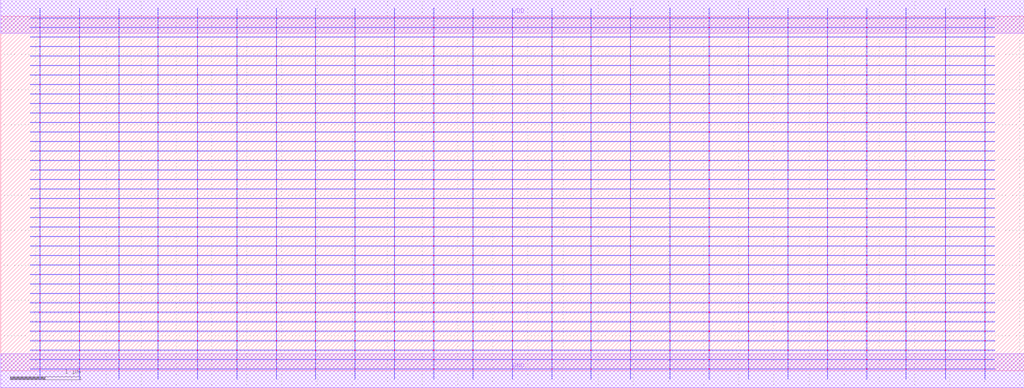
<source format=lef>
MACRO AAAOAI33211
 CLASS CORE ;
 FOREIGN AAAOAI33211 0 0 ;
 SIZE 14.56 BY 5.04 ;
 ORIGIN 0 0 ;
 SYMMETRY X Y R90 ;
 SITE unit ;
  PIN VDD
   DIRECTION INOUT ;
   USE POWER ;
   SHAPE ABUTMENT ;
    PORT
     CLASS CORE ;
       LAYER met1 ;
        RECT 0.00000000 4.80000000 14.56000000 5.28000000 ;
    END
  END VDD

  PIN GND
   DIRECTION INOUT ;
   USE POWER ;
   SHAPE ABUTMENT ;
    PORT
     CLASS CORE ;
       LAYER met1 ;
        RECT 0.00000000 -0.24000000 14.56000000 0.24000000 ;
    END
  END GND

 OBS
    LAYER polycont ;
     RECT 1.11600000 2.58300000 1.12400000 2.59100000 ;
     RECT 2.23600000 2.58300000 2.24400000 2.59100000 ;
     RECT 3.35600000 2.58300000 3.36400000 2.59100000 ;
     RECT 5.59600000 2.58300000 5.60400000 2.59100000 ;
     RECT 6.71600000 2.58300000 6.72400000 2.59100000 ;
     RECT 7.83600000 2.58300000 7.84400000 2.59100000 ;
     RECT 8.95600000 2.58300000 8.96400000 2.59100000 ;
     RECT 10.07600000 2.58300000 10.08400000 2.59100000 ;
     RECT 12.31600000 2.58300000 12.32400000 2.59100000 ;
     RECT 13.43600000 2.58300000 13.44400000 2.59100000 ;
     RECT 1.11600000 2.98800000 1.12400000 2.99600000 ;
     RECT 2.23600000 2.98800000 2.24400000 2.99600000 ;
     RECT 3.35600000 2.98800000 3.36400000 2.99600000 ;
     RECT 4.47600000 2.98800000 4.48400000 2.99600000 ;
     RECT 5.59600000 2.98800000 5.60400000 2.99600000 ;
     RECT 6.71600000 2.98800000 6.72400000 2.99600000 ;
     RECT 7.83600000 2.98800000 7.84400000 2.99600000 ;
     RECT 8.95600000 2.98800000 8.96400000 2.99600000 ;
     RECT 11.19600000 2.98800000 11.20400000 2.99600000 ;
     RECT 13.43600000 2.98800000 13.44400000 2.99600000 ;

    LAYER pdiffc ;
     RECT 7.27600000 3.39300000 7.28400000 3.40100000 ;
     RECT 7.27600000 3.52800000 7.28400000 3.53600000 ;
     RECT 7.27600000 3.66300000 7.28400000 3.67100000 ;
     RECT 7.27600000 3.79800000 7.28400000 3.80600000 ;
     RECT 7.27600000 3.93300000 7.28400000 3.94100000 ;
     RECT 7.27600000 4.06800000 7.28400000 4.07600000 ;
     RECT 7.27600000 4.20300000 7.28400000 4.21100000 ;
     RECT 7.27600000 4.33800000 7.28400000 4.34600000 ;
     RECT 7.27600000 4.47300000 7.28400000 4.48100000 ;
     RECT 7.27600000 4.60800000 7.28400000 4.61600000 ;
     RECT 10.63600000 3.52800000 10.64400000 3.53600000 ;
     RECT 11.75600000 3.52800000 11.76400000 3.53600000 ;
     RECT 12.87600000 3.52800000 12.88400000 3.53600000 ;
     RECT 13.99600000 3.52800000 14.00400000 3.53600000 ;
     RECT 9.51600000 3.39300000 9.52400000 3.40100000 ;
     RECT 8.39600000 3.66300000 8.40400000 3.67100000 ;
     RECT 9.51600000 3.66300000 9.52400000 3.67100000 ;
     RECT 10.63600000 3.66300000 10.64400000 3.67100000 ;
     RECT 11.75600000 3.66300000 11.76400000 3.67100000 ;
     RECT 12.87600000 3.66300000 12.88400000 3.67100000 ;
     RECT 13.99600000 3.66300000 14.00400000 3.67100000 ;
     RECT 10.63600000 3.39300000 10.64400000 3.40100000 ;
     RECT 8.39600000 3.79800000 8.40400000 3.80600000 ;
     RECT 9.51600000 3.79800000 9.52400000 3.80600000 ;
     RECT 10.63600000 3.79800000 10.64400000 3.80600000 ;
     RECT 11.75600000 3.79800000 11.76400000 3.80600000 ;
     RECT 12.87600000 3.79800000 12.88400000 3.80600000 ;
     RECT 13.99600000 3.79800000 14.00400000 3.80600000 ;
     RECT 11.75600000 3.39300000 11.76400000 3.40100000 ;
     RECT 8.39600000 3.93300000 8.40400000 3.94100000 ;
     RECT 9.51600000 3.93300000 9.52400000 3.94100000 ;
     RECT 10.63600000 3.93300000 10.64400000 3.94100000 ;
     RECT 11.75600000 3.93300000 11.76400000 3.94100000 ;
     RECT 12.87600000 3.93300000 12.88400000 3.94100000 ;
     RECT 13.99600000 3.93300000 14.00400000 3.94100000 ;
     RECT 12.87600000 3.39300000 12.88400000 3.40100000 ;
     RECT 8.39600000 4.06800000 8.40400000 4.07600000 ;
     RECT 9.51600000 4.06800000 9.52400000 4.07600000 ;
     RECT 10.63600000 4.06800000 10.64400000 4.07600000 ;
     RECT 11.75600000 4.06800000 11.76400000 4.07600000 ;
     RECT 12.87600000 4.06800000 12.88400000 4.07600000 ;
     RECT 13.99600000 4.06800000 14.00400000 4.07600000 ;
     RECT 13.99600000 3.39300000 14.00400000 3.40100000 ;
     RECT 8.39600000 4.20300000 8.40400000 4.21100000 ;
     RECT 9.51600000 4.20300000 9.52400000 4.21100000 ;
     RECT 10.63600000 4.20300000 10.64400000 4.21100000 ;
     RECT 11.75600000 4.20300000 11.76400000 4.21100000 ;
     RECT 12.87600000 4.20300000 12.88400000 4.21100000 ;
     RECT 13.99600000 4.20300000 14.00400000 4.21100000 ;
     RECT 8.39600000 3.39300000 8.40400000 3.40100000 ;
     RECT 8.39600000 4.33800000 8.40400000 4.34600000 ;
     RECT 9.51600000 4.33800000 9.52400000 4.34600000 ;
     RECT 10.63600000 4.33800000 10.64400000 4.34600000 ;
     RECT 11.75600000 4.33800000 11.76400000 4.34600000 ;
     RECT 12.87600000 4.33800000 12.88400000 4.34600000 ;
     RECT 13.99600000 4.33800000 14.00400000 4.34600000 ;
     RECT 8.39600000 3.52800000 8.40400000 3.53600000 ;
     RECT 8.39600000 4.47300000 8.40400000 4.48100000 ;
     RECT 9.51600000 4.47300000 9.52400000 4.48100000 ;
     RECT 10.63600000 4.47300000 10.64400000 4.48100000 ;
     RECT 11.75600000 4.47300000 11.76400000 4.48100000 ;
     RECT 12.87600000 4.47300000 12.88400000 4.48100000 ;
     RECT 13.99600000 4.47300000 14.00400000 4.48100000 ;
     RECT 9.51600000 3.52800000 9.52400000 3.53600000 ;
     RECT 8.39600000 4.60800000 8.40400000 4.61600000 ;
     RECT 9.51600000 4.60800000 9.52400000 4.61600000 ;
     RECT 10.63600000 4.60800000 10.64400000 4.61600000 ;
     RECT 11.75600000 4.60800000 11.76400000 4.61600000 ;
     RECT 12.87600000 4.60800000 12.88400000 4.61600000 ;
     RECT 13.99600000 4.60800000 14.00400000 4.61600000 ;
     RECT 6.15600000 4.06800000 6.16400000 4.07600000 ;
     RECT 5.03600000 3.52800000 5.04400000 3.53600000 ;
     RECT 6.15600000 3.52800000 6.16400000 3.53600000 ;
     RECT 1.67600000 3.39300000 1.68400000 3.40100000 ;
     RECT 2.79600000 3.39300000 2.80400000 3.40100000 ;
     RECT 0.55600000 3.79800000 0.56400000 3.80600000 ;
     RECT 1.67600000 3.79800000 1.68400000 3.80600000 ;
     RECT 2.79600000 3.79800000 2.80400000 3.80600000 ;
     RECT 0.55600000 4.20300000 0.56400000 4.21100000 ;
     RECT 1.67600000 4.20300000 1.68400000 4.21100000 ;
     RECT 2.79600000 4.20300000 2.80400000 4.21100000 ;
     RECT 3.91600000 4.20300000 3.92400000 4.21100000 ;
     RECT 5.03600000 4.20300000 5.04400000 4.21100000 ;
     RECT 6.15600000 4.20300000 6.16400000 4.21100000 ;
     RECT 3.91600000 3.79800000 3.92400000 3.80600000 ;
     RECT 5.03600000 3.79800000 5.04400000 3.80600000 ;
     RECT 6.15600000 3.79800000 6.16400000 3.80600000 ;
     RECT 3.91600000 3.39300000 3.92400000 3.40100000 ;
     RECT 5.03600000 3.39300000 5.04400000 3.40100000 ;
     RECT 6.15600000 3.39300000 6.16400000 3.40100000 ;
     RECT 0.55600000 3.39300000 0.56400000 3.40100000 ;
     RECT 0.55600000 4.33800000 0.56400000 4.34600000 ;
     RECT 1.67600000 4.33800000 1.68400000 4.34600000 ;
     RECT 2.79600000 4.33800000 2.80400000 4.34600000 ;
     RECT 3.91600000 4.33800000 3.92400000 4.34600000 ;
     RECT 5.03600000 4.33800000 5.04400000 4.34600000 ;
     RECT 6.15600000 4.33800000 6.16400000 4.34600000 ;
     RECT 0.55600000 3.52800000 0.56400000 3.53600000 ;
     RECT 0.55600000 3.66300000 0.56400000 3.67100000 ;
     RECT 1.67600000 3.66300000 1.68400000 3.67100000 ;
     RECT 0.55600000 3.93300000 0.56400000 3.94100000 ;
     RECT 1.67600000 3.93300000 1.68400000 3.94100000 ;
     RECT 2.79600000 3.93300000 2.80400000 3.94100000 ;
     RECT 3.91600000 3.93300000 3.92400000 3.94100000 ;
     RECT 0.55600000 4.47300000 0.56400000 4.48100000 ;
     RECT 1.67600000 4.47300000 1.68400000 4.48100000 ;
     RECT 2.79600000 4.47300000 2.80400000 4.48100000 ;
     RECT 3.91600000 4.47300000 3.92400000 4.48100000 ;
     RECT 5.03600000 4.47300000 5.04400000 4.48100000 ;
     RECT 6.15600000 4.47300000 6.16400000 4.48100000 ;
     RECT 5.03600000 3.93300000 5.04400000 3.94100000 ;
     RECT 6.15600000 3.93300000 6.16400000 3.94100000 ;
     RECT 2.79600000 3.66300000 2.80400000 3.67100000 ;
     RECT 3.91600000 3.66300000 3.92400000 3.67100000 ;
     RECT 5.03600000 3.66300000 5.04400000 3.67100000 ;
     RECT 6.15600000 3.66300000 6.16400000 3.67100000 ;
     RECT 1.67600000 3.52800000 1.68400000 3.53600000 ;
     RECT 0.55600000 4.60800000 0.56400000 4.61600000 ;
     RECT 1.67600000 4.60800000 1.68400000 4.61600000 ;
     RECT 2.79600000 4.60800000 2.80400000 4.61600000 ;
     RECT 3.91600000 4.60800000 3.92400000 4.61600000 ;
     RECT 5.03600000 4.60800000 5.04400000 4.61600000 ;
     RECT 6.15600000 4.60800000 6.16400000 4.61600000 ;
     RECT 2.79600000 3.52800000 2.80400000 3.53600000 ;
     RECT 3.91600000 3.52800000 3.92400000 3.53600000 ;
     RECT 0.55600000 4.06800000 0.56400000 4.07600000 ;
     RECT 1.67600000 4.06800000 1.68400000 4.07600000 ;
     RECT 2.79600000 4.06800000 2.80400000 4.07600000 ;
     RECT 3.91600000 4.06800000 3.92400000 4.07600000 ;
     RECT 5.03600000 4.06800000 5.04400000 4.07600000 ;

    LAYER ndiffc ;
     RECT 7.27600000 0.42300000 7.28400000 0.43100000 ;
     RECT 7.27600000 0.55800000 7.28400000 0.56600000 ;
     RECT 7.27600000 0.69300000 7.28400000 0.70100000 ;
     RECT 7.27600000 0.82800000 7.28400000 0.83600000 ;
     RECT 7.27600000 0.96300000 7.28400000 0.97100000 ;
     RECT 7.27600000 1.09800000 7.28400000 1.10600000 ;
     RECT 7.27600000 1.23300000 7.28400000 1.24100000 ;
     RECT 7.27600000 1.36800000 7.28400000 1.37600000 ;
     RECT 7.27600000 1.50300000 7.28400000 1.51100000 ;
     RECT 7.27600000 1.63800000 7.28400000 1.64600000 ;
     RECT 7.27600000 1.77300000 7.28400000 1.78100000 ;
     RECT 7.27600000 1.90800000 7.28400000 1.91600000 ;
     RECT 7.27600000 2.04300000 7.28400000 2.05100000 ;
     RECT 13.99600000 0.55800000 14.00400000 0.56600000 ;
     RECT 9.51600000 0.42300000 9.52400000 0.43100000 ;
     RECT 8.39600000 0.69300000 8.40400000 0.70100000 ;
     RECT 9.51600000 0.69300000 9.52400000 0.70100000 ;
     RECT 10.63600000 0.69300000 10.64400000 0.70100000 ;
     RECT 11.75600000 0.69300000 11.76400000 0.70100000 ;
     RECT 12.87600000 0.69300000 12.88400000 0.70100000 ;
     RECT 13.99600000 0.69300000 14.00400000 0.70100000 ;
     RECT 10.63600000 0.42300000 10.64400000 0.43100000 ;
     RECT 8.39600000 0.82800000 8.40400000 0.83600000 ;
     RECT 9.51600000 0.82800000 9.52400000 0.83600000 ;
     RECT 10.63600000 0.82800000 10.64400000 0.83600000 ;
     RECT 11.75600000 0.82800000 11.76400000 0.83600000 ;
     RECT 12.87600000 0.82800000 12.88400000 0.83600000 ;
     RECT 13.99600000 0.82800000 14.00400000 0.83600000 ;
     RECT 11.75600000 0.42300000 11.76400000 0.43100000 ;
     RECT 8.39600000 0.96300000 8.40400000 0.97100000 ;
     RECT 9.51600000 0.96300000 9.52400000 0.97100000 ;
     RECT 10.63600000 0.96300000 10.64400000 0.97100000 ;
     RECT 11.75600000 0.96300000 11.76400000 0.97100000 ;
     RECT 12.87600000 0.96300000 12.88400000 0.97100000 ;
     RECT 13.99600000 0.96300000 14.00400000 0.97100000 ;
     RECT 12.87600000 0.42300000 12.88400000 0.43100000 ;
     RECT 8.39600000 1.09800000 8.40400000 1.10600000 ;
     RECT 9.51600000 1.09800000 9.52400000 1.10600000 ;
     RECT 10.63600000 1.09800000 10.64400000 1.10600000 ;
     RECT 11.75600000 1.09800000 11.76400000 1.10600000 ;
     RECT 12.87600000 1.09800000 12.88400000 1.10600000 ;
     RECT 13.99600000 1.09800000 14.00400000 1.10600000 ;
     RECT 13.99600000 0.42300000 14.00400000 0.43100000 ;
     RECT 8.39600000 1.23300000 8.40400000 1.24100000 ;
     RECT 9.51600000 1.23300000 9.52400000 1.24100000 ;
     RECT 10.63600000 1.23300000 10.64400000 1.24100000 ;
     RECT 11.75600000 1.23300000 11.76400000 1.24100000 ;
     RECT 12.87600000 1.23300000 12.88400000 1.24100000 ;
     RECT 13.99600000 1.23300000 14.00400000 1.24100000 ;
     RECT 8.39600000 0.42300000 8.40400000 0.43100000 ;
     RECT 8.39600000 1.36800000 8.40400000 1.37600000 ;
     RECT 9.51600000 1.36800000 9.52400000 1.37600000 ;
     RECT 10.63600000 1.36800000 10.64400000 1.37600000 ;
     RECT 11.75600000 1.36800000 11.76400000 1.37600000 ;
     RECT 12.87600000 1.36800000 12.88400000 1.37600000 ;
     RECT 13.99600000 1.36800000 14.00400000 1.37600000 ;
     RECT 8.39600000 0.55800000 8.40400000 0.56600000 ;
     RECT 8.39600000 1.50300000 8.40400000 1.51100000 ;
     RECT 9.51600000 1.50300000 9.52400000 1.51100000 ;
     RECT 10.63600000 1.50300000 10.64400000 1.51100000 ;
     RECT 11.75600000 1.50300000 11.76400000 1.51100000 ;
     RECT 12.87600000 1.50300000 12.88400000 1.51100000 ;
     RECT 13.99600000 1.50300000 14.00400000 1.51100000 ;
     RECT 9.51600000 0.55800000 9.52400000 0.56600000 ;
     RECT 8.39600000 1.63800000 8.40400000 1.64600000 ;
     RECT 9.51600000 1.63800000 9.52400000 1.64600000 ;
     RECT 10.63600000 1.63800000 10.64400000 1.64600000 ;
     RECT 11.75600000 1.63800000 11.76400000 1.64600000 ;
     RECT 12.87600000 1.63800000 12.88400000 1.64600000 ;
     RECT 13.99600000 1.63800000 14.00400000 1.64600000 ;
     RECT 10.63600000 0.55800000 10.64400000 0.56600000 ;
     RECT 8.39600000 1.77300000 8.40400000 1.78100000 ;
     RECT 9.51600000 1.77300000 9.52400000 1.78100000 ;
     RECT 10.63600000 1.77300000 10.64400000 1.78100000 ;
     RECT 11.75600000 1.77300000 11.76400000 1.78100000 ;
     RECT 12.87600000 1.77300000 12.88400000 1.78100000 ;
     RECT 13.99600000 1.77300000 14.00400000 1.78100000 ;
     RECT 11.75600000 0.55800000 11.76400000 0.56600000 ;
     RECT 8.39600000 1.90800000 8.40400000 1.91600000 ;
     RECT 9.51600000 1.90800000 9.52400000 1.91600000 ;
     RECT 10.63600000 1.90800000 10.64400000 1.91600000 ;
     RECT 11.75600000 1.90800000 11.76400000 1.91600000 ;
     RECT 12.87600000 1.90800000 12.88400000 1.91600000 ;
     RECT 13.99600000 1.90800000 14.00400000 1.91600000 ;
     RECT 12.87600000 0.55800000 12.88400000 0.56600000 ;
     RECT 8.39600000 2.04300000 8.40400000 2.05100000 ;
     RECT 9.51600000 2.04300000 9.52400000 2.05100000 ;
     RECT 10.63600000 2.04300000 10.64400000 2.05100000 ;
     RECT 11.75600000 2.04300000 11.76400000 2.05100000 ;
     RECT 12.87600000 2.04300000 12.88400000 2.05100000 ;
     RECT 13.99600000 2.04300000 14.00400000 2.05100000 ;
     RECT 0.55600000 1.36800000 0.56400000 1.37600000 ;
     RECT 1.67600000 1.36800000 1.68400000 1.37600000 ;
     RECT 2.79600000 1.36800000 2.80400000 1.37600000 ;
     RECT 3.91600000 1.36800000 3.92400000 1.37600000 ;
     RECT 5.03600000 1.36800000 5.04400000 1.37600000 ;
     RECT 6.15600000 1.36800000 6.16400000 1.37600000 ;
     RECT 0.55600000 0.55800000 0.56400000 0.56600000 ;
     RECT 0.55600000 0.69300000 0.56400000 0.70100000 ;
     RECT 1.67600000 0.69300000 1.68400000 0.70100000 ;
     RECT 0.55600000 0.96300000 0.56400000 0.97100000 ;
     RECT 1.67600000 0.96300000 1.68400000 0.97100000 ;
     RECT 2.79600000 0.96300000 2.80400000 0.97100000 ;
     RECT 3.91600000 0.96300000 3.92400000 0.97100000 ;
     RECT 0.55600000 1.50300000 0.56400000 1.51100000 ;
     RECT 1.67600000 1.50300000 1.68400000 1.51100000 ;
     RECT 2.79600000 1.50300000 2.80400000 1.51100000 ;
     RECT 3.91600000 1.50300000 3.92400000 1.51100000 ;
     RECT 5.03600000 1.50300000 5.04400000 1.51100000 ;
     RECT 6.15600000 1.50300000 6.16400000 1.51100000 ;
     RECT 5.03600000 0.96300000 5.04400000 0.97100000 ;
     RECT 6.15600000 0.96300000 6.16400000 0.97100000 ;
     RECT 2.79600000 0.69300000 2.80400000 0.70100000 ;
     RECT 3.91600000 0.69300000 3.92400000 0.70100000 ;
     RECT 5.03600000 0.69300000 5.04400000 0.70100000 ;
     RECT 6.15600000 0.69300000 6.16400000 0.70100000 ;
     RECT 1.67600000 0.55800000 1.68400000 0.56600000 ;
     RECT 0.55600000 1.63800000 0.56400000 1.64600000 ;
     RECT 1.67600000 1.63800000 1.68400000 1.64600000 ;
     RECT 2.79600000 1.63800000 2.80400000 1.64600000 ;
     RECT 3.91600000 1.63800000 3.92400000 1.64600000 ;
     RECT 5.03600000 1.63800000 5.04400000 1.64600000 ;
     RECT 6.15600000 1.63800000 6.16400000 1.64600000 ;
     RECT 2.79600000 0.55800000 2.80400000 0.56600000 ;
     RECT 3.91600000 0.55800000 3.92400000 0.56600000 ;
     RECT 0.55600000 1.09800000 0.56400000 1.10600000 ;
     RECT 1.67600000 1.09800000 1.68400000 1.10600000 ;
     RECT 2.79600000 1.09800000 2.80400000 1.10600000 ;
     RECT 3.91600000 1.09800000 3.92400000 1.10600000 ;
     RECT 5.03600000 1.09800000 5.04400000 1.10600000 ;
     RECT 0.55600000 1.77300000 0.56400000 1.78100000 ;
     RECT 1.67600000 1.77300000 1.68400000 1.78100000 ;
     RECT 2.79600000 1.77300000 2.80400000 1.78100000 ;
     RECT 3.91600000 1.77300000 3.92400000 1.78100000 ;
     RECT 5.03600000 1.77300000 5.04400000 1.78100000 ;
     RECT 6.15600000 1.77300000 6.16400000 1.78100000 ;
     RECT 6.15600000 1.09800000 6.16400000 1.10600000 ;
     RECT 5.03600000 0.55800000 5.04400000 0.56600000 ;
     RECT 6.15600000 0.55800000 6.16400000 0.56600000 ;
     RECT 1.67600000 0.42300000 1.68400000 0.43100000 ;
     RECT 2.79600000 0.42300000 2.80400000 0.43100000 ;
     RECT 0.55600000 0.82800000 0.56400000 0.83600000 ;
     RECT 1.67600000 0.82800000 1.68400000 0.83600000 ;
     RECT 0.55600000 1.90800000 0.56400000 1.91600000 ;
     RECT 1.67600000 1.90800000 1.68400000 1.91600000 ;
     RECT 2.79600000 1.90800000 2.80400000 1.91600000 ;
     RECT 3.91600000 1.90800000 3.92400000 1.91600000 ;
     RECT 5.03600000 1.90800000 5.04400000 1.91600000 ;
     RECT 6.15600000 1.90800000 6.16400000 1.91600000 ;
     RECT 2.79600000 0.82800000 2.80400000 0.83600000 ;
     RECT 0.55600000 1.23300000 0.56400000 1.24100000 ;
     RECT 1.67600000 1.23300000 1.68400000 1.24100000 ;
     RECT 2.79600000 1.23300000 2.80400000 1.24100000 ;
     RECT 3.91600000 1.23300000 3.92400000 1.24100000 ;
     RECT 5.03600000 1.23300000 5.04400000 1.24100000 ;
     RECT 6.15600000 1.23300000 6.16400000 1.24100000 ;
     RECT 0.55600000 2.04300000 0.56400000 2.05100000 ;
     RECT 1.67600000 2.04300000 1.68400000 2.05100000 ;
     RECT 2.79600000 2.04300000 2.80400000 2.05100000 ;
     RECT 3.91600000 2.04300000 3.92400000 2.05100000 ;
     RECT 5.03600000 2.04300000 5.04400000 2.05100000 ;
     RECT 6.15600000 2.04300000 6.16400000 2.05100000 ;
     RECT 3.91600000 0.82800000 3.92400000 0.83600000 ;
     RECT 5.03600000 0.82800000 5.04400000 0.83600000 ;
     RECT 6.15600000 0.82800000 6.16400000 0.83600000 ;
     RECT 3.91600000 0.42300000 3.92400000 0.43100000 ;
     RECT 5.03600000 0.42300000 5.04400000 0.43100000 ;
     RECT 6.15600000 0.42300000 6.16400000 0.43100000 ;
     RECT 0.55600000 0.42300000 0.56400000 0.43100000 ;

    LAYER met1 ;
     RECT 0.00000000 -0.24000000 14.56000000 0.24000000 ;
     RECT 7.27600000 0.24000000 7.28400000 0.28800000 ;
     RECT 0.44500000 0.28800000 14.11500000 0.29600000 ;
     RECT 7.27600000 0.29600000 7.28400000 0.42300000 ;
     RECT 0.44500000 0.42300000 14.11500000 0.43100000 ;
     RECT 7.27600000 0.43100000 7.28400000 0.55800000 ;
     RECT 0.44500000 0.55800000 14.11500000 0.56600000 ;
     RECT 7.27600000 0.56600000 7.28400000 0.69300000 ;
     RECT 0.44500000 0.69300000 14.11500000 0.70100000 ;
     RECT 7.27600000 0.70100000 7.28400000 0.82800000 ;
     RECT 0.44500000 0.82800000 14.11500000 0.83600000 ;
     RECT 7.27600000 0.83600000 7.28400000 0.96300000 ;
     RECT 0.44500000 0.96300000 14.11500000 0.97100000 ;
     RECT 7.27600000 0.97100000 7.28400000 1.09800000 ;
     RECT 0.44500000 1.09800000 14.11500000 1.10600000 ;
     RECT 7.27600000 1.10600000 7.28400000 1.23300000 ;
     RECT 0.44500000 1.23300000 14.11500000 1.24100000 ;
     RECT 7.27600000 1.24100000 7.28400000 1.36800000 ;
     RECT 0.44500000 1.36800000 14.11500000 1.37600000 ;
     RECT 7.27600000 1.37600000 7.28400000 1.50300000 ;
     RECT 0.44500000 1.50300000 14.11500000 1.51100000 ;
     RECT 7.27600000 1.51100000 7.28400000 1.63800000 ;
     RECT 0.44500000 1.63800000 14.11500000 1.64600000 ;
     RECT 7.27600000 1.64600000 7.28400000 1.77300000 ;
     RECT 0.44500000 1.77300000 14.11500000 1.78100000 ;
     RECT 7.27600000 1.78100000 7.28400000 1.90800000 ;
     RECT 0.44500000 1.90800000 14.11500000 1.91600000 ;
     RECT 7.27600000 1.91600000 7.28400000 2.04300000 ;
     RECT 0.44500000 2.04300000 14.11500000 2.05100000 ;
     RECT 7.27600000 2.05100000 7.28400000 2.17800000 ;
     RECT 0.44500000 2.17800000 14.11500000 2.18600000 ;
     RECT 7.27600000 2.18600000 7.28400000 2.31300000 ;
     RECT 0.44500000 2.31300000 14.11500000 2.32100000 ;
     RECT 7.27600000 2.32100000 7.28400000 2.44800000 ;
     RECT 0.44500000 2.44800000 14.11500000 2.45600000 ;
     RECT 0.55600000 2.45600000 0.56400000 2.58300000 ;
     RECT 1.11600000 2.45600000 1.12400000 2.58300000 ;
     RECT 1.67600000 2.45600000 1.68400000 2.58300000 ;
     RECT 2.23600000 2.45600000 2.24400000 2.58300000 ;
     RECT 2.79600000 2.45600000 2.80400000 2.58300000 ;
     RECT 3.35600000 2.45600000 3.36400000 2.58300000 ;
     RECT 3.91600000 2.45600000 3.92400000 2.58300000 ;
     RECT 4.47600000 2.45600000 4.48400000 2.58300000 ;
     RECT 5.03600000 2.45600000 5.04400000 2.58300000 ;
     RECT 5.59600000 2.45600000 5.60400000 2.58300000 ;
     RECT 6.15600000 2.45600000 6.16400000 2.58300000 ;
     RECT 6.71600000 2.45600000 6.72400000 2.58300000 ;
     RECT 7.27600000 2.45600000 7.28400000 2.58300000 ;
     RECT 7.83600000 2.45600000 7.84400000 2.58300000 ;
     RECT 8.39600000 2.45600000 8.40400000 2.58300000 ;
     RECT 8.95600000 2.45600000 8.96400000 2.58300000 ;
     RECT 9.51600000 2.45600000 9.52400000 2.58300000 ;
     RECT 10.07600000 2.45600000 10.08400000 2.58300000 ;
     RECT 10.63600000 2.45600000 10.64400000 2.58300000 ;
     RECT 11.19600000 2.45600000 11.20400000 2.58300000 ;
     RECT 11.75600000 2.45600000 11.76400000 2.58300000 ;
     RECT 12.31600000 2.45600000 12.32400000 2.58300000 ;
     RECT 12.87600000 2.45600000 12.88400000 2.58300000 ;
     RECT 13.43600000 2.45600000 13.44400000 2.58300000 ;
     RECT 13.99600000 2.45600000 14.00400000 2.58300000 ;
     RECT 0.44500000 2.58300000 14.11500000 2.59100000 ;
     RECT 7.27600000 2.59100000 7.28400000 2.71800000 ;
     RECT 0.44500000 2.71800000 14.11500000 2.72600000 ;
     RECT 7.27600000 2.72600000 7.28400000 2.85300000 ;
     RECT 0.44500000 2.85300000 14.11500000 2.86100000 ;
     RECT 7.27600000 2.86100000 7.28400000 2.98800000 ;
     RECT 0.44500000 2.98800000 14.11500000 2.99600000 ;
     RECT 7.27600000 2.99600000 7.28400000 3.12300000 ;
     RECT 0.44500000 3.12300000 14.11500000 3.13100000 ;
     RECT 7.27600000 3.13100000 7.28400000 3.25800000 ;
     RECT 0.44500000 3.25800000 14.11500000 3.26600000 ;
     RECT 7.27600000 3.26600000 7.28400000 3.39300000 ;
     RECT 0.44500000 3.39300000 14.11500000 3.40100000 ;
     RECT 7.27600000 3.40100000 7.28400000 3.52800000 ;
     RECT 0.44500000 3.52800000 14.11500000 3.53600000 ;
     RECT 7.27600000 3.53600000 7.28400000 3.66300000 ;
     RECT 0.44500000 3.66300000 14.11500000 3.67100000 ;
     RECT 7.27600000 3.67100000 7.28400000 3.79800000 ;
     RECT 0.44500000 3.79800000 14.11500000 3.80600000 ;
     RECT 7.27600000 3.80600000 7.28400000 3.93300000 ;
     RECT 0.44500000 3.93300000 14.11500000 3.94100000 ;
     RECT 7.27600000 3.94100000 7.28400000 4.06800000 ;
     RECT 0.44500000 4.06800000 14.11500000 4.07600000 ;
     RECT 7.27600000 4.07600000 7.28400000 4.20300000 ;
     RECT 0.44500000 4.20300000 14.11500000 4.21100000 ;
     RECT 7.27600000 4.21100000 7.28400000 4.33800000 ;
     RECT 0.44500000 4.33800000 14.11500000 4.34600000 ;
     RECT 7.27600000 4.34600000 7.28400000 4.47300000 ;
     RECT 0.44500000 4.47300000 14.11500000 4.48100000 ;
     RECT 7.27600000 4.48100000 7.28400000 4.60800000 ;
     RECT 0.44500000 4.60800000 14.11500000 4.61600000 ;
     RECT 7.27600000 4.61600000 7.28400000 4.74300000 ;
     RECT 0.44500000 4.74300000 14.11500000 4.75100000 ;
     RECT 7.27600000 4.75100000 7.28400000 4.80000000 ;
     RECT 0.00000000 4.80000000 14.56000000 5.28000000 ;
     RECT 7.83600000 3.80600000 7.84400000 3.93300000 ;
     RECT 8.39600000 3.80600000 8.40400000 3.93300000 ;
     RECT 8.95600000 3.80600000 8.96400000 3.93300000 ;
     RECT 9.51600000 3.80600000 9.52400000 3.93300000 ;
     RECT 10.07600000 3.80600000 10.08400000 3.93300000 ;
     RECT 10.63600000 3.80600000 10.64400000 3.93300000 ;
     RECT 11.19600000 3.80600000 11.20400000 3.93300000 ;
     RECT 11.75600000 3.80600000 11.76400000 3.93300000 ;
     RECT 12.31600000 3.80600000 12.32400000 3.93300000 ;
     RECT 12.87600000 3.80600000 12.88400000 3.93300000 ;
     RECT 13.43600000 3.80600000 13.44400000 3.93300000 ;
     RECT 13.99600000 3.80600000 14.00400000 3.93300000 ;
     RECT 11.19600000 3.94100000 11.20400000 4.06800000 ;
     RECT 11.75600000 3.94100000 11.76400000 4.06800000 ;
     RECT 12.31600000 3.94100000 12.32400000 4.06800000 ;
     RECT 12.87600000 3.94100000 12.88400000 4.06800000 ;
     RECT 13.43600000 3.94100000 13.44400000 4.06800000 ;
     RECT 13.99600000 3.94100000 14.00400000 4.06800000 ;
     RECT 11.19600000 4.07600000 11.20400000 4.20300000 ;
     RECT 11.75600000 4.07600000 11.76400000 4.20300000 ;
     RECT 12.31600000 4.07600000 12.32400000 4.20300000 ;
     RECT 12.87600000 4.07600000 12.88400000 4.20300000 ;
     RECT 13.43600000 4.07600000 13.44400000 4.20300000 ;
     RECT 13.99600000 4.07600000 14.00400000 4.20300000 ;
     RECT 11.19600000 4.21100000 11.20400000 4.33800000 ;
     RECT 11.75600000 4.21100000 11.76400000 4.33800000 ;
     RECT 12.31600000 4.21100000 12.32400000 4.33800000 ;
     RECT 12.87600000 4.21100000 12.88400000 4.33800000 ;
     RECT 13.43600000 4.21100000 13.44400000 4.33800000 ;
     RECT 13.99600000 4.21100000 14.00400000 4.33800000 ;
     RECT 11.19600000 4.34600000 11.20400000 4.47300000 ;
     RECT 11.75600000 4.34600000 11.76400000 4.47300000 ;
     RECT 12.31600000 4.34600000 12.32400000 4.47300000 ;
     RECT 12.87600000 4.34600000 12.88400000 4.47300000 ;
     RECT 13.43600000 4.34600000 13.44400000 4.47300000 ;
     RECT 13.99600000 4.34600000 14.00400000 4.47300000 ;
     RECT 11.19600000 4.48100000 11.20400000 4.60800000 ;
     RECT 11.75600000 4.48100000 11.76400000 4.60800000 ;
     RECT 12.31600000 4.48100000 12.32400000 4.60800000 ;
     RECT 12.87600000 4.48100000 12.88400000 4.60800000 ;
     RECT 13.43600000 4.48100000 13.44400000 4.60800000 ;
     RECT 13.99600000 4.48100000 14.00400000 4.60800000 ;
     RECT 11.19600000 4.61600000 11.20400000 4.74300000 ;
     RECT 11.75600000 4.61600000 11.76400000 4.74300000 ;
     RECT 12.31600000 4.61600000 12.32400000 4.74300000 ;
     RECT 12.87600000 4.61600000 12.88400000 4.74300000 ;
     RECT 13.43600000 4.61600000 13.44400000 4.74300000 ;
     RECT 13.99600000 4.61600000 14.00400000 4.74300000 ;
     RECT 11.19600000 4.75100000 11.20400000 4.80000000 ;
     RECT 11.75600000 4.75100000 11.76400000 4.80000000 ;
     RECT 12.31600000 4.75100000 12.32400000 4.80000000 ;
     RECT 12.87600000 4.75100000 12.88400000 4.80000000 ;
     RECT 13.43600000 4.75100000 13.44400000 4.80000000 ;
     RECT 13.99600000 4.75100000 14.00400000 4.80000000 ;
     RECT 7.83600000 3.94100000 7.84400000 4.06800000 ;
     RECT 8.39600000 3.94100000 8.40400000 4.06800000 ;
     RECT 8.95600000 3.94100000 8.96400000 4.06800000 ;
     RECT 9.51600000 3.94100000 9.52400000 4.06800000 ;
     RECT 10.07600000 3.94100000 10.08400000 4.06800000 ;
     RECT 10.63600000 3.94100000 10.64400000 4.06800000 ;
     RECT 7.83600000 4.48100000 7.84400000 4.60800000 ;
     RECT 8.39600000 4.48100000 8.40400000 4.60800000 ;
     RECT 8.95600000 4.48100000 8.96400000 4.60800000 ;
     RECT 9.51600000 4.48100000 9.52400000 4.60800000 ;
     RECT 10.07600000 4.48100000 10.08400000 4.60800000 ;
     RECT 10.63600000 4.48100000 10.64400000 4.60800000 ;
     RECT 7.83600000 4.21100000 7.84400000 4.33800000 ;
     RECT 8.39600000 4.21100000 8.40400000 4.33800000 ;
     RECT 8.95600000 4.21100000 8.96400000 4.33800000 ;
     RECT 9.51600000 4.21100000 9.52400000 4.33800000 ;
     RECT 10.07600000 4.21100000 10.08400000 4.33800000 ;
     RECT 10.63600000 4.21100000 10.64400000 4.33800000 ;
     RECT 7.83600000 4.61600000 7.84400000 4.74300000 ;
     RECT 8.39600000 4.61600000 8.40400000 4.74300000 ;
     RECT 8.95600000 4.61600000 8.96400000 4.74300000 ;
     RECT 9.51600000 4.61600000 9.52400000 4.74300000 ;
     RECT 10.07600000 4.61600000 10.08400000 4.74300000 ;
     RECT 10.63600000 4.61600000 10.64400000 4.74300000 ;
     RECT 7.83600000 4.07600000 7.84400000 4.20300000 ;
     RECT 8.39600000 4.07600000 8.40400000 4.20300000 ;
     RECT 8.95600000 4.07600000 8.96400000 4.20300000 ;
     RECT 9.51600000 4.07600000 9.52400000 4.20300000 ;
     RECT 10.07600000 4.07600000 10.08400000 4.20300000 ;
     RECT 10.63600000 4.07600000 10.64400000 4.20300000 ;
     RECT 7.83600000 4.75100000 7.84400000 4.80000000 ;
     RECT 8.39600000 4.75100000 8.40400000 4.80000000 ;
     RECT 8.95600000 4.75100000 8.96400000 4.80000000 ;
     RECT 9.51600000 4.75100000 9.52400000 4.80000000 ;
     RECT 10.07600000 4.75100000 10.08400000 4.80000000 ;
     RECT 10.63600000 4.75100000 10.64400000 4.80000000 ;
     RECT 7.83600000 4.34600000 7.84400000 4.47300000 ;
     RECT 8.39600000 4.34600000 8.40400000 4.47300000 ;
     RECT 8.95600000 4.34600000 8.96400000 4.47300000 ;
     RECT 9.51600000 4.34600000 9.52400000 4.47300000 ;
     RECT 10.07600000 4.34600000 10.08400000 4.47300000 ;
     RECT 10.63600000 4.34600000 10.64400000 4.47300000 ;
     RECT 8.39600000 2.99600000 8.40400000 3.12300000 ;
     RECT 8.95600000 2.99600000 8.96400000 3.12300000 ;
     RECT 9.51600000 2.99600000 9.52400000 3.12300000 ;
     RECT 10.07600000 2.99600000 10.08400000 3.12300000 ;
     RECT 10.63600000 2.99600000 10.64400000 3.12300000 ;
     RECT 7.83600000 3.13100000 7.84400000 3.25800000 ;
     RECT 8.39600000 3.13100000 8.40400000 3.25800000 ;
     RECT 8.95600000 3.13100000 8.96400000 3.25800000 ;
     RECT 10.07600000 2.72600000 10.08400000 2.85300000 ;
     RECT 10.63600000 2.72600000 10.64400000 2.85300000 ;
     RECT 9.51600000 3.13100000 9.52400000 3.25800000 ;
     RECT 8.95600000 2.59100000 8.96400000 2.71800000 ;
     RECT 9.51600000 2.59100000 9.52400000 2.71800000 ;
     RECT 10.07600000 3.13100000 10.08400000 3.25800000 ;
     RECT 10.63600000 3.13100000 10.64400000 3.25800000 ;
     RECT 7.83600000 3.26600000 7.84400000 3.39300000 ;
     RECT 8.39600000 3.26600000 8.40400000 3.39300000 ;
     RECT 8.95600000 3.26600000 8.96400000 3.39300000 ;
     RECT 9.51600000 3.26600000 9.52400000 3.39300000 ;
     RECT 10.07600000 3.26600000 10.08400000 3.39300000 ;
     RECT 10.63600000 3.26600000 10.64400000 3.39300000 ;
     RECT 7.83600000 3.40100000 7.84400000 3.52800000 ;
     RECT 8.39600000 3.40100000 8.40400000 3.52800000 ;
     RECT 8.95600000 3.40100000 8.96400000 3.52800000 ;
     RECT 9.51600000 3.40100000 9.52400000 3.52800000 ;
     RECT 7.83600000 2.86100000 7.84400000 2.98800000 ;
     RECT 8.39600000 2.86100000 8.40400000 2.98800000 ;
     RECT 10.07600000 3.40100000 10.08400000 3.52800000 ;
     RECT 10.63600000 3.40100000 10.64400000 3.52800000 ;
     RECT 7.83600000 2.59100000 7.84400000 2.71800000 ;
     RECT 8.39600000 2.59100000 8.40400000 2.71800000 ;
     RECT 7.83600000 3.53600000 7.84400000 3.66300000 ;
     RECT 8.39600000 3.53600000 8.40400000 3.66300000 ;
     RECT 8.95600000 3.53600000 8.96400000 3.66300000 ;
     RECT 9.51600000 3.53600000 9.52400000 3.66300000 ;
     RECT 10.07600000 3.53600000 10.08400000 3.66300000 ;
     RECT 10.63600000 3.53600000 10.64400000 3.66300000 ;
     RECT 7.83600000 2.72600000 7.84400000 2.85300000 ;
     RECT 8.39600000 2.72600000 8.40400000 2.85300000 ;
     RECT 8.95600000 2.86100000 8.96400000 2.98800000 ;
     RECT 9.51600000 2.86100000 9.52400000 2.98800000 ;
     RECT 7.83600000 3.67100000 7.84400000 3.79800000 ;
     RECT 8.39600000 3.67100000 8.40400000 3.79800000 ;
     RECT 8.95600000 3.67100000 8.96400000 3.79800000 ;
     RECT 9.51600000 3.67100000 9.52400000 3.79800000 ;
     RECT 10.07600000 3.67100000 10.08400000 3.79800000 ;
     RECT 10.63600000 3.67100000 10.64400000 3.79800000 ;
     RECT 8.95600000 2.72600000 8.96400000 2.85300000 ;
     RECT 9.51600000 2.72600000 9.52400000 2.85300000 ;
     RECT 10.63600000 2.86100000 10.64400000 2.98800000 ;
     RECT 10.07600000 2.59100000 10.08400000 2.71800000 ;
     RECT 10.63600000 2.59100000 10.64400000 2.71800000 ;
     RECT 7.83600000 2.99600000 7.84400000 3.12300000 ;
     RECT 10.07600000 2.86100000 10.08400000 2.98800000 ;
     RECT 13.99600000 3.26600000 14.00400000 3.39300000 ;
     RECT 13.43600000 2.59100000 13.44400000 2.71800000 ;
     RECT 13.99600000 2.59100000 14.00400000 2.71800000 ;
     RECT 11.19600000 2.59100000 11.20400000 2.71800000 ;
     RECT 11.75600000 2.59100000 11.76400000 2.71800000 ;
     RECT 12.31600000 2.86100000 12.32400000 2.98800000 ;
     RECT 12.87600000 2.86100000 12.88400000 2.98800000 ;
     RECT 13.43600000 2.86100000 13.44400000 2.98800000 ;
     RECT 13.99600000 2.86100000 14.00400000 2.98800000 ;
     RECT 11.19600000 3.40100000 11.20400000 3.52800000 ;
     RECT 11.75600000 3.40100000 11.76400000 3.52800000 ;
     RECT 12.31600000 3.40100000 12.32400000 3.52800000 ;
     RECT 12.87600000 3.40100000 12.88400000 3.52800000 ;
     RECT 13.43600000 3.40100000 13.44400000 3.52800000 ;
     RECT 13.99600000 3.40100000 14.00400000 3.52800000 ;
     RECT 11.19600000 2.86100000 11.20400000 2.98800000 ;
     RECT 11.75600000 2.86100000 11.76400000 2.98800000 ;
     RECT 11.19600000 3.13100000 11.20400000 3.25800000 ;
     RECT 11.75600000 3.13100000 11.76400000 3.25800000 ;
     RECT 12.31600000 3.13100000 12.32400000 3.25800000 ;
     RECT 12.87600000 3.13100000 12.88400000 3.25800000 ;
     RECT 13.43600000 3.13100000 13.44400000 3.25800000 ;
     RECT 13.99600000 3.13100000 14.00400000 3.25800000 ;
     RECT 11.19600000 2.72600000 11.20400000 2.85300000 ;
     RECT 11.75600000 2.72600000 11.76400000 2.85300000 ;
     RECT 11.19600000 3.53600000 11.20400000 3.66300000 ;
     RECT 11.75600000 3.53600000 11.76400000 3.66300000 ;
     RECT 12.31600000 3.53600000 12.32400000 3.66300000 ;
     RECT 12.87600000 3.53600000 12.88400000 3.66300000 ;
     RECT 13.43600000 3.53600000 13.44400000 3.66300000 ;
     RECT 13.99600000 3.53600000 14.00400000 3.66300000 ;
     RECT 12.31600000 2.59100000 12.32400000 2.71800000 ;
     RECT 12.87600000 2.59100000 12.88400000 2.71800000 ;
     RECT 11.19600000 2.99600000 11.20400000 3.12300000 ;
     RECT 11.75600000 2.99600000 11.76400000 3.12300000 ;
     RECT 12.31600000 2.99600000 12.32400000 3.12300000 ;
     RECT 12.87600000 2.99600000 12.88400000 3.12300000 ;
     RECT 12.31600000 2.72600000 12.32400000 2.85300000 ;
     RECT 12.87600000 2.72600000 12.88400000 2.85300000 ;
     RECT 13.43600000 2.99600000 13.44400000 3.12300000 ;
     RECT 13.99600000 2.99600000 14.00400000 3.12300000 ;
     RECT 11.19600000 3.67100000 11.20400000 3.79800000 ;
     RECT 11.75600000 3.67100000 11.76400000 3.79800000 ;
     RECT 12.31600000 3.67100000 12.32400000 3.79800000 ;
     RECT 12.87600000 3.67100000 12.88400000 3.79800000 ;
     RECT 13.43600000 3.67100000 13.44400000 3.79800000 ;
     RECT 13.99600000 3.67100000 14.00400000 3.79800000 ;
     RECT 11.19600000 3.26600000 11.20400000 3.39300000 ;
     RECT 11.75600000 3.26600000 11.76400000 3.39300000 ;
     RECT 12.31600000 3.26600000 12.32400000 3.39300000 ;
     RECT 12.87600000 3.26600000 12.88400000 3.39300000 ;
     RECT 13.43600000 2.72600000 13.44400000 2.85300000 ;
     RECT 13.99600000 2.72600000 14.00400000 2.85300000 ;
     RECT 13.43600000 3.26600000 13.44400000 3.39300000 ;
     RECT 2.79600000 3.80600000 2.80400000 3.93300000 ;
     RECT 3.35600000 3.80600000 3.36400000 3.93300000 ;
     RECT 3.91600000 3.80600000 3.92400000 3.93300000 ;
     RECT 4.47600000 3.80600000 4.48400000 3.93300000 ;
     RECT 5.03600000 3.80600000 5.04400000 3.93300000 ;
     RECT 5.59600000 3.80600000 5.60400000 3.93300000 ;
     RECT 6.15600000 3.80600000 6.16400000 3.93300000 ;
     RECT 6.71600000 3.80600000 6.72400000 3.93300000 ;
     RECT 0.55600000 3.80600000 0.56400000 3.93300000 ;
     RECT 1.11600000 3.80600000 1.12400000 3.93300000 ;
     RECT 1.67600000 3.80600000 1.68400000 3.93300000 ;
     RECT 2.23600000 3.80600000 2.24400000 3.93300000 ;
     RECT 6.15600000 3.94100000 6.16400000 4.06800000 ;
     RECT 6.71600000 3.94100000 6.72400000 4.06800000 ;
     RECT 3.91600000 4.07600000 3.92400000 4.20300000 ;
     RECT 4.47600000 4.07600000 4.48400000 4.20300000 ;
     RECT 5.03600000 4.07600000 5.04400000 4.20300000 ;
     RECT 5.59600000 4.07600000 5.60400000 4.20300000 ;
     RECT 6.15600000 4.07600000 6.16400000 4.20300000 ;
     RECT 6.71600000 4.07600000 6.72400000 4.20300000 ;
     RECT 3.91600000 4.21100000 3.92400000 4.33800000 ;
     RECT 4.47600000 4.21100000 4.48400000 4.33800000 ;
     RECT 5.03600000 4.21100000 5.04400000 4.33800000 ;
     RECT 5.59600000 4.21100000 5.60400000 4.33800000 ;
     RECT 6.15600000 4.21100000 6.16400000 4.33800000 ;
     RECT 6.71600000 4.21100000 6.72400000 4.33800000 ;
     RECT 3.91600000 4.34600000 3.92400000 4.47300000 ;
     RECT 4.47600000 4.34600000 4.48400000 4.47300000 ;
     RECT 5.03600000 4.34600000 5.04400000 4.47300000 ;
     RECT 5.59600000 4.34600000 5.60400000 4.47300000 ;
     RECT 6.15600000 4.34600000 6.16400000 4.47300000 ;
     RECT 6.71600000 4.34600000 6.72400000 4.47300000 ;
     RECT 3.91600000 4.48100000 3.92400000 4.60800000 ;
     RECT 4.47600000 4.48100000 4.48400000 4.60800000 ;
     RECT 5.03600000 4.48100000 5.04400000 4.60800000 ;
     RECT 5.59600000 4.48100000 5.60400000 4.60800000 ;
     RECT 6.15600000 4.48100000 6.16400000 4.60800000 ;
     RECT 6.71600000 4.48100000 6.72400000 4.60800000 ;
     RECT 3.91600000 4.61600000 3.92400000 4.74300000 ;
     RECT 4.47600000 4.61600000 4.48400000 4.74300000 ;
     RECT 5.03600000 4.61600000 5.04400000 4.74300000 ;
     RECT 5.59600000 4.61600000 5.60400000 4.74300000 ;
     RECT 6.15600000 4.61600000 6.16400000 4.74300000 ;
     RECT 6.71600000 4.61600000 6.72400000 4.74300000 ;
     RECT 3.91600000 4.75100000 3.92400000 4.80000000 ;
     RECT 4.47600000 4.75100000 4.48400000 4.80000000 ;
     RECT 5.03600000 4.75100000 5.04400000 4.80000000 ;
     RECT 5.59600000 4.75100000 5.60400000 4.80000000 ;
     RECT 6.15600000 4.75100000 6.16400000 4.80000000 ;
     RECT 6.71600000 4.75100000 6.72400000 4.80000000 ;
     RECT 3.91600000 3.94100000 3.92400000 4.06800000 ;
     RECT 4.47600000 3.94100000 4.48400000 4.06800000 ;
     RECT 5.03600000 3.94100000 5.04400000 4.06800000 ;
     RECT 5.59600000 3.94100000 5.60400000 4.06800000 ;
     RECT 2.79600000 3.94100000 2.80400000 4.06800000 ;
     RECT 3.35600000 3.94100000 3.36400000 4.06800000 ;
     RECT 0.55600000 4.48100000 0.56400000 4.60800000 ;
     RECT 1.11600000 4.48100000 1.12400000 4.60800000 ;
     RECT 1.67600000 4.48100000 1.68400000 4.60800000 ;
     RECT 2.23600000 4.48100000 2.24400000 4.60800000 ;
     RECT 2.79600000 4.48100000 2.80400000 4.60800000 ;
     RECT 3.35600000 4.48100000 3.36400000 4.60800000 ;
     RECT 0.55600000 4.21100000 0.56400000 4.33800000 ;
     RECT 1.11600000 4.21100000 1.12400000 4.33800000 ;
     RECT 1.67600000 4.21100000 1.68400000 4.33800000 ;
     RECT 2.23600000 4.21100000 2.24400000 4.33800000 ;
     RECT 2.79600000 4.21100000 2.80400000 4.33800000 ;
     RECT 3.35600000 4.21100000 3.36400000 4.33800000 ;
     RECT 0.55600000 4.61600000 0.56400000 4.74300000 ;
     RECT 1.11600000 4.61600000 1.12400000 4.74300000 ;
     RECT 1.67600000 4.61600000 1.68400000 4.74300000 ;
     RECT 2.23600000 4.61600000 2.24400000 4.74300000 ;
     RECT 2.79600000 4.61600000 2.80400000 4.74300000 ;
     RECT 3.35600000 4.61600000 3.36400000 4.74300000 ;
     RECT 0.55600000 4.07600000 0.56400000 4.20300000 ;
     RECT 1.11600000 4.07600000 1.12400000 4.20300000 ;
     RECT 1.67600000 4.07600000 1.68400000 4.20300000 ;
     RECT 2.23600000 4.07600000 2.24400000 4.20300000 ;
     RECT 2.79600000 4.07600000 2.80400000 4.20300000 ;
     RECT 3.35600000 4.07600000 3.36400000 4.20300000 ;
     RECT 0.55600000 4.75100000 0.56400000 4.80000000 ;
     RECT 1.11600000 4.75100000 1.12400000 4.80000000 ;
     RECT 1.67600000 4.75100000 1.68400000 4.80000000 ;
     RECT 2.23600000 4.75100000 2.24400000 4.80000000 ;
     RECT 2.79600000 4.75100000 2.80400000 4.80000000 ;
     RECT 3.35600000 4.75100000 3.36400000 4.80000000 ;
     RECT 0.55600000 4.34600000 0.56400000 4.47300000 ;
     RECT 1.11600000 4.34600000 1.12400000 4.47300000 ;
     RECT 1.67600000 4.34600000 1.68400000 4.47300000 ;
     RECT 2.23600000 4.34600000 2.24400000 4.47300000 ;
     RECT 2.79600000 4.34600000 2.80400000 4.47300000 ;
     RECT 3.35600000 4.34600000 3.36400000 4.47300000 ;
     RECT 0.55600000 3.94100000 0.56400000 4.06800000 ;
     RECT 1.11600000 3.94100000 1.12400000 4.06800000 ;
     RECT 1.67600000 3.94100000 1.68400000 4.06800000 ;
     RECT 2.23600000 3.94100000 2.24400000 4.06800000 ;
     RECT 2.79600000 3.26600000 2.80400000 3.39300000 ;
     RECT 3.35600000 3.26600000 3.36400000 3.39300000 ;
     RECT 2.79600000 2.72600000 2.80400000 2.85300000 ;
     RECT 3.35600000 2.72600000 3.36400000 2.85300000 ;
     RECT 0.55600000 3.26600000 0.56400000 3.39300000 ;
     RECT 1.11600000 3.26600000 1.12400000 3.39300000 ;
     RECT 0.55600000 2.86100000 0.56400000 2.98800000 ;
     RECT 1.11600000 2.86100000 1.12400000 2.98800000 ;
     RECT 1.67600000 2.86100000 1.68400000 2.98800000 ;
     RECT 2.23600000 2.86100000 2.24400000 2.98800000 ;
     RECT 0.55600000 3.13100000 0.56400000 3.25800000 ;
     RECT 1.11600000 3.13100000 1.12400000 3.25800000 ;
     RECT 1.67600000 3.13100000 1.68400000 3.25800000 ;
     RECT 2.23600000 3.13100000 2.24400000 3.25800000 ;
     RECT 2.79600000 3.13100000 2.80400000 3.25800000 ;
     RECT 3.35600000 3.13100000 3.36400000 3.25800000 ;
     RECT 0.55600000 3.67100000 0.56400000 3.79800000 ;
     RECT 1.11600000 3.67100000 1.12400000 3.79800000 ;
     RECT 0.55600000 2.59100000 0.56400000 2.71800000 ;
     RECT 1.11600000 2.59100000 1.12400000 2.71800000 ;
     RECT 1.67600000 2.59100000 1.68400000 2.71800000 ;
     RECT 2.23600000 2.59100000 2.24400000 2.71800000 ;
     RECT 2.79600000 2.59100000 2.80400000 2.71800000 ;
     RECT 3.35600000 2.59100000 3.36400000 2.71800000 ;
     RECT 2.79600000 2.99600000 2.80400000 3.12300000 ;
     RECT 3.35600000 2.99600000 3.36400000 3.12300000 ;
     RECT 0.55600000 3.40100000 0.56400000 3.52800000 ;
     RECT 1.11600000 3.40100000 1.12400000 3.52800000 ;
     RECT 1.67600000 3.40100000 1.68400000 3.52800000 ;
     RECT 2.23600000 3.40100000 2.24400000 3.52800000 ;
     RECT 1.67600000 3.67100000 1.68400000 3.79800000 ;
     RECT 2.23600000 3.67100000 2.24400000 3.79800000 ;
     RECT 2.79600000 3.67100000 2.80400000 3.79800000 ;
     RECT 3.35600000 3.67100000 3.36400000 3.79800000 ;
     RECT 2.79600000 3.40100000 2.80400000 3.52800000 ;
     RECT 3.35600000 3.40100000 3.36400000 3.52800000 ;
     RECT 0.55600000 3.53600000 0.56400000 3.66300000 ;
     RECT 1.11600000 3.53600000 1.12400000 3.66300000 ;
     RECT 1.67600000 3.53600000 1.68400000 3.66300000 ;
     RECT 2.23600000 3.53600000 2.24400000 3.66300000 ;
     RECT 2.79600000 3.53600000 2.80400000 3.66300000 ;
     RECT 3.35600000 3.53600000 3.36400000 3.66300000 ;
     RECT 0.55600000 2.72600000 0.56400000 2.85300000 ;
     RECT 1.11600000 2.72600000 1.12400000 2.85300000 ;
     RECT 0.55600000 2.99600000 0.56400000 3.12300000 ;
     RECT 1.11600000 2.99600000 1.12400000 3.12300000 ;
     RECT 2.79600000 2.86100000 2.80400000 2.98800000 ;
     RECT 3.35600000 2.86100000 3.36400000 2.98800000 ;
     RECT 1.67600000 2.72600000 1.68400000 2.85300000 ;
     RECT 2.23600000 2.72600000 2.24400000 2.85300000 ;
     RECT 1.67600000 2.99600000 1.68400000 3.12300000 ;
     RECT 2.23600000 2.99600000 2.24400000 3.12300000 ;
     RECT 1.67600000 3.26600000 1.68400000 3.39300000 ;
     RECT 2.23600000 3.26600000 2.24400000 3.39300000 ;
     RECT 3.91600000 2.72600000 3.92400000 2.85300000 ;
     RECT 4.47600000 2.72600000 4.48400000 2.85300000 ;
     RECT 3.91600000 3.26600000 3.92400000 3.39300000 ;
     RECT 4.47600000 3.26600000 4.48400000 3.39300000 ;
     RECT 3.91600000 2.99600000 3.92400000 3.12300000 ;
     RECT 4.47600000 2.99600000 4.48400000 3.12300000 ;
     RECT 3.91600000 3.53600000 3.92400000 3.66300000 ;
     RECT 4.47600000 3.53600000 4.48400000 3.66300000 ;
     RECT 5.03600000 3.53600000 5.04400000 3.66300000 ;
     RECT 5.59600000 3.53600000 5.60400000 3.66300000 ;
     RECT 6.15600000 3.53600000 6.16400000 3.66300000 ;
     RECT 6.71600000 3.53600000 6.72400000 3.66300000 ;
     RECT 5.03600000 2.99600000 5.04400000 3.12300000 ;
     RECT 5.59600000 2.99600000 5.60400000 3.12300000 ;
     RECT 6.15600000 2.99600000 6.16400000 3.12300000 ;
     RECT 6.71600000 2.99600000 6.72400000 3.12300000 ;
     RECT 3.91600000 2.59100000 3.92400000 2.71800000 ;
     RECT 4.47600000 2.59100000 4.48400000 2.71800000 ;
     RECT 3.91600000 3.67100000 3.92400000 3.79800000 ;
     RECT 4.47600000 3.67100000 4.48400000 3.79800000 ;
     RECT 5.03600000 3.67100000 5.04400000 3.79800000 ;
     RECT 5.59600000 3.67100000 5.60400000 3.79800000 ;
     RECT 6.15600000 3.67100000 6.16400000 3.79800000 ;
     RECT 6.71600000 3.67100000 6.72400000 3.79800000 ;
     RECT 5.03600000 3.13100000 5.04400000 3.25800000 ;
     RECT 5.59600000 3.13100000 5.60400000 3.25800000 ;
     RECT 6.15600000 3.13100000 6.16400000 3.25800000 ;
     RECT 6.71600000 3.13100000 6.72400000 3.25800000 ;
     RECT 5.03600000 2.59100000 5.04400000 2.71800000 ;
     RECT 5.59600000 2.59100000 5.60400000 2.71800000 ;
     RECT 6.15600000 2.59100000 6.16400000 2.71800000 ;
     RECT 6.71600000 2.59100000 6.72400000 2.71800000 ;
     RECT 3.91600000 3.40100000 3.92400000 3.52800000 ;
     RECT 4.47600000 3.40100000 4.48400000 3.52800000 ;
     RECT 5.03600000 3.40100000 5.04400000 3.52800000 ;
     RECT 5.59600000 3.40100000 5.60400000 3.52800000 ;
     RECT 6.15600000 3.40100000 6.16400000 3.52800000 ;
     RECT 6.71600000 3.40100000 6.72400000 3.52800000 ;
     RECT 5.03600000 3.26600000 5.04400000 3.39300000 ;
     RECT 5.59600000 3.26600000 5.60400000 3.39300000 ;
     RECT 6.15600000 3.26600000 6.16400000 3.39300000 ;
     RECT 6.71600000 3.26600000 6.72400000 3.39300000 ;
     RECT 3.91600000 2.86100000 3.92400000 2.98800000 ;
     RECT 4.47600000 2.86100000 4.48400000 2.98800000 ;
     RECT 5.03600000 2.86100000 5.04400000 2.98800000 ;
     RECT 5.59600000 2.86100000 5.60400000 2.98800000 ;
     RECT 6.15600000 2.86100000 6.16400000 2.98800000 ;
     RECT 6.71600000 2.86100000 6.72400000 2.98800000 ;
     RECT 5.03600000 2.72600000 5.04400000 2.85300000 ;
     RECT 5.59600000 2.72600000 5.60400000 2.85300000 ;
     RECT 6.15600000 2.72600000 6.16400000 2.85300000 ;
     RECT 6.71600000 2.72600000 6.72400000 2.85300000 ;
     RECT 3.91600000 3.13100000 3.92400000 3.25800000 ;
     RECT 4.47600000 3.13100000 4.48400000 3.25800000 ;
     RECT 0.55600000 1.10600000 0.56400000 1.23300000 ;
     RECT 1.11600000 1.10600000 1.12400000 1.23300000 ;
     RECT 1.67600000 1.10600000 1.68400000 1.23300000 ;
     RECT 2.23600000 1.10600000 2.24400000 1.23300000 ;
     RECT 2.79600000 1.10600000 2.80400000 1.23300000 ;
     RECT 3.35600000 1.10600000 3.36400000 1.23300000 ;
     RECT 3.91600000 1.10600000 3.92400000 1.23300000 ;
     RECT 4.47600000 1.10600000 4.48400000 1.23300000 ;
     RECT 5.03600000 1.10600000 5.04400000 1.23300000 ;
     RECT 5.59600000 1.10600000 5.60400000 1.23300000 ;
     RECT 6.15600000 1.10600000 6.16400000 1.23300000 ;
     RECT 6.71600000 1.10600000 6.72400000 1.23300000 ;
     RECT 3.91600000 1.24100000 3.92400000 1.36800000 ;
     RECT 4.47600000 1.24100000 4.48400000 1.36800000 ;
     RECT 5.03600000 1.24100000 5.04400000 1.36800000 ;
     RECT 5.59600000 1.24100000 5.60400000 1.36800000 ;
     RECT 6.15600000 1.24100000 6.16400000 1.36800000 ;
     RECT 6.71600000 1.24100000 6.72400000 1.36800000 ;
     RECT 3.91600000 1.37600000 3.92400000 1.50300000 ;
     RECT 4.47600000 1.37600000 4.48400000 1.50300000 ;
     RECT 5.03600000 1.37600000 5.04400000 1.50300000 ;
     RECT 5.59600000 1.37600000 5.60400000 1.50300000 ;
     RECT 6.15600000 1.37600000 6.16400000 1.50300000 ;
     RECT 6.71600000 1.37600000 6.72400000 1.50300000 ;
     RECT 3.91600000 1.51100000 3.92400000 1.63800000 ;
     RECT 4.47600000 1.51100000 4.48400000 1.63800000 ;
     RECT 5.03600000 1.51100000 5.04400000 1.63800000 ;
     RECT 5.59600000 1.51100000 5.60400000 1.63800000 ;
     RECT 6.15600000 1.51100000 6.16400000 1.63800000 ;
     RECT 6.71600000 1.51100000 6.72400000 1.63800000 ;
     RECT 3.91600000 1.64600000 3.92400000 1.77300000 ;
     RECT 4.47600000 1.64600000 4.48400000 1.77300000 ;
     RECT 5.03600000 1.64600000 5.04400000 1.77300000 ;
     RECT 5.59600000 1.64600000 5.60400000 1.77300000 ;
     RECT 6.15600000 1.64600000 6.16400000 1.77300000 ;
     RECT 6.71600000 1.64600000 6.72400000 1.77300000 ;
     RECT 3.91600000 1.78100000 3.92400000 1.90800000 ;
     RECT 4.47600000 1.78100000 4.48400000 1.90800000 ;
     RECT 5.03600000 1.78100000 5.04400000 1.90800000 ;
     RECT 5.59600000 1.78100000 5.60400000 1.90800000 ;
     RECT 6.15600000 1.78100000 6.16400000 1.90800000 ;
     RECT 6.71600000 1.78100000 6.72400000 1.90800000 ;
     RECT 3.91600000 1.91600000 3.92400000 2.04300000 ;
     RECT 4.47600000 1.91600000 4.48400000 2.04300000 ;
     RECT 5.03600000 1.91600000 5.04400000 2.04300000 ;
     RECT 5.59600000 1.91600000 5.60400000 2.04300000 ;
     RECT 6.15600000 1.91600000 6.16400000 2.04300000 ;
     RECT 6.71600000 1.91600000 6.72400000 2.04300000 ;
     RECT 3.91600000 2.05100000 3.92400000 2.17800000 ;
     RECT 4.47600000 2.05100000 4.48400000 2.17800000 ;
     RECT 5.03600000 2.05100000 5.04400000 2.17800000 ;
     RECT 5.59600000 2.05100000 5.60400000 2.17800000 ;
     RECT 6.15600000 2.05100000 6.16400000 2.17800000 ;
     RECT 6.71600000 2.05100000 6.72400000 2.17800000 ;
     RECT 3.91600000 2.18600000 3.92400000 2.31300000 ;
     RECT 4.47600000 2.18600000 4.48400000 2.31300000 ;
     RECT 5.03600000 2.18600000 5.04400000 2.31300000 ;
     RECT 5.59600000 2.18600000 5.60400000 2.31300000 ;
     RECT 6.15600000 2.18600000 6.16400000 2.31300000 ;
     RECT 6.71600000 2.18600000 6.72400000 2.31300000 ;
     RECT 3.91600000 2.32100000 3.92400000 2.44800000 ;
     RECT 4.47600000 2.32100000 4.48400000 2.44800000 ;
     RECT 5.03600000 2.32100000 5.04400000 2.44800000 ;
     RECT 5.59600000 2.32100000 5.60400000 2.44800000 ;
     RECT 6.15600000 2.32100000 6.16400000 2.44800000 ;
     RECT 6.71600000 2.32100000 6.72400000 2.44800000 ;
     RECT 0.55600000 1.51100000 0.56400000 1.63800000 ;
     RECT 1.11600000 1.51100000 1.12400000 1.63800000 ;
     RECT 1.67600000 1.51100000 1.68400000 1.63800000 ;
     RECT 2.23600000 1.51100000 2.24400000 1.63800000 ;
     RECT 2.79600000 1.51100000 2.80400000 1.63800000 ;
     RECT 3.35600000 1.51100000 3.36400000 1.63800000 ;
     RECT 0.55600000 1.91600000 0.56400000 2.04300000 ;
     RECT 1.11600000 1.91600000 1.12400000 2.04300000 ;
     RECT 1.67600000 1.91600000 1.68400000 2.04300000 ;
     RECT 2.23600000 1.91600000 2.24400000 2.04300000 ;
     RECT 2.79600000 1.91600000 2.80400000 2.04300000 ;
     RECT 3.35600000 1.91600000 3.36400000 2.04300000 ;
     RECT 0.55600000 1.37600000 0.56400000 1.50300000 ;
     RECT 1.11600000 1.37600000 1.12400000 1.50300000 ;
     RECT 1.67600000 1.37600000 1.68400000 1.50300000 ;
     RECT 2.23600000 1.37600000 2.24400000 1.50300000 ;
     RECT 2.79600000 1.37600000 2.80400000 1.50300000 ;
     RECT 3.35600000 1.37600000 3.36400000 1.50300000 ;
     RECT 0.55600000 2.05100000 0.56400000 2.17800000 ;
     RECT 1.11600000 2.05100000 1.12400000 2.17800000 ;
     RECT 1.67600000 2.05100000 1.68400000 2.17800000 ;
     RECT 2.23600000 2.05100000 2.24400000 2.17800000 ;
     RECT 2.79600000 2.05100000 2.80400000 2.17800000 ;
     RECT 3.35600000 2.05100000 3.36400000 2.17800000 ;
     RECT 0.55600000 1.64600000 0.56400000 1.77300000 ;
     RECT 1.11600000 1.64600000 1.12400000 1.77300000 ;
     RECT 1.67600000 1.64600000 1.68400000 1.77300000 ;
     RECT 2.23600000 1.64600000 2.24400000 1.77300000 ;
     RECT 2.79600000 1.64600000 2.80400000 1.77300000 ;
     RECT 3.35600000 1.64600000 3.36400000 1.77300000 ;
     RECT 0.55600000 2.18600000 0.56400000 2.31300000 ;
     RECT 1.11600000 2.18600000 1.12400000 2.31300000 ;
     RECT 1.67600000 2.18600000 1.68400000 2.31300000 ;
     RECT 2.23600000 2.18600000 2.24400000 2.31300000 ;
     RECT 2.79600000 2.18600000 2.80400000 2.31300000 ;
     RECT 3.35600000 2.18600000 3.36400000 2.31300000 ;
     RECT 0.55600000 1.24100000 0.56400000 1.36800000 ;
     RECT 1.11600000 1.24100000 1.12400000 1.36800000 ;
     RECT 1.67600000 1.24100000 1.68400000 1.36800000 ;
     RECT 2.23600000 1.24100000 2.24400000 1.36800000 ;
     RECT 2.79600000 1.24100000 2.80400000 1.36800000 ;
     RECT 3.35600000 1.24100000 3.36400000 1.36800000 ;
     RECT 0.55600000 2.32100000 0.56400000 2.44800000 ;
     RECT 1.11600000 2.32100000 1.12400000 2.44800000 ;
     RECT 1.67600000 2.32100000 1.68400000 2.44800000 ;
     RECT 2.23600000 2.32100000 2.24400000 2.44800000 ;
     RECT 2.79600000 2.32100000 2.80400000 2.44800000 ;
     RECT 3.35600000 2.32100000 3.36400000 2.44800000 ;
     RECT 0.55600000 1.78100000 0.56400000 1.90800000 ;
     RECT 1.11600000 1.78100000 1.12400000 1.90800000 ;
     RECT 1.67600000 1.78100000 1.68400000 1.90800000 ;
     RECT 2.23600000 1.78100000 2.24400000 1.90800000 ;
     RECT 2.79600000 1.78100000 2.80400000 1.90800000 ;
     RECT 3.35600000 1.78100000 3.36400000 1.90800000 ;
     RECT 1.67600000 0.43100000 1.68400000 0.55800000 ;
     RECT 2.23600000 0.43100000 2.24400000 0.55800000 ;
     RECT 0.55600000 0.29600000 0.56400000 0.42300000 ;
     RECT 1.11600000 0.29600000 1.12400000 0.42300000 ;
     RECT 1.67600000 0.29600000 1.68400000 0.42300000 ;
     RECT 2.23600000 0.29600000 2.24400000 0.42300000 ;
     RECT 2.79600000 0.29600000 2.80400000 0.42300000 ;
     RECT 3.35600000 0.29600000 3.36400000 0.42300000 ;
     RECT 1.67600000 0.24000000 1.68400000 0.28800000 ;
     RECT 2.23600000 0.24000000 2.24400000 0.28800000 ;
     RECT 0.55600000 0.24000000 0.56400000 0.28800000 ;
     RECT 1.11600000 0.24000000 1.12400000 0.28800000 ;
     RECT 0.55600000 0.43100000 0.56400000 0.55800000 ;
     RECT 1.11600000 0.43100000 1.12400000 0.55800000 ;
     RECT 2.79600000 0.43100000 2.80400000 0.55800000 ;
     RECT 3.35600000 0.43100000 3.36400000 0.55800000 ;
     RECT 2.79600000 0.24000000 2.80400000 0.28800000 ;
     RECT 3.35600000 0.24000000 3.36400000 0.28800000 ;
     RECT 0.55600000 0.56600000 0.56400000 0.69300000 ;
     RECT 1.11600000 0.56600000 1.12400000 0.69300000 ;
     RECT 1.67600000 0.56600000 1.68400000 0.69300000 ;
     RECT 2.23600000 0.56600000 2.24400000 0.69300000 ;
     RECT 2.79600000 0.56600000 2.80400000 0.69300000 ;
     RECT 3.35600000 0.56600000 3.36400000 0.69300000 ;
     RECT 0.55600000 0.70100000 0.56400000 0.82800000 ;
     RECT 1.11600000 0.70100000 1.12400000 0.82800000 ;
     RECT 1.67600000 0.70100000 1.68400000 0.82800000 ;
     RECT 2.23600000 0.70100000 2.24400000 0.82800000 ;
     RECT 2.79600000 0.70100000 2.80400000 0.82800000 ;
     RECT 3.35600000 0.70100000 3.36400000 0.82800000 ;
     RECT 0.55600000 0.83600000 0.56400000 0.96300000 ;
     RECT 1.11600000 0.83600000 1.12400000 0.96300000 ;
     RECT 1.67600000 0.83600000 1.68400000 0.96300000 ;
     RECT 2.23600000 0.83600000 2.24400000 0.96300000 ;
     RECT 2.79600000 0.83600000 2.80400000 0.96300000 ;
     RECT 3.35600000 0.83600000 3.36400000 0.96300000 ;
     RECT 0.55600000 0.97100000 0.56400000 1.09800000 ;
     RECT 1.11600000 0.97100000 1.12400000 1.09800000 ;
     RECT 1.67600000 0.97100000 1.68400000 1.09800000 ;
     RECT 2.23600000 0.97100000 2.24400000 1.09800000 ;
     RECT 2.79600000 0.97100000 2.80400000 1.09800000 ;
     RECT 3.35600000 0.97100000 3.36400000 1.09800000 ;
     RECT 6.15600000 0.56600000 6.16400000 0.69300000 ;
     RECT 6.71600000 0.56600000 6.72400000 0.69300000 ;
     RECT 3.91600000 0.24000000 3.92400000 0.28800000 ;
     RECT 4.47600000 0.24000000 4.48400000 0.28800000 ;
     RECT 3.91600000 0.43100000 3.92400000 0.55800000 ;
     RECT 4.47600000 0.43100000 4.48400000 0.55800000 ;
     RECT 5.03600000 0.43100000 5.04400000 0.55800000 ;
     RECT 5.59600000 0.43100000 5.60400000 0.55800000 ;
     RECT 6.15600000 0.43100000 6.16400000 0.55800000 ;
     RECT 6.71600000 0.43100000 6.72400000 0.55800000 ;
     RECT 3.91600000 0.70100000 3.92400000 0.82800000 ;
     RECT 4.47600000 0.70100000 4.48400000 0.82800000 ;
     RECT 5.03600000 0.70100000 5.04400000 0.82800000 ;
     RECT 5.59600000 0.70100000 5.60400000 0.82800000 ;
     RECT 6.15600000 0.70100000 6.16400000 0.82800000 ;
     RECT 6.71600000 0.70100000 6.72400000 0.82800000 ;
     RECT 5.03600000 0.24000000 5.04400000 0.28800000 ;
     RECT 5.59600000 0.24000000 5.60400000 0.28800000 ;
     RECT 6.15600000 0.97100000 6.16400000 1.09800000 ;
     RECT 6.71600000 0.97100000 6.72400000 1.09800000 ;
     RECT 3.91600000 0.29600000 3.92400000 0.42300000 ;
     RECT 4.47600000 0.29600000 4.48400000 0.42300000 ;
     RECT 5.03600000 0.29600000 5.04400000 0.42300000 ;
     RECT 5.59600000 0.29600000 5.60400000 0.42300000 ;
     RECT 3.91600000 0.83600000 3.92400000 0.96300000 ;
     RECT 4.47600000 0.83600000 4.48400000 0.96300000 ;
     RECT 5.03600000 0.83600000 5.04400000 0.96300000 ;
     RECT 5.59600000 0.83600000 5.60400000 0.96300000 ;
     RECT 6.15600000 0.83600000 6.16400000 0.96300000 ;
     RECT 6.71600000 0.83600000 6.72400000 0.96300000 ;
     RECT 6.15600000 0.24000000 6.16400000 0.28800000 ;
     RECT 6.71600000 0.24000000 6.72400000 0.28800000 ;
     RECT 6.15600000 0.29600000 6.16400000 0.42300000 ;
     RECT 6.71600000 0.29600000 6.72400000 0.42300000 ;
     RECT 3.91600000 0.56600000 3.92400000 0.69300000 ;
     RECT 4.47600000 0.56600000 4.48400000 0.69300000 ;
     RECT 5.03600000 0.56600000 5.04400000 0.69300000 ;
     RECT 5.59600000 0.56600000 5.60400000 0.69300000 ;
     RECT 3.91600000 0.97100000 3.92400000 1.09800000 ;
     RECT 4.47600000 0.97100000 4.48400000 1.09800000 ;
     RECT 5.03600000 0.97100000 5.04400000 1.09800000 ;
     RECT 5.59600000 0.97100000 5.60400000 1.09800000 ;
     RECT 7.83600000 1.10600000 7.84400000 1.23300000 ;
     RECT 8.39600000 1.10600000 8.40400000 1.23300000 ;
     RECT 8.95600000 1.10600000 8.96400000 1.23300000 ;
     RECT 9.51600000 1.10600000 9.52400000 1.23300000 ;
     RECT 10.07600000 1.10600000 10.08400000 1.23300000 ;
     RECT 10.63600000 1.10600000 10.64400000 1.23300000 ;
     RECT 11.19600000 1.10600000 11.20400000 1.23300000 ;
     RECT 11.75600000 1.10600000 11.76400000 1.23300000 ;
     RECT 12.31600000 1.10600000 12.32400000 1.23300000 ;
     RECT 12.87600000 1.10600000 12.88400000 1.23300000 ;
     RECT 13.43600000 1.10600000 13.44400000 1.23300000 ;
     RECT 13.99600000 1.10600000 14.00400000 1.23300000 ;
     RECT 11.19600000 1.91600000 11.20400000 2.04300000 ;
     RECT 11.75600000 1.91600000 11.76400000 2.04300000 ;
     RECT 12.31600000 1.91600000 12.32400000 2.04300000 ;
     RECT 12.87600000 1.91600000 12.88400000 2.04300000 ;
     RECT 13.43600000 1.91600000 13.44400000 2.04300000 ;
     RECT 13.99600000 1.91600000 14.00400000 2.04300000 ;
     RECT 11.19600000 1.64600000 11.20400000 1.77300000 ;
     RECT 11.75600000 1.64600000 11.76400000 1.77300000 ;
     RECT 12.31600000 1.64600000 12.32400000 1.77300000 ;
     RECT 12.87600000 1.64600000 12.88400000 1.77300000 ;
     RECT 13.43600000 1.64600000 13.44400000 1.77300000 ;
     RECT 13.99600000 1.64600000 14.00400000 1.77300000 ;
     RECT 11.19600000 1.78100000 11.20400000 1.90800000 ;
     RECT 11.75600000 1.78100000 11.76400000 1.90800000 ;
     RECT 12.31600000 1.78100000 12.32400000 1.90800000 ;
     RECT 12.87600000 1.78100000 12.88400000 1.90800000 ;
     RECT 13.43600000 1.78100000 13.44400000 1.90800000 ;
     RECT 13.99600000 1.78100000 14.00400000 1.90800000 ;
     RECT 11.19600000 2.05100000 11.20400000 2.17800000 ;
     RECT 11.75600000 2.05100000 11.76400000 2.17800000 ;
     RECT 12.31600000 2.05100000 12.32400000 2.17800000 ;
     RECT 12.87600000 2.05100000 12.88400000 2.17800000 ;
     RECT 13.43600000 2.05100000 13.44400000 2.17800000 ;
     RECT 13.99600000 2.05100000 14.00400000 2.17800000 ;
     RECT 11.19600000 2.18600000 11.20400000 2.31300000 ;
     RECT 11.75600000 2.18600000 11.76400000 2.31300000 ;
     RECT 12.31600000 2.18600000 12.32400000 2.31300000 ;
     RECT 12.87600000 2.18600000 12.88400000 2.31300000 ;
     RECT 13.43600000 2.18600000 13.44400000 2.31300000 ;
     RECT 13.99600000 2.18600000 14.00400000 2.31300000 ;
     RECT 11.19600000 1.24100000 11.20400000 1.36800000 ;
     RECT 11.75600000 1.24100000 11.76400000 1.36800000 ;
     RECT 12.31600000 1.24100000 12.32400000 1.36800000 ;
     RECT 12.87600000 1.24100000 12.88400000 1.36800000 ;
     RECT 13.43600000 1.24100000 13.44400000 1.36800000 ;
     RECT 13.99600000 1.24100000 14.00400000 1.36800000 ;
     RECT 11.19600000 2.32100000 11.20400000 2.44800000 ;
     RECT 11.75600000 2.32100000 11.76400000 2.44800000 ;
     RECT 12.31600000 2.32100000 12.32400000 2.44800000 ;
     RECT 12.87600000 2.32100000 12.88400000 2.44800000 ;
     RECT 13.43600000 2.32100000 13.44400000 2.44800000 ;
     RECT 13.99600000 2.32100000 14.00400000 2.44800000 ;
     RECT 11.19600000 1.37600000 11.20400000 1.50300000 ;
     RECT 11.75600000 1.37600000 11.76400000 1.50300000 ;
     RECT 12.31600000 1.37600000 12.32400000 1.50300000 ;
     RECT 12.87600000 1.37600000 12.88400000 1.50300000 ;
     RECT 13.43600000 1.37600000 13.44400000 1.50300000 ;
     RECT 13.99600000 1.37600000 14.00400000 1.50300000 ;
     RECT 11.19600000 1.51100000 11.20400000 1.63800000 ;
     RECT 11.75600000 1.51100000 11.76400000 1.63800000 ;
     RECT 12.31600000 1.51100000 12.32400000 1.63800000 ;
     RECT 12.87600000 1.51100000 12.88400000 1.63800000 ;
     RECT 13.43600000 1.51100000 13.44400000 1.63800000 ;
     RECT 13.99600000 1.51100000 14.00400000 1.63800000 ;
     RECT 10.07600000 2.18600000 10.08400000 2.31300000 ;
     RECT 10.63600000 2.18600000 10.64400000 2.31300000 ;
     RECT 7.83600000 1.64600000 7.84400000 1.77300000 ;
     RECT 8.39600000 1.64600000 8.40400000 1.77300000 ;
     RECT 8.95600000 1.64600000 8.96400000 1.77300000 ;
     RECT 9.51600000 1.64600000 9.52400000 1.77300000 ;
     RECT 10.07600000 1.64600000 10.08400000 1.77300000 ;
     RECT 10.63600000 1.64600000 10.64400000 1.77300000 ;
     RECT 8.95600000 1.24100000 8.96400000 1.36800000 ;
     RECT 9.51600000 1.24100000 9.52400000 1.36800000 ;
     RECT 10.07600000 1.24100000 10.08400000 1.36800000 ;
     RECT 10.63600000 1.24100000 10.64400000 1.36800000 ;
     RECT 7.83600000 1.91600000 7.84400000 2.04300000 ;
     RECT 8.39600000 1.91600000 8.40400000 2.04300000 ;
     RECT 8.95600000 1.91600000 8.96400000 2.04300000 ;
     RECT 9.51600000 1.91600000 9.52400000 2.04300000 ;
     RECT 10.07600000 1.91600000 10.08400000 2.04300000 ;
     RECT 10.63600000 1.91600000 10.64400000 2.04300000 ;
     RECT 7.83600000 2.32100000 7.84400000 2.44800000 ;
     RECT 8.39600000 2.32100000 8.40400000 2.44800000 ;
     RECT 8.95600000 2.32100000 8.96400000 2.44800000 ;
     RECT 9.51600000 2.32100000 9.52400000 2.44800000 ;
     RECT 10.07600000 2.32100000 10.08400000 2.44800000 ;
     RECT 10.63600000 2.32100000 10.64400000 2.44800000 ;
     RECT 7.83600000 2.05100000 7.84400000 2.17800000 ;
     RECT 8.39600000 2.05100000 8.40400000 2.17800000 ;
     RECT 8.95600000 2.05100000 8.96400000 2.17800000 ;
     RECT 9.51600000 2.05100000 9.52400000 2.17800000 ;
     RECT 10.07600000 2.05100000 10.08400000 2.17800000 ;
     RECT 10.63600000 2.05100000 10.64400000 2.17800000 ;
     RECT 7.83600000 1.37600000 7.84400000 1.50300000 ;
     RECT 8.39600000 1.37600000 8.40400000 1.50300000 ;
     RECT 8.95600000 1.37600000 8.96400000 1.50300000 ;
     RECT 9.51600000 1.37600000 9.52400000 1.50300000 ;
     RECT 10.07600000 1.37600000 10.08400000 1.50300000 ;
     RECT 10.63600000 1.37600000 10.64400000 1.50300000 ;
     RECT 7.83600000 1.78100000 7.84400000 1.90800000 ;
     RECT 8.39600000 1.78100000 8.40400000 1.90800000 ;
     RECT 8.95600000 1.78100000 8.96400000 1.90800000 ;
     RECT 9.51600000 1.78100000 9.52400000 1.90800000 ;
     RECT 10.07600000 1.78100000 10.08400000 1.90800000 ;
     RECT 10.63600000 1.78100000 10.64400000 1.90800000 ;
     RECT 7.83600000 1.51100000 7.84400000 1.63800000 ;
     RECT 8.39600000 1.51100000 8.40400000 1.63800000 ;
     RECT 8.95600000 1.51100000 8.96400000 1.63800000 ;
     RECT 9.51600000 1.51100000 9.52400000 1.63800000 ;
     RECT 10.07600000 1.51100000 10.08400000 1.63800000 ;
     RECT 10.63600000 1.51100000 10.64400000 1.63800000 ;
     RECT 7.83600000 1.24100000 7.84400000 1.36800000 ;
     RECT 8.39600000 1.24100000 8.40400000 1.36800000 ;
     RECT 7.83600000 2.18600000 7.84400000 2.31300000 ;
     RECT 8.39600000 2.18600000 8.40400000 2.31300000 ;
     RECT 8.95600000 2.18600000 8.96400000 2.31300000 ;
     RECT 9.51600000 2.18600000 9.52400000 2.31300000 ;
     RECT 10.63600000 0.43100000 10.64400000 0.55800000 ;
     RECT 8.95600000 0.29600000 8.96400000 0.42300000 ;
     RECT 9.51600000 0.29600000 9.52400000 0.42300000 ;
     RECT 7.83600000 0.43100000 7.84400000 0.55800000 ;
     RECT 8.39600000 0.43100000 8.40400000 0.55800000 ;
     RECT 8.95600000 0.43100000 8.96400000 0.55800000 ;
     RECT 9.51600000 0.43100000 9.52400000 0.55800000 ;
     RECT 7.83600000 0.70100000 7.84400000 0.82800000 ;
     RECT 8.39600000 0.70100000 8.40400000 0.82800000 ;
     RECT 8.95600000 0.70100000 8.96400000 0.82800000 ;
     RECT 9.51600000 0.70100000 9.52400000 0.82800000 ;
     RECT 10.07600000 0.70100000 10.08400000 0.82800000 ;
     RECT 10.63600000 0.70100000 10.64400000 0.82800000 ;
     RECT 8.39600000 0.29600000 8.40400000 0.42300000 ;
     RECT 8.95600000 0.97100000 8.96400000 1.09800000 ;
     RECT 10.07600000 0.29600000 10.08400000 0.42300000 ;
     RECT 10.63600000 0.29600000 10.64400000 0.42300000 ;
     RECT 7.83600000 0.83600000 7.84400000 0.96300000 ;
     RECT 8.39600000 0.83600000 8.40400000 0.96300000 ;
     RECT 8.95600000 0.83600000 8.96400000 0.96300000 ;
     RECT 9.51600000 0.83600000 9.52400000 0.96300000 ;
     RECT 10.07600000 0.83600000 10.08400000 0.96300000 ;
     RECT 10.63600000 0.83600000 10.64400000 0.96300000 ;
     RECT 9.51600000 0.97100000 9.52400000 1.09800000 ;
     RECT 10.07600000 0.97100000 10.08400000 1.09800000 ;
     RECT 10.63600000 0.97100000 10.64400000 1.09800000 ;
     RECT 9.51600000 0.56600000 9.52400000 0.69300000 ;
     RECT 10.07600000 0.56600000 10.08400000 0.69300000 ;
     RECT 10.63600000 0.56600000 10.64400000 0.69300000 ;
     RECT 7.83600000 0.24000000 7.84400000 0.28800000 ;
     RECT 8.39600000 0.24000000 8.40400000 0.28800000 ;
     RECT 7.83600000 0.97100000 7.84400000 1.09800000 ;
     RECT 8.39600000 0.97100000 8.40400000 1.09800000 ;
     RECT 7.83600000 0.29600000 7.84400000 0.42300000 ;
     RECT 10.07600000 0.43100000 10.08400000 0.55800000 ;
     RECT 8.95600000 0.24000000 8.96400000 0.28800000 ;
     RECT 9.51600000 0.24000000 9.52400000 0.28800000 ;
     RECT 10.07600000 0.24000000 10.08400000 0.28800000 ;
     RECT 10.63600000 0.24000000 10.64400000 0.28800000 ;
     RECT 7.83600000 0.56600000 7.84400000 0.69300000 ;
     RECT 8.39600000 0.56600000 8.40400000 0.69300000 ;
     RECT 8.95600000 0.56600000 8.96400000 0.69300000 ;
     RECT 11.75600000 0.97100000 11.76400000 1.09800000 ;
     RECT 12.31600000 0.97100000 12.32400000 1.09800000 ;
     RECT 12.87600000 0.97100000 12.88400000 1.09800000 ;
     RECT 13.43600000 0.97100000 13.44400000 1.09800000 ;
     RECT 13.99600000 0.97100000 14.00400000 1.09800000 ;
     RECT 11.19600000 0.29600000 11.20400000 0.42300000 ;
     RECT 11.75600000 0.29600000 11.76400000 0.42300000 ;
     RECT 11.19600000 0.56600000 11.20400000 0.69300000 ;
     RECT 11.75600000 0.56600000 11.76400000 0.69300000 ;
     RECT 12.31600000 0.56600000 12.32400000 0.69300000 ;
     RECT 12.87600000 0.56600000 12.88400000 0.69300000 ;
     RECT 13.43600000 0.56600000 13.44400000 0.69300000 ;
     RECT 13.99600000 0.56600000 14.00400000 0.69300000 ;
     RECT 11.19600000 0.83600000 11.20400000 0.96300000 ;
     RECT 11.75600000 0.83600000 11.76400000 0.96300000 ;
     RECT 12.31600000 0.83600000 12.32400000 0.96300000 ;
     RECT 12.87600000 0.83600000 12.88400000 0.96300000 ;
     RECT 11.19600000 0.24000000 11.20400000 0.28800000 ;
     RECT 11.75600000 0.24000000 11.76400000 0.28800000 ;
     RECT 11.19600000 0.43100000 11.20400000 0.55800000 ;
     RECT 11.75600000 0.43100000 11.76400000 0.55800000 ;
     RECT 12.31600000 0.43100000 12.32400000 0.55800000 ;
     RECT 12.87600000 0.43100000 12.88400000 0.55800000 ;
     RECT 13.43600000 0.43100000 13.44400000 0.55800000 ;
     RECT 13.99600000 0.43100000 14.00400000 0.55800000 ;
     RECT 11.19600000 0.70100000 11.20400000 0.82800000 ;
     RECT 11.75600000 0.70100000 11.76400000 0.82800000 ;
     RECT 12.31600000 0.24000000 12.32400000 0.28800000 ;
     RECT 12.87600000 0.24000000 12.88400000 0.28800000 ;
     RECT 13.43600000 0.83600000 13.44400000 0.96300000 ;
     RECT 13.99600000 0.83600000 14.00400000 0.96300000 ;
     RECT 12.31600000 0.29600000 12.32400000 0.42300000 ;
     RECT 12.87600000 0.29600000 12.88400000 0.42300000 ;
     RECT 13.43600000 0.29600000 13.44400000 0.42300000 ;
     RECT 13.99600000 0.29600000 14.00400000 0.42300000 ;
     RECT 13.43600000 0.24000000 13.44400000 0.28800000 ;
     RECT 13.99600000 0.24000000 14.00400000 0.28800000 ;
     RECT 12.31600000 0.70100000 12.32400000 0.82800000 ;
     RECT 12.87600000 0.70100000 12.88400000 0.82800000 ;
     RECT 13.43600000 0.70100000 13.44400000 0.82800000 ;
     RECT 13.99600000 0.70100000 14.00400000 0.82800000 ;
     RECT 11.19600000 0.97100000 11.20400000 1.09800000 ;

    LAYER via1 ;
     RECT 7.27600000 0.01800000 7.28400000 0.02600000 ;
     RECT 7.27600000 0.15300000 7.28400000 0.16100000 ;
     RECT 7.27600000 0.28800000 7.28400000 0.29600000 ;
     RECT 7.27600000 0.42300000 7.28400000 0.43100000 ;
     RECT 7.27600000 0.55800000 7.28400000 0.56600000 ;
     RECT 7.27600000 0.69300000 7.28400000 0.70100000 ;
     RECT 7.27600000 0.82800000 7.28400000 0.83600000 ;
     RECT 7.27600000 0.96300000 7.28400000 0.97100000 ;
     RECT 7.27600000 1.09800000 7.28400000 1.10600000 ;
     RECT 7.27600000 1.23300000 7.28400000 1.24100000 ;
     RECT 7.27600000 1.36800000 7.28400000 1.37600000 ;
     RECT 7.27600000 1.50300000 7.28400000 1.51100000 ;
     RECT 7.27600000 1.63800000 7.28400000 1.64600000 ;
     RECT 7.27600000 1.77300000 7.28400000 1.78100000 ;
     RECT 7.27600000 1.90800000 7.28400000 1.91600000 ;
     RECT 7.27600000 2.04300000 7.28400000 2.05100000 ;
     RECT 7.27600000 2.17800000 7.28400000 2.18600000 ;
     RECT 7.27600000 2.31300000 7.28400000 2.32100000 ;
     RECT 7.27600000 2.44800000 7.28400000 2.45600000 ;
     RECT 7.27600000 2.58300000 7.28400000 2.59100000 ;
     RECT 7.27600000 2.71800000 7.28400000 2.72600000 ;
     RECT 7.27600000 2.85300000 7.28400000 2.86100000 ;
     RECT 7.27600000 2.98800000 7.28400000 2.99600000 ;
     RECT 7.27600000 3.12300000 7.28400000 3.13100000 ;
     RECT 7.27600000 3.25800000 7.28400000 3.26600000 ;
     RECT 7.27600000 3.39300000 7.28400000 3.40100000 ;
     RECT 7.27600000 3.52800000 7.28400000 3.53600000 ;
     RECT 7.27600000 3.66300000 7.28400000 3.67100000 ;
     RECT 7.27600000 3.79800000 7.28400000 3.80600000 ;
     RECT 7.27600000 3.93300000 7.28400000 3.94100000 ;
     RECT 7.27600000 4.06800000 7.28400000 4.07600000 ;
     RECT 7.27600000 4.20300000 7.28400000 4.21100000 ;
     RECT 7.27600000 4.33800000 7.28400000 4.34600000 ;
     RECT 7.27600000 4.47300000 7.28400000 4.48100000 ;
     RECT 7.27600000 4.60800000 7.28400000 4.61600000 ;
     RECT 7.27600000 4.74300000 7.28400000 4.75100000 ;
     RECT 7.27600000 4.87800000 7.28400000 4.88600000 ;
     RECT 7.27600000 5.01300000 7.28400000 5.02100000 ;
     RECT 10.63600000 2.71800000 10.64400000 2.72600000 ;
     RECT 10.63600000 2.85300000 10.64400000 2.86100000 ;
     RECT 10.63600000 2.98800000 10.64400000 2.99600000 ;
     RECT 10.63600000 3.12300000 10.64400000 3.13100000 ;
     RECT 10.63600000 3.25800000 10.64400000 3.26600000 ;
     RECT 10.63600000 2.58300000 10.64400000 2.59100000 ;
     RECT 10.63600000 3.39300000 10.64400000 3.40100000 ;
     RECT 10.63600000 3.52800000 10.64400000 3.53600000 ;
     RECT 10.63600000 3.66300000 10.64400000 3.67100000 ;
     RECT 10.63600000 3.79800000 10.64400000 3.80600000 ;
     RECT 10.63600000 3.93300000 10.64400000 3.94100000 ;
     RECT 10.63600000 4.06800000 10.64400000 4.07600000 ;
     RECT 10.63600000 4.20300000 10.64400000 4.21100000 ;
     RECT 10.63600000 4.33800000 10.64400000 4.34600000 ;
     RECT 10.63600000 4.47300000 10.64400000 4.48100000 ;
     RECT 10.63600000 4.60800000 10.64400000 4.61600000 ;
     RECT 10.63600000 4.74300000 10.64400000 4.75100000 ;
     RECT 10.63600000 4.87800000 10.64400000 4.88600000 ;
     RECT 10.63600000 5.01300000 10.64400000 5.02100000 ;
     RECT 12.31600000 3.93300000 12.32400000 3.94100000 ;
     RECT 12.87600000 3.93300000 12.88400000 3.94100000 ;
     RECT 13.43600000 3.93300000 13.44400000 3.94100000 ;
     RECT 13.99600000 3.93300000 14.00400000 3.94100000 ;
     RECT 11.75600000 3.79800000 11.76400000 3.80600000 ;
     RECT 11.19600000 4.06800000 11.20400000 4.07600000 ;
     RECT 11.75600000 4.06800000 11.76400000 4.07600000 ;
     RECT 12.31600000 4.06800000 12.32400000 4.07600000 ;
     RECT 12.87600000 4.06800000 12.88400000 4.07600000 ;
     RECT 13.43600000 4.06800000 13.44400000 4.07600000 ;
     RECT 13.99600000 4.06800000 14.00400000 4.07600000 ;
     RECT 12.31600000 3.79800000 12.32400000 3.80600000 ;
     RECT 11.19600000 4.20300000 11.20400000 4.21100000 ;
     RECT 11.75600000 4.20300000 11.76400000 4.21100000 ;
     RECT 12.31600000 4.20300000 12.32400000 4.21100000 ;
     RECT 12.87600000 4.20300000 12.88400000 4.21100000 ;
     RECT 13.43600000 4.20300000 13.44400000 4.21100000 ;
     RECT 13.99600000 4.20300000 14.00400000 4.21100000 ;
     RECT 12.87600000 3.79800000 12.88400000 3.80600000 ;
     RECT 11.19600000 4.33800000 11.20400000 4.34600000 ;
     RECT 11.75600000 4.33800000 11.76400000 4.34600000 ;
     RECT 12.31600000 4.33800000 12.32400000 4.34600000 ;
     RECT 12.87600000 4.33800000 12.88400000 4.34600000 ;
     RECT 13.43600000 4.33800000 13.44400000 4.34600000 ;
     RECT 13.99600000 4.33800000 14.00400000 4.34600000 ;
     RECT 13.43600000 3.79800000 13.44400000 3.80600000 ;
     RECT 11.19600000 4.47300000 11.20400000 4.48100000 ;
     RECT 11.75600000 4.47300000 11.76400000 4.48100000 ;
     RECT 12.31600000 4.47300000 12.32400000 4.48100000 ;
     RECT 12.87600000 4.47300000 12.88400000 4.48100000 ;
     RECT 13.43600000 4.47300000 13.44400000 4.48100000 ;
     RECT 13.99600000 4.47300000 14.00400000 4.48100000 ;
     RECT 13.99600000 3.79800000 14.00400000 3.80600000 ;
     RECT 11.19600000 4.60800000 11.20400000 4.61600000 ;
     RECT 11.75600000 4.60800000 11.76400000 4.61600000 ;
     RECT 12.31600000 4.60800000 12.32400000 4.61600000 ;
     RECT 12.87600000 4.60800000 12.88400000 4.61600000 ;
     RECT 13.43600000 4.60800000 13.44400000 4.61600000 ;
     RECT 13.99600000 4.60800000 14.00400000 4.61600000 ;
     RECT 11.19600000 3.79800000 11.20400000 3.80600000 ;
     RECT 11.19600000 4.74300000 11.20400000 4.75100000 ;
     RECT 11.75600000 4.74300000 11.76400000 4.75100000 ;
     RECT 12.31600000 4.74300000 12.32400000 4.75100000 ;
     RECT 12.87600000 4.74300000 12.88400000 4.75100000 ;
     RECT 13.43600000 4.74300000 13.44400000 4.75100000 ;
     RECT 13.99600000 4.74300000 14.00400000 4.75100000 ;
     RECT 11.19600000 3.93300000 11.20400000 3.94100000 ;
     RECT 11.19600000 4.87800000 11.20400000 4.88600000 ;
     RECT 11.75600000 4.87800000 11.76400000 4.88600000 ;
     RECT 12.31600000 4.87800000 12.32400000 4.88600000 ;
     RECT 12.87600000 4.87800000 12.88400000 4.88600000 ;
     RECT 13.43600000 4.87800000 13.44400000 4.88600000 ;
     RECT 13.99600000 4.87800000 14.00400000 4.88600000 ;
     RECT 11.75600000 3.93300000 11.76400000 3.94100000 ;
     RECT 11.19600000 5.01300000 11.20400000 5.02100000 ;
     RECT 11.75600000 5.01300000 11.76400000 5.02100000 ;
     RECT 12.31600000 5.01300000 12.32400000 5.02100000 ;
     RECT 12.87600000 5.01300000 12.88400000 5.02100000 ;
     RECT 13.43600000 5.01300000 13.44400000 5.02100000 ;
     RECT 13.99600000 5.01300000 14.00400000 5.02100000 ;
     RECT 10.07600000 4.20300000 10.08400000 4.21100000 ;
     RECT 8.39600000 3.79800000 8.40400000 3.80600000 ;
     RECT 7.83600000 4.60800000 7.84400000 4.61600000 ;
     RECT 8.39600000 4.60800000 8.40400000 4.61600000 ;
     RECT 8.95600000 4.60800000 8.96400000 4.61600000 ;
     RECT 9.51600000 4.60800000 9.52400000 4.61600000 ;
     RECT 10.07600000 4.60800000 10.08400000 4.61600000 ;
     RECT 7.83600000 3.93300000 7.84400000 3.94100000 ;
     RECT 8.39600000 3.93300000 8.40400000 3.94100000 ;
     RECT 7.83600000 4.06800000 7.84400000 4.07600000 ;
     RECT 8.39600000 4.06800000 8.40400000 4.07600000 ;
     RECT 8.95600000 4.06800000 8.96400000 4.07600000 ;
     RECT 9.51600000 4.06800000 9.52400000 4.07600000 ;
     RECT 7.83600000 4.33800000 7.84400000 4.34600000 ;
     RECT 7.83600000 4.74300000 7.84400000 4.75100000 ;
     RECT 8.39600000 4.74300000 8.40400000 4.75100000 ;
     RECT 8.95600000 4.74300000 8.96400000 4.75100000 ;
     RECT 9.51600000 4.74300000 9.52400000 4.75100000 ;
     RECT 10.07600000 4.74300000 10.08400000 4.75100000 ;
     RECT 8.39600000 4.33800000 8.40400000 4.34600000 ;
     RECT 8.95600000 4.33800000 8.96400000 4.34600000 ;
     RECT 9.51600000 4.33800000 9.52400000 4.34600000 ;
     RECT 10.07600000 4.33800000 10.08400000 4.34600000 ;
     RECT 10.07600000 4.06800000 10.08400000 4.07600000 ;
     RECT 8.95600000 3.93300000 8.96400000 3.94100000 ;
     RECT 9.51600000 3.93300000 9.52400000 3.94100000 ;
     RECT 7.83600000 4.87800000 7.84400000 4.88600000 ;
     RECT 8.39600000 4.87800000 8.40400000 4.88600000 ;
     RECT 8.95600000 4.87800000 8.96400000 4.88600000 ;
     RECT 9.51600000 4.87800000 9.52400000 4.88600000 ;
     RECT 10.07600000 4.87800000 10.08400000 4.88600000 ;
     RECT 10.07600000 3.93300000 10.08400000 3.94100000 ;
     RECT 8.95600000 3.79800000 8.96400000 3.80600000 ;
     RECT 9.51600000 3.79800000 9.52400000 3.80600000 ;
     RECT 10.07600000 3.79800000 10.08400000 3.80600000 ;
     RECT 7.83600000 4.47300000 7.84400000 4.48100000 ;
     RECT 8.39600000 4.47300000 8.40400000 4.48100000 ;
     RECT 8.95600000 4.47300000 8.96400000 4.48100000 ;
     RECT 7.83600000 5.01300000 7.84400000 5.02100000 ;
     RECT 8.39600000 5.01300000 8.40400000 5.02100000 ;
     RECT 8.95600000 5.01300000 8.96400000 5.02100000 ;
     RECT 9.51600000 5.01300000 9.52400000 5.02100000 ;
     RECT 10.07600000 5.01300000 10.08400000 5.02100000 ;
     RECT 9.51600000 4.47300000 9.52400000 4.48100000 ;
     RECT 10.07600000 4.47300000 10.08400000 4.48100000 ;
     RECT 7.83600000 3.79800000 7.84400000 3.80600000 ;
     RECT 7.83600000 4.20300000 7.84400000 4.21100000 ;
     RECT 8.39600000 4.20300000 8.40400000 4.21100000 ;
     RECT 8.95600000 4.20300000 8.96400000 4.21100000 ;
     RECT 9.51600000 4.20300000 9.52400000 4.21100000 ;
     RECT 7.83600000 2.98800000 7.84400000 2.99600000 ;
     RECT 8.39600000 2.98800000 8.40400000 2.99600000 ;
     RECT 8.95600000 2.98800000 8.96400000 2.99600000 ;
     RECT 9.51600000 2.98800000 9.52400000 2.99600000 ;
     RECT 10.07600000 2.98800000 10.08400000 2.99600000 ;
     RECT 7.83600000 2.85300000 7.84400000 2.86100000 ;
     RECT 8.95600000 2.71800000 8.96400000 2.72600000 ;
     RECT 9.51600000 2.58300000 9.52400000 2.59100000 ;
     RECT 7.83600000 3.12300000 7.84400000 3.13100000 ;
     RECT 8.39600000 3.12300000 8.40400000 3.13100000 ;
     RECT 7.83600000 2.58300000 7.84400000 2.59100000 ;
     RECT 8.95600000 3.12300000 8.96400000 3.13100000 ;
     RECT 9.51600000 3.12300000 9.52400000 3.13100000 ;
     RECT 10.07600000 3.12300000 10.08400000 3.13100000 ;
     RECT 8.39600000 2.85300000 8.40400000 2.86100000 ;
     RECT 10.07600000 2.58300000 10.08400000 2.59100000 ;
     RECT 7.83600000 3.25800000 7.84400000 3.26600000 ;
     RECT 8.39600000 3.25800000 8.40400000 3.26600000 ;
     RECT 8.95600000 3.25800000 8.96400000 3.26600000 ;
     RECT 9.51600000 2.71800000 9.52400000 2.72600000 ;
     RECT 9.51600000 3.25800000 9.52400000 3.26600000 ;
     RECT 10.07600000 3.25800000 10.08400000 3.26600000 ;
     RECT 8.95600000 2.85300000 8.96400000 2.86100000 ;
     RECT 9.51600000 2.85300000 9.52400000 2.86100000 ;
     RECT 7.83600000 2.71800000 7.84400000 2.72600000 ;
     RECT 7.83600000 3.39300000 7.84400000 3.40100000 ;
     RECT 8.39600000 3.39300000 8.40400000 3.40100000 ;
     RECT 8.95600000 3.39300000 8.96400000 3.40100000 ;
     RECT 9.51600000 3.39300000 9.52400000 3.40100000 ;
     RECT 10.07600000 3.39300000 10.08400000 3.40100000 ;
     RECT 10.07600000 2.85300000 10.08400000 2.86100000 ;
     RECT 7.83600000 3.52800000 7.84400000 3.53600000 ;
     RECT 10.07600000 2.71800000 10.08400000 2.72600000 ;
     RECT 8.39600000 3.52800000 8.40400000 3.53600000 ;
     RECT 8.95600000 3.52800000 8.96400000 3.53600000 ;
     RECT 9.51600000 3.52800000 9.52400000 3.53600000 ;
     RECT 10.07600000 3.52800000 10.08400000 3.53600000 ;
     RECT 8.39600000 2.58300000 8.40400000 2.59100000 ;
     RECT 8.39600000 2.71800000 8.40400000 2.72600000 ;
     RECT 7.83600000 3.66300000 7.84400000 3.67100000 ;
     RECT 8.39600000 3.66300000 8.40400000 3.67100000 ;
     RECT 8.95600000 3.66300000 8.96400000 3.67100000 ;
     RECT 9.51600000 3.66300000 9.52400000 3.67100000 ;
     RECT 10.07600000 3.66300000 10.08400000 3.67100000 ;
     RECT 8.95600000 2.58300000 8.96400000 2.59100000 ;
     RECT 12.31600000 3.39300000 12.32400000 3.40100000 ;
     RECT 12.87600000 3.39300000 12.88400000 3.40100000 ;
     RECT 13.43600000 3.39300000 13.44400000 3.40100000 ;
     RECT 13.99600000 3.39300000 14.00400000 3.40100000 ;
     RECT 13.43600000 2.58300000 13.44400000 2.59100000 ;
     RECT 11.19600000 2.58300000 11.20400000 2.59100000 ;
     RECT 13.43600000 2.85300000 13.44400000 2.86100000 ;
     RECT 13.99600000 2.85300000 14.00400000 2.86100000 ;
     RECT 11.75600000 2.71800000 11.76400000 2.72600000 ;
     RECT 12.31600000 2.71800000 12.32400000 2.72600000 ;
     RECT 11.19600000 3.12300000 11.20400000 3.13100000 ;
     RECT 11.75600000 3.12300000 11.76400000 3.13100000 ;
     RECT 11.19600000 3.52800000 11.20400000 3.53600000 ;
     RECT 11.75600000 3.52800000 11.76400000 3.53600000 ;
     RECT 12.31600000 3.52800000 12.32400000 3.53600000 ;
     RECT 12.87600000 3.52800000 12.88400000 3.53600000 ;
     RECT 13.43600000 3.52800000 13.44400000 3.53600000 ;
     RECT 13.99600000 2.58300000 14.00400000 2.59100000 ;
     RECT 13.99600000 3.52800000 14.00400000 3.53600000 ;
     RECT 11.75600000 2.58300000 11.76400000 2.59100000 ;
     RECT 12.31600000 3.12300000 12.32400000 3.13100000 ;
     RECT 12.87600000 3.12300000 12.88400000 3.13100000 ;
     RECT 13.43600000 3.12300000 13.44400000 3.13100000 ;
     RECT 13.99600000 3.12300000 14.00400000 3.13100000 ;
     RECT 12.87600000 2.71800000 12.88400000 2.72600000 ;
     RECT 13.43600000 2.71800000 13.44400000 2.72600000 ;
     RECT 11.19600000 3.66300000 11.20400000 3.67100000 ;
     RECT 11.75600000 3.66300000 11.76400000 3.67100000 ;
     RECT 12.31600000 3.66300000 12.32400000 3.67100000 ;
     RECT 12.87600000 3.66300000 12.88400000 3.67100000 ;
     RECT 13.43600000 3.66300000 13.44400000 3.67100000 ;
     RECT 13.99600000 3.66300000 14.00400000 3.67100000 ;
     RECT 12.31600000 2.58300000 12.32400000 2.59100000 ;
     RECT 13.99600000 2.71800000 14.00400000 2.72600000 ;
     RECT 11.19600000 2.71800000 11.20400000 2.72600000 ;
     RECT 11.19600000 2.85300000 11.20400000 2.86100000 ;
     RECT 11.19600000 2.98800000 11.20400000 2.99600000 ;
     RECT 11.75600000 2.98800000 11.76400000 2.99600000 ;
     RECT 11.19600000 3.25800000 11.20400000 3.26600000 ;
     RECT 11.75600000 3.25800000 11.76400000 3.26600000 ;
     RECT 12.31600000 3.25800000 12.32400000 3.26600000 ;
     RECT 12.87600000 3.25800000 12.88400000 3.26600000 ;
     RECT 13.43600000 3.25800000 13.44400000 3.26600000 ;
     RECT 13.99600000 3.25800000 14.00400000 3.26600000 ;
     RECT 12.31600000 2.98800000 12.32400000 2.99600000 ;
     RECT 12.87600000 2.58300000 12.88400000 2.59100000 ;
     RECT 12.87600000 2.98800000 12.88400000 2.99600000 ;
     RECT 13.43600000 2.98800000 13.44400000 2.99600000 ;
     RECT 13.99600000 2.98800000 14.00400000 2.99600000 ;
     RECT 11.75600000 2.85300000 11.76400000 2.86100000 ;
     RECT 12.31600000 2.85300000 12.32400000 2.86100000 ;
     RECT 12.87600000 2.85300000 12.88400000 2.86100000 ;
     RECT 11.19600000 3.39300000 11.20400000 3.40100000 ;
     RECT 11.75600000 3.39300000 11.76400000 3.40100000 ;
     RECT 3.91600000 3.93300000 3.92400000 3.94100000 ;
     RECT 3.91600000 3.25800000 3.92400000 3.26600000 ;
     RECT 3.91600000 2.71800000 3.92400000 2.72600000 ;
     RECT 3.91600000 4.06800000 3.92400000 4.07600000 ;
     RECT 3.91600000 4.20300000 3.92400000 4.21100000 ;
     RECT 3.91600000 3.39300000 3.92400000 3.40100000 ;
     RECT 3.91600000 2.98800000 3.92400000 2.99600000 ;
     RECT 3.91600000 4.33800000 3.92400000 4.34600000 ;
     RECT 3.91600000 2.58300000 3.92400000 2.59100000 ;
     RECT 3.91600000 3.52800000 3.92400000 3.53600000 ;
     RECT 3.91600000 4.47300000 3.92400000 4.48100000 ;
     RECT 3.91600000 4.60800000 3.92400000 4.61600000 ;
     RECT 3.91600000 3.66300000 3.92400000 3.67100000 ;
     RECT 3.91600000 4.74300000 3.92400000 4.75100000 ;
     RECT 3.91600000 3.12300000 3.92400000 3.13100000 ;
     RECT 3.91600000 4.87800000 3.92400000 4.88600000 ;
     RECT 3.91600000 2.85300000 3.92400000 2.86100000 ;
     RECT 3.91600000 3.79800000 3.92400000 3.80600000 ;
     RECT 3.91600000 5.01300000 3.92400000 5.02100000 ;
     RECT 6.71600000 4.20300000 6.72400000 4.21100000 ;
     RECT 6.71600000 3.93300000 6.72400000 3.94100000 ;
     RECT 4.47600000 3.93300000 4.48400000 3.94100000 ;
     RECT 5.03600000 3.93300000 5.04400000 3.94100000 ;
     RECT 4.47600000 4.33800000 4.48400000 4.34600000 ;
     RECT 5.03600000 4.33800000 5.04400000 4.34600000 ;
     RECT 5.59600000 4.33800000 5.60400000 4.34600000 ;
     RECT 6.15600000 4.33800000 6.16400000 4.34600000 ;
     RECT 6.71600000 4.33800000 6.72400000 4.34600000 ;
     RECT 5.59600000 3.93300000 5.60400000 3.94100000 ;
     RECT 4.47600000 4.06800000 4.48400000 4.07600000 ;
     RECT 5.03600000 4.06800000 5.04400000 4.07600000 ;
     RECT 4.47600000 4.47300000 4.48400000 4.48100000 ;
     RECT 5.03600000 4.47300000 5.04400000 4.48100000 ;
     RECT 5.59600000 4.47300000 5.60400000 4.48100000 ;
     RECT 6.15600000 4.47300000 6.16400000 4.48100000 ;
     RECT 6.71600000 4.47300000 6.72400000 4.48100000 ;
     RECT 5.59600000 4.06800000 5.60400000 4.07600000 ;
     RECT 4.47600000 4.60800000 4.48400000 4.61600000 ;
     RECT 5.03600000 4.60800000 5.04400000 4.61600000 ;
     RECT 5.59600000 4.60800000 5.60400000 4.61600000 ;
     RECT 6.15600000 4.60800000 6.16400000 4.61600000 ;
     RECT 6.71600000 4.60800000 6.72400000 4.61600000 ;
     RECT 6.15600000 4.06800000 6.16400000 4.07600000 ;
     RECT 6.71600000 4.06800000 6.72400000 4.07600000 ;
     RECT 4.47600000 4.74300000 4.48400000 4.75100000 ;
     RECT 5.03600000 4.74300000 5.04400000 4.75100000 ;
     RECT 5.59600000 4.74300000 5.60400000 4.75100000 ;
     RECT 6.15600000 4.74300000 6.16400000 4.75100000 ;
     RECT 6.71600000 4.74300000 6.72400000 4.75100000 ;
     RECT 6.15600000 3.93300000 6.16400000 3.94100000 ;
     RECT 4.47600000 4.20300000 4.48400000 4.21100000 ;
     RECT 4.47600000 4.87800000 4.48400000 4.88600000 ;
     RECT 5.03600000 4.87800000 5.04400000 4.88600000 ;
     RECT 5.59600000 4.87800000 5.60400000 4.88600000 ;
     RECT 6.15600000 4.87800000 6.16400000 4.88600000 ;
     RECT 6.71600000 4.87800000 6.72400000 4.88600000 ;
     RECT 5.03600000 4.20300000 5.04400000 4.21100000 ;
     RECT 5.59600000 4.20300000 5.60400000 4.21100000 ;
     RECT 4.47600000 3.79800000 4.48400000 3.80600000 ;
     RECT 5.03600000 3.79800000 5.04400000 3.80600000 ;
     RECT 6.15600000 4.20300000 6.16400000 4.21100000 ;
     RECT 4.47600000 5.01300000 4.48400000 5.02100000 ;
     RECT 5.03600000 5.01300000 5.04400000 5.02100000 ;
     RECT 5.59600000 5.01300000 5.60400000 5.02100000 ;
     RECT 6.15600000 5.01300000 6.16400000 5.02100000 ;
     RECT 6.71600000 5.01300000 6.72400000 5.02100000 ;
     RECT 5.59600000 3.79800000 5.60400000 3.80600000 ;
     RECT 6.15600000 3.79800000 6.16400000 3.80600000 ;
     RECT 6.71600000 3.79800000 6.72400000 3.80600000 ;
     RECT 2.23600000 4.60800000 2.24400000 4.61600000 ;
     RECT 2.79600000 4.60800000 2.80400000 4.61600000 ;
     RECT 3.35600000 4.60800000 3.36400000 4.61600000 ;
     RECT 2.79600000 4.06800000 2.80400000 4.07600000 ;
     RECT 3.35600000 4.06800000 3.36400000 4.07600000 ;
     RECT 1.67600000 3.93300000 1.68400000 3.94100000 ;
     RECT 2.23600000 3.93300000 2.24400000 3.94100000 ;
     RECT 0.55600000 4.33800000 0.56400000 4.34600000 ;
     RECT 1.11600000 4.33800000 1.12400000 4.34600000 ;
     RECT 1.67600000 4.33800000 1.68400000 4.34600000 ;
     RECT 0.55600000 4.74300000 0.56400000 4.75100000 ;
     RECT 1.11600000 4.74300000 1.12400000 4.75100000 ;
     RECT 1.67600000 4.74300000 1.68400000 4.75100000 ;
     RECT 2.23600000 4.74300000 2.24400000 4.75100000 ;
     RECT 2.79600000 4.74300000 2.80400000 4.75100000 ;
     RECT 3.35600000 4.74300000 3.36400000 4.75100000 ;
     RECT 2.23600000 4.33800000 2.24400000 4.34600000 ;
     RECT 2.79600000 4.33800000 2.80400000 4.34600000 ;
     RECT 3.35600000 4.33800000 3.36400000 4.34600000 ;
     RECT 2.79600000 3.93300000 2.80400000 3.94100000 ;
     RECT 3.35600000 3.93300000 3.36400000 3.94100000 ;
     RECT 0.55600000 3.93300000 0.56400000 3.94100000 ;
     RECT 1.11600000 3.93300000 1.12400000 3.94100000 ;
     RECT 0.55600000 4.87800000 0.56400000 4.88600000 ;
     RECT 1.11600000 4.87800000 1.12400000 4.88600000 ;
     RECT 1.67600000 4.87800000 1.68400000 4.88600000 ;
     RECT 2.23600000 4.87800000 2.24400000 4.88600000 ;
     RECT 2.79600000 4.87800000 2.80400000 4.88600000 ;
     RECT 3.35600000 4.87800000 3.36400000 4.88600000 ;
     RECT 0.55600000 4.20300000 0.56400000 4.21100000 ;
     RECT 1.11600000 4.20300000 1.12400000 4.21100000 ;
     RECT 1.67600000 4.20300000 1.68400000 4.21100000 ;
     RECT 2.23600000 4.20300000 2.24400000 4.21100000 ;
     RECT 0.55600000 4.47300000 0.56400000 4.48100000 ;
     RECT 1.11600000 4.47300000 1.12400000 4.48100000 ;
     RECT 1.67600000 4.47300000 1.68400000 4.48100000 ;
     RECT 0.55600000 3.79800000 0.56400000 3.80600000 ;
     RECT 1.11600000 3.79800000 1.12400000 3.80600000 ;
     RECT 1.67600000 3.79800000 1.68400000 3.80600000 ;
     RECT 2.23600000 3.79800000 2.24400000 3.80600000 ;
     RECT 2.79600000 3.79800000 2.80400000 3.80600000 ;
     RECT 3.35600000 3.79800000 3.36400000 3.80600000 ;
     RECT 2.23600000 4.47300000 2.24400000 4.48100000 ;
     RECT 2.79600000 4.47300000 2.80400000 4.48100000 ;
     RECT 3.35600000 4.47300000 3.36400000 4.48100000 ;
     RECT 0.55600000 5.01300000 0.56400000 5.02100000 ;
     RECT 1.11600000 5.01300000 1.12400000 5.02100000 ;
     RECT 1.67600000 5.01300000 1.68400000 5.02100000 ;
     RECT 2.23600000 5.01300000 2.24400000 5.02100000 ;
     RECT 2.79600000 5.01300000 2.80400000 5.02100000 ;
     RECT 3.35600000 5.01300000 3.36400000 5.02100000 ;
     RECT 2.79600000 4.20300000 2.80400000 4.21100000 ;
     RECT 3.35600000 4.20300000 3.36400000 4.21100000 ;
     RECT 0.55600000 4.06800000 0.56400000 4.07600000 ;
     RECT 1.11600000 4.06800000 1.12400000 4.07600000 ;
     RECT 1.67600000 4.06800000 1.68400000 4.07600000 ;
     RECT 2.23600000 4.06800000 2.24400000 4.07600000 ;
     RECT 0.55600000 4.60800000 0.56400000 4.61600000 ;
     RECT 1.11600000 4.60800000 1.12400000 4.61600000 ;
     RECT 1.67600000 4.60800000 1.68400000 4.61600000 ;
     RECT 2.79600000 2.98800000 2.80400000 2.99600000 ;
     RECT 3.35600000 2.98800000 3.36400000 2.99600000 ;
     RECT 1.67600000 3.39300000 1.68400000 3.40100000 ;
     RECT 2.23600000 3.39300000 2.24400000 3.40100000 ;
     RECT 2.79600000 3.39300000 2.80400000 3.40100000 ;
     RECT 2.79600000 3.12300000 2.80400000 3.13100000 ;
     RECT 3.35600000 3.12300000 3.36400000 3.13100000 ;
     RECT 3.35600000 3.39300000 3.36400000 3.40100000 ;
     RECT 1.67600000 2.85300000 1.68400000 2.86100000 ;
     RECT 2.79600000 3.25800000 2.80400000 3.26600000 ;
     RECT 3.35600000 3.25800000 3.36400000 3.26600000 ;
     RECT 1.67600000 3.25800000 1.68400000 3.26600000 ;
     RECT 0.55600000 2.58300000 0.56400000 2.59100000 ;
     RECT 0.55600000 2.71800000 0.56400000 2.72600000 ;
     RECT 0.55600000 2.85300000 0.56400000 2.86100000 ;
     RECT 2.79600000 2.71800000 2.80400000 2.72600000 ;
     RECT 3.35600000 2.71800000 3.36400000 2.72600000 ;
     RECT 2.23600000 3.25800000 2.24400000 3.26600000 ;
     RECT 1.11600000 2.58300000 1.12400000 2.59100000 ;
     RECT 1.67600000 2.58300000 1.68400000 2.59100000 ;
     RECT 0.55600000 2.98800000 0.56400000 2.99600000 ;
     RECT 2.23600000 2.85300000 2.24400000 2.86100000 ;
     RECT 2.79600000 2.85300000 2.80400000 2.86100000 ;
     RECT 3.35600000 2.85300000 3.36400000 2.86100000 ;
     RECT 2.23600000 2.58300000 2.24400000 2.59100000 ;
     RECT 2.79600000 2.58300000 2.80400000 2.59100000 ;
     RECT 3.35600000 2.58300000 3.36400000 2.59100000 ;
     RECT 1.11600000 2.98800000 1.12400000 2.99600000 ;
     RECT 0.55600000 3.52800000 0.56400000 3.53600000 ;
     RECT 1.11600000 3.52800000 1.12400000 3.53600000 ;
     RECT 1.11600000 2.85300000 1.12400000 2.86100000 ;
     RECT 0.55600000 3.12300000 0.56400000 3.13100000 ;
     RECT 1.11600000 3.12300000 1.12400000 3.13100000 ;
     RECT 1.67600000 3.12300000 1.68400000 3.13100000 ;
     RECT 2.23600000 3.12300000 2.24400000 3.13100000 ;
     RECT 0.55600000 3.66300000 0.56400000 3.67100000 ;
     RECT 1.11600000 3.66300000 1.12400000 3.67100000 ;
     RECT 1.67600000 3.66300000 1.68400000 3.67100000 ;
     RECT 2.23600000 3.66300000 2.24400000 3.67100000 ;
     RECT 2.79600000 3.66300000 2.80400000 3.67100000 ;
     RECT 3.35600000 3.66300000 3.36400000 3.67100000 ;
     RECT 1.67600000 3.52800000 1.68400000 3.53600000 ;
     RECT 2.23600000 3.52800000 2.24400000 3.53600000 ;
     RECT 2.79600000 3.52800000 2.80400000 3.53600000 ;
     RECT 3.35600000 3.52800000 3.36400000 3.53600000 ;
     RECT 1.67600000 2.98800000 1.68400000 2.99600000 ;
     RECT 0.55600000 3.39300000 0.56400000 3.40100000 ;
     RECT 1.11600000 3.39300000 1.12400000 3.40100000 ;
     RECT 2.23600000 2.98800000 2.24400000 2.99600000 ;
     RECT 1.11600000 2.71800000 1.12400000 2.72600000 ;
     RECT 1.67600000 2.71800000 1.68400000 2.72600000 ;
     RECT 2.23600000 2.71800000 2.24400000 2.72600000 ;
     RECT 0.55600000 3.25800000 0.56400000 3.26600000 ;
     RECT 1.11600000 3.25800000 1.12400000 3.26600000 ;
     RECT 4.47600000 3.25800000 4.48400000 3.26600000 ;
     RECT 5.03600000 3.25800000 5.04400000 3.26600000 ;
     RECT 4.47600000 3.52800000 4.48400000 3.53600000 ;
     RECT 5.03600000 3.52800000 5.04400000 3.53600000 ;
     RECT 5.59600000 3.52800000 5.60400000 3.53600000 ;
     RECT 6.15600000 3.52800000 6.16400000 3.53600000 ;
     RECT 6.71600000 3.52800000 6.72400000 3.53600000 ;
     RECT 4.47600000 2.58300000 4.48400000 2.59100000 ;
     RECT 5.03600000 2.58300000 5.04400000 2.59100000 ;
     RECT 4.47600000 3.66300000 4.48400000 3.67100000 ;
     RECT 5.59600000 2.58300000 5.60400000 2.59100000 ;
     RECT 6.15600000 2.58300000 6.16400000 2.59100000 ;
     RECT 6.71600000 2.58300000 6.72400000 2.59100000 ;
     RECT 4.47600000 2.98800000 4.48400000 2.99600000 ;
     RECT 5.03600000 2.98800000 5.04400000 2.99600000 ;
     RECT 5.59600000 2.98800000 5.60400000 2.99600000 ;
     RECT 6.15600000 2.71800000 6.16400000 2.72600000 ;
     RECT 6.71600000 2.71800000 6.72400000 2.72600000 ;
     RECT 5.59600000 3.25800000 5.60400000 3.26600000 ;
     RECT 4.47600000 2.71800000 4.48400000 2.72600000 ;
     RECT 5.03600000 2.71800000 5.04400000 2.72600000 ;
     RECT 5.59600000 2.71800000 5.60400000 2.72600000 ;
     RECT 5.03600000 3.66300000 5.04400000 3.67100000 ;
     RECT 5.59600000 3.66300000 5.60400000 3.67100000 ;
     RECT 6.15600000 3.66300000 6.16400000 3.67100000 ;
     RECT 6.71600000 3.66300000 6.72400000 3.67100000 ;
     RECT 4.47600000 3.39300000 4.48400000 3.40100000 ;
     RECT 5.03600000 3.39300000 5.04400000 3.40100000 ;
     RECT 5.59600000 3.39300000 5.60400000 3.40100000 ;
     RECT 4.47600000 3.12300000 4.48400000 3.13100000 ;
     RECT 5.03600000 3.12300000 5.04400000 3.13100000 ;
     RECT 5.59600000 3.12300000 5.60400000 3.13100000 ;
     RECT 6.15600000 3.12300000 6.16400000 3.13100000 ;
     RECT 6.71600000 3.12300000 6.72400000 3.13100000 ;
     RECT 6.15600000 3.39300000 6.16400000 3.40100000 ;
     RECT 4.47600000 2.85300000 4.48400000 2.86100000 ;
     RECT 5.03600000 2.85300000 5.04400000 2.86100000 ;
     RECT 5.59600000 2.85300000 5.60400000 2.86100000 ;
     RECT 6.15600000 2.85300000 6.16400000 2.86100000 ;
     RECT 6.71600000 2.85300000 6.72400000 2.86100000 ;
     RECT 6.71600000 3.39300000 6.72400000 3.40100000 ;
     RECT 6.15600000 3.25800000 6.16400000 3.26600000 ;
     RECT 6.15600000 2.98800000 6.16400000 2.99600000 ;
     RECT 6.71600000 2.98800000 6.72400000 2.99600000 ;
     RECT 6.71600000 3.25800000 6.72400000 3.26600000 ;
     RECT 3.91600000 0.42300000 3.92400000 0.43100000 ;
     RECT 3.91600000 0.55800000 3.92400000 0.56600000 ;
     RECT 3.91600000 0.69300000 3.92400000 0.70100000 ;
     RECT 3.91600000 0.82800000 3.92400000 0.83600000 ;
     RECT 3.91600000 0.01800000 3.92400000 0.02600000 ;
     RECT 3.91600000 0.96300000 3.92400000 0.97100000 ;
     RECT 3.91600000 1.09800000 3.92400000 1.10600000 ;
     RECT 3.91600000 1.23300000 3.92400000 1.24100000 ;
     RECT 3.91600000 1.36800000 3.92400000 1.37600000 ;
     RECT 3.91600000 1.50300000 3.92400000 1.51100000 ;
     RECT 3.91600000 1.63800000 3.92400000 1.64600000 ;
     RECT 3.91600000 1.77300000 3.92400000 1.78100000 ;
     RECT 3.91600000 1.90800000 3.92400000 1.91600000 ;
     RECT 3.91600000 2.04300000 3.92400000 2.05100000 ;
     RECT 3.91600000 2.17800000 3.92400000 2.18600000 ;
     RECT 3.91600000 2.31300000 3.92400000 2.32100000 ;
     RECT 3.91600000 2.44800000 3.92400000 2.45600000 ;
     RECT 3.91600000 0.15300000 3.92400000 0.16100000 ;
     RECT 3.91600000 0.28800000 3.92400000 0.29600000 ;
     RECT 6.71600000 1.50300000 6.72400000 1.51100000 ;
     RECT 5.03600000 1.36800000 5.04400000 1.37600000 ;
     RECT 4.47600000 1.63800000 4.48400000 1.64600000 ;
     RECT 5.03600000 1.63800000 5.04400000 1.64600000 ;
     RECT 5.59600000 1.63800000 5.60400000 1.64600000 ;
     RECT 6.15600000 1.63800000 6.16400000 1.64600000 ;
     RECT 6.71600000 1.63800000 6.72400000 1.64600000 ;
     RECT 5.59600000 1.36800000 5.60400000 1.37600000 ;
     RECT 4.47600000 1.77300000 4.48400000 1.78100000 ;
     RECT 5.03600000 1.77300000 5.04400000 1.78100000 ;
     RECT 5.59600000 1.77300000 5.60400000 1.78100000 ;
     RECT 6.15600000 1.77300000 6.16400000 1.78100000 ;
     RECT 6.71600000 1.77300000 6.72400000 1.78100000 ;
     RECT 6.15600000 1.36800000 6.16400000 1.37600000 ;
     RECT 4.47600000 1.90800000 4.48400000 1.91600000 ;
     RECT 5.03600000 1.90800000 5.04400000 1.91600000 ;
     RECT 5.59600000 1.90800000 5.60400000 1.91600000 ;
     RECT 6.15600000 1.90800000 6.16400000 1.91600000 ;
     RECT 6.71600000 1.90800000 6.72400000 1.91600000 ;
     RECT 6.71600000 1.36800000 6.72400000 1.37600000 ;
     RECT 4.47600000 2.04300000 4.48400000 2.05100000 ;
     RECT 5.03600000 2.04300000 5.04400000 2.05100000 ;
     RECT 5.59600000 2.04300000 5.60400000 2.05100000 ;
     RECT 6.15600000 2.04300000 6.16400000 2.05100000 ;
     RECT 6.71600000 2.04300000 6.72400000 2.05100000 ;
     RECT 4.47600000 1.36800000 4.48400000 1.37600000 ;
     RECT 4.47600000 2.17800000 4.48400000 2.18600000 ;
     RECT 5.03600000 2.17800000 5.04400000 2.18600000 ;
     RECT 5.59600000 2.17800000 5.60400000 2.18600000 ;
     RECT 6.15600000 2.17800000 6.16400000 2.18600000 ;
     RECT 6.71600000 2.17800000 6.72400000 2.18600000 ;
     RECT 4.47600000 1.50300000 4.48400000 1.51100000 ;
     RECT 4.47600000 2.31300000 4.48400000 2.32100000 ;
     RECT 5.03600000 2.31300000 5.04400000 2.32100000 ;
     RECT 5.59600000 2.31300000 5.60400000 2.32100000 ;
     RECT 6.15600000 2.31300000 6.16400000 2.32100000 ;
     RECT 6.71600000 2.31300000 6.72400000 2.32100000 ;
     RECT 5.03600000 1.50300000 5.04400000 1.51100000 ;
     RECT 4.47600000 2.44800000 4.48400000 2.45600000 ;
     RECT 5.03600000 2.44800000 5.04400000 2.45600000 ;
     RECT 5.59600000 2.44800000 5.60400000 2.45600000 ;
     RECT 6.15600000 2.44800000 6.16400000 2.45600000 ;
     RECT 6.71600000 2.44800000 6.72400000 2.45600000 ;
     RECT 5.59600000 1.50300000 5.60400000 1.51100000 ;
     RECT 6.15600000 1.50300000 6.16400000 1.51100000 ;
     RECT 1.67600000 1.63800000 1.68400000 1.64600000 ;
     RECT 2.23600000 1.63800000 2.24400000 1.64600000 ;
     RECT 2.79600000 1.63800000 2.80400000 1.64600000 ;
     RECT 3.35600000 1.63800000 3.36400000 1.64600000 ;
     RECT 0.55600000 2.04300000 0.56400000 2.05100000 ;
     RECT 1.11600000 2.04300000 1.12400000 2.05100000 ;
     RECT 1.67600000 2.04300000 1.68400000 2.05100000 ;
     RECT 2.23600000 2.04300000 2.24400000 2.05100000 ;
     RECT 2.79600000 2.04300000 2.80400000 2.05100000 ;
     RECT 3.35600000 2.04300000 3.36400000 2.05100000 ;
     RECT 0.55600000 1.50300000 0.56400000 1.51100000 ;
     RECT 1.11600000 1.50300000 1.12400000 1.51100000 ;
     RECT 1.67600000 1.50300000 1.68400000 1.51100000 ;
     RECT 2.23600000 1.50300000 2.24400000 1.51100000 ;
     RECT 2.79600000 1.50300000 2.80400000 1.51100000 ;
     RECT 3.35600000 1.50300000 3.36400000 1.51100000 ;
     RECT 0.55600000 2.17800000 0.56400000 2.18600000 ;
     RECT 1.11600000 2.17800000 1.12400000 2.18600000 ;
     RECT 1.67600000 2.17800000 1.68400000 2.18600000 ;
     RECT 2.23600000 2.17800000 2.24400000 2.18600000 ;
     RECT 2.79600000 2.17800000 2.80400000 2.18600000 ;
     RECT 3.35600000 2.17800000 3.36400000 2.18600000 ;
     RECT 0.55600000 1.77300000 0.56400000 1.78100000 ;
     RECT 1.11600000 1.77300000 1.12400000 1.78100000 ;
     RECT 1.67600000 1.77300000 1.68400000 1.78100000 ;
     RECT 2.23600000 1.77300000 2.24400000 1.78100000 ;
     RECT 2.79600000 1.77300000 2.80400000 1.78100000 ;
     RECT 3.35600000 1.77300000 3.36400000 1.78100000 ;
     RECT 0.55600000 2.31300000 0.56400000 2.32100000 ;
     RECT 1.11600000 2.31300000 1.12400000 2.32100000 ;
     RECT 1.67600000 2.31300000 1.68400000 2.32100000 ;
     RECT 2.23600000 2.31300000 2.24400000 2.32100000 ;
     RECT 2.79600000 2.31300000 2.80400000 2.32100000 ;
     RECT 3.35600000 2.31300000 3.36400000 2.32100000 ;
     RECT 0.55600000 1.36800000 0.56400000 1.37600000 ;
     RECT 1.11600000 1.36800000 1.12400000 1.37600000 ;
     RECT 1.67600000 1.36800000 1.68400000 1.37600000 ;
     RECT 2.23600000 1.36800000 2.24400000 1.37600000 ;
     RECT 2.79600000 1.36800000 2.80400000 1.37600000 ;
     RECT 3.35600000 1.36800000 3.36400000 1.37600000 ;
     RECT 0.55600000 2.44800000 0.56400000 2.45600000 ;
     RECT 1.11600000 2.44800000 1.12400000 2.45600000 ;
     RECT 1.67600000 2.44800000 1.68400000 2.45600000 ;
     RECT 2.23600000 2.44800000 2.24400000 2.45600000 ;
     RECT 2.79600000 2.44800000 2.80400000 2.45600000 ;
     RECT 3.35600000 2.44800000 3.36400000 2.45600000 ;
     RECT 0.55600000 1.90800000 0.56400000 1.91600000 ;
     RECT 1.11600000 1.90800000 1.12400000 1.91600000 ;
     RECT 1.67600000 1.90800000 1.68400000 1.91600000 ;
     RECT 2.23600000 1.90800000 2.24400000 1.91600000 ;
     RECT 2.79600000 1.90800000 2.80400000 1.91600000 ;
     RECT 3.35600000 1.90800000 3.36400000 1.91600000 ;
     RECT 0.55600000 1.63800000 0.56400000 1.64600000 ;
     RECT 1.11600000 1.63800000 1.12400000 1.64600000 ;
     RECT 1.11600000 0.42300000 1.12400000 0.43100000 ;
     RECT 3.35600000 0.01800000 3.36400000 0.02600000 ;
     RECT 0.55600000 0.82800000 0.56400000 0.83600000 ;
     RECT 1.11600000 0.82800000 1.12400000 0.83600000 ;
     RECT 1.67600000 0.82800000 1.68400000 0.83600000 ;
     RECT 2.23600000 0.82800000 2.24400000 0.83600000 ;
     RECT 2.79600000 0.82800000 2.80400000 0.83600000 ;
     RECT 3.35600000 0.82800000 3.36400000 0.83600000 ;
     RECT 1.67600000 0.42300000 1.68400000 0.43100000 ;
     RECT 2.23600000 0.42300000 2.24400000 0.43100000 ;
     RECT 0.55600000 0.96300000 0.56400000 0.97100000 ;
     RECT 1.67600000 0.15300000 1.68400000 0.16100000 ;
     RECT 1.11600000 0.96300000 1.12400000 0.97100000 ;
     RECT 1.67600000 0.96300000 1.68400000 0.97100000 ;
     RECT 2.23600000 0.96300000 2.24400000 0.97100000 ;
     RECT 2.79600000 0.96300000 2.80400000 0.97100000 ;
     RECT 3.35600000 0.96300000 3.36400000 0.97100000 ;
     RECT 2.79600000 0.42300000 2.80400000 0.43100000 ;
     RECT 0.55600000 1.09800000 0.56400000 1.10600000 ;
     RECT 1.11600000 1.09800000 1.12400000 1.10600000 ;
     RECT 1.67600000 1.09800000 1.68400000 1.10600000 ;
     RECT 2.23600000 1.09800000 2.24400000 1.10600000 ;
     RECT 0.55600000 0.01800000 0.56400000 0.02600000 ;
     RECT 2.79600000 1.09800000 2.80400000 1.10600000 ;
     RECT 2.23600000 0.15300000 2.24400000 0.16100000 ;
     RECT 3.35600000 1.09800000 3.36400000 1.10600000 ;
     RECT 3.35600000 0.42300000 3.36400000 0.43100000 ;
     RECT 0.55600000 1.23300000 0.56400000 1.24100000 ;
     RECT 1.11600000 1.23300000 1.12400000 1.24100000 ;
     RECT 1.67600000 1.23300000 1.68400000 1.24100000 ;
     RECT 2.23600000 1.23300000 2.24400000 1.24100000 ;
     RECT 2.79600000 1.23300000 2.80400000 1.24100000 ;
     RECT 3.35600000 1.23300000 3.36400000 1.24100000 ;
     RECT 1.67600000 0.01800000 1.68400000 0.02600000 ;
     RECT 2.23600000 0.01800000 2.24400000 0.02600000 ;
     RECT 0.55600000 0.55800000 0.56400000 0.56600000 ;
     RECT 0.55600000 0.15300000 0.56400000 0.16100000 ;
     RECT 2.79600000 0.15300000 2.80400000 0.16100000 ;
     RECT 1.11600000 0.55800000 1.12400000 0.56600000 ;
     RECT 1.67600000 0.55800000 1.68400000 0.56600000 ;
     RECT 2.23600000 0.55800000 2.24400000 0.56600000 ;
     RECT 2.79600000 0.55800000 2.80400000 0.56600000 ;
     RECT 3.35600000 0.55800000 3.36400000 0.56600000 ;
     RECT 0.55600000 0.42300000 0.56400000 0.43100000 ;
     RECT 2.79600000 0.01800000 2.80400000 0.02600000 ;
     RECT 0.55600000 0.69300000 0.56400000 0.70100000 ;
     RECT 1.11600000 0.69300000 1.12400000 0.70100000 ;
     RECT 1.67600000 0.69300000 1.68400000 0.70100000 ;
     RECT 2.23600000 0.69300000 2.24400000 0.70100000 ;
     RECT 2.79600000 0.69300000 2.80400000 0.70100000 ;
     RECT 3.35600000 0.15300000 3.36400000 0.16100000 ;
     RECT 1.11600000 0.15300000 1.12400000 0.16100000 ;
     RECT 1.11600000 0.01800000 1.12400000 0.02600000 ;
     RECT 0.55600000 0.28800000 0.56400000 0.29600000 ;
     RECT 1.11600000 0.28800000 1.12400000 0.29600000 ;
     RECT 1.67600000 0.28800000 1.68400000 0.29600000 ;
     RECT 2.23600000 0.28800000 2.24400000 0.29600000 ;
     RECT 2.79600000 0.28800000 2.80400000 0.29600000 ;
     RECT 3.35600000 0.28800000 3.36400000 0.29600000 ;
     RECT 3.35600000 0.69300000 3.36400000 0.70100000 ;
     RECT 4.47600000 0.96300000 4.48400000 0.97100000 ;
     RECT 5.03600000 0.96300000 5.04400000 0.97100000 ;
     RECT 5.59600000 0.96300000 5.60400000 0.97100000 ;
     RECT 6.15600000 0.96300000 6.16400000 0.97100000 ;
     RECT 6.71600000 0.96300000 6.72400000 0.97100000 ;
     RECT 4.47600000 0.01800000 4.48400000 0.02600000 ;
     RECT 6.15600000 0.01800000 6.16400000 0.02600000 ;
     RECT 6.71600000 0.55800000 6.72400000 0.56600000 ;
     RECT 6.15600000 0.42300000 6.16400000 0.43100000 ;
     RECT 6.71600000 0.42300000 6.72400000 0.43100000 ;
     RECT 4.47600000 0.42300000 4.48400000 0.43100000 ;
     RECT 5.03600000 0.42300000 5.04400000 0.43100000 ;
     RECT 5.59600000 0.42300000 5.60400000 0.43100000 ;
     RECT 4.47600000 0.55800000 4.48400000 0.56600000 ;
     RECT 4.47600000 1.09800000 4.48400000 1.10600000 ;
     RECT 5.03600000 1.09800000 5.04400000 1.10600000 ;
     RECT 5.59600000 1.09800000 5.60400000 1.10600000 ;
     RECT 6.15600000 1.09800000 6.16400000 1.10600000 ;
     RECT 6.71600000 1.09800000 6.72400000 1.10600000 ;
     RECT 6.71600000 0.01800000 6.72400000 0.02600000 ;
     RECT 5.03600000 0.01800000 5.04400000 0.02600000 ;
     RECT 4.47600000 0.82800000 4.48400000 0.83600000 ;
     RECT 5.03600000 0.82800000 5.04400000 0.83600000 ;
     RECT 5.59600000 0.82800000 5.60400000 0.83600000 ;
     RECT 6.15600000 0.82800000 6.16400000 0.83600000 ;
     RECT 6.71600000 0.82800000 6.72400000 0.83600000 ;
     RECT 5.03600000 0.55800000 5.04400000 0.56600000 ;
     RECT 5.59600000 0.55800000 5.60400000 0.56600000 ;
     RECT 4.47600000 1.23300000 4.48400000 1.24100000 ;
     RECT 5.03600000 1.23300000 5.04400000 1.24100000 ;
     RECT 5.59600000 1.23300000 5.60400000 1.24100000 ;
     RECT 6.15600000 1.23300000 6.16400000 1.24100000 ;
     RECT 4.47600000 0.15300000 4.48400000 0.16100000 ;
     RECT 5.03600000 0.15300000 5.04400000 0.16100000 ;
     RECT 5.59600000 0.15300000 5.60400000 0.16100000 ;
     RECT 6.15600000 0.15300000 6.16400000 0.16100000 ;
     RECT 6.71600000 0.15300000 6.72400000 0.16100000 ;
     RECT 6.71600000 1.23300000 6.72400000 1.24100000 ;
     RECT 5.59600000 0.01800000 5.60400000 0.02600000 ;
     RECT 4.47600000 0.69300000 4.48400000 0.70100000 ;
     RECT 5.03600000 0.69300000 5.04400000 0.70100000 ;
     RECT 5.59600000 0.69300000 5.60400000 0.70100000 ;
     RECT 6.15600000 0.69300000 6.16400000 0.70100000 ;
     RECT 6.71600000 0.69300000 6.72400000 0.70100000 ;
     RECT 6.15600000 0.55800000 6.16400000 0.56600000 ;
     RECT 4.47600000 0.28800000 4.48400000 0.29600000 ;
     RECT 5.03600000 0.28800000 5.04400000 0.29600000 ;
     RECT 5.59600000 0.28800000 5.60400000 0.29600000 ;
     RECT 6.15600000 0.28800000 6.16400000 0.29600000 ;
     RECT 6.71600000 0.28800000 6.72400000 0.29600000 ;
     RECT 10.63600000 1.36800000 10.64400000 1.37600000 ;
     RECT 10.63600000 0.69300000 10.64400000 0.70100000 ;
     RECT 10.63600000 0.15300000 10.64400000 0.16100000 ;
     RECT 10.63600000 1.50300000 10.64400000 1.51100000 ;
     RECT 10.63600000 0.82800000 10.64400000 0.83600000 ;
     RECT 10.63600000 1.63800000 10.64400000 1.64600000 ;
     RECT 10.63600000 0.42300000 10.64400000 0.43100000 ;
     RECT 10.63600000 1.77300000 10.64400000 1.78100000 ;
     RECT 10.63600000 0.01800000 10.64400000 0.02600000 ;
     RECT 10.63600000 0.96300000 10.64400000 0.97100000 ;
     RECT 10.63600000 1.90800000 10.64400000 1.91600000 ;
     RECT 10.63600000 2.04300000 10.64400000 2.05100000 ;
     RECT 10.63600000 1.09800000 10.64400000 1.10600000 ;
     RECT 10.63600000 2.17800000 10.64400000 2.18600000 ;
     RECT 10.63600000 0.55800000 10.64400000 0.56600000 ;
     RECT 10.63600000 2.31300000 10.64400000 2.32100000 ;
     RECT 10.63600000 0.28800000 10.64400000 0.29600000 ;
     RECT 10.63600000 1.23300000 10.64400000 1.24100000 ;
     RECT 10.63600000 2.44800000 10.64400000 2.45600000 ;
     RECT 11.75600000 1.63800000 11.76400000 1.64600000 ;
     RECT 12.31600000 1.63800000 12.32400000 1.64600000 ;
     RECT 12.87600000 1.63800000 12.88400000 1.64600000 ;
     RECT 13.43600000 1.63800000 13.44400000 1.64600000 ;
     RECT 13.99600000 1.63800000 14.00400000 1.64600000 ;
     RECT 13.99600000 1.36800000 14.00400000 1.37600000 ;
     RECT 11.19600000 1.36800000 11.20400000 1.37600000 ;
     RECT 11.19600000 1.77300000 11.20400000 1.78100000 ;
     RECT 11.75600000 1.77300000 11.76400000 1.78100000 ;
     RECT 12.31600000 1.77300000 12.32400000 1.78100000 ;
     RECT 12.87600000 1.77300000 12.88400000 1.78100000 ;
     RECT 13.43600000 1.77300000 13.44400000 1.78100000 ;
     RECT 13.99600000 1.77300000 14.00400000 1.78100000 ;
     RECT 11.75600000 1.36800000 11.76400000 1.37600000 ;
     RECT 12.31600000 1.36800000 12.32400000 1.37600000 ;
     RECT 11.19600000 1.50300000 11.20400000 1.51100000 ;
     RECT 11.19600000 1.90800000 11.20400000 1.91600000 ;
     RECT 11.75600000 1.90800000 11.76400000 1.91600000 ;
     RECT 12.31600000 1.90800000 12.32400000 1.91600000 ;
     RECT 12.87600000 1.90800000 12.88400000 1.91600000 ;
     RECT 13.43600000 1.90800000 13.44400000 1.91600000 ;
     RECT 13.99600000 1.90800000 14.00400000 1.91600000 ;
     RECT 11.75600000 1.50300000 11.76400000 1.51100000 ;
     RECT 11.19600000 2.04300000 11.20400000 2.05100000 ;
     RECT 11.75600000 2.04300000 11.76400000 2.05100000 ;
     RECT 12.31600000 2.04300000 12.32400000 2.05100000 ;
     RECT 12.87600000 2.04300000 12.88400000 2.05100000 ;
     RECT 13.43600000 2.04300000 13.44400000 2.05100000 ;
     RECT 13.99600000 2.04300000 14.00400000 2.05100000 ;
     RECT 12.31600000 1.50300000 12.32400000 1.51100000 ;
     RECT 12.87600000 1.50300000 12.88400000 1.51100000 ;
     RECT 11.19600000 2.17800000 11.20400000 2.18600000 ;
     RECT 11.75600000 2.17800000 11.76400000 2.18600000 ;
     RECT 12.31600000 2.17800000 12.32400000 2.18600000 ;
     RECT 12.87600000 2.17800000 12.88400000 2.18600000 ;
     RECT 13.43600000 2.17800000 13.44400000 2.18600000 ;
     RECT 13.99600000 2.17800000 14.00400000 2.18600000 ;
     RECT 13.43600000 1.50300000 13.44400000 1.51100000 ;
     RECT 13.99600000 1.50300000 14.00400000 1.51100000 ;
     RECT 11.19600000 2.31300000 11.20400000 2.32100000 ;
     RECT 11.75600000 2.31300000 11.76400000 2.32100000 ;
     RECT 12.31600000 2.31300000 12.32400000 2.32100000 ;
     RECT 12.87600000 2.31300000 12.88400000 2.32100000 ;
     RECT 13.43600000 2.31300000 13.44400000 2.32100000 ;
     RECT 13.99600000 2.31300000 14.00400000 2.32100000 ;
     RECT 12.87600000 1.36800000 12.88400000 1.37600000 ;
     RECT 13.43600000 1.36800000 13.44400000 1.37600000 ;
     RECT 11.19600000 1.63800000 11.20400000 1.64600000 ;
     RECT 11.19600000 2.44800000 11.20400000 2.45600000 ;
     RECT 11.75600000 2.44800000 11.76400000 2.45600000 ;
     RECT 12.31600000 2.44800000 12.32400000 2.45600000 ;
     RECT 12.87600000 2.44800000 12.88400000 2.45600000 ;
     RECT 13.43600000 2.44800000 13.44400000 2.45600000 ;
     RECT 13.99600000 2.44800000 14.00400000 2.45600000 ;
     RECT 9.51600000 1.36800000 9.52400000 1.37600000 ;
     RECT 7.83600000 1.50300000 7.84400000 1.51100000 ;
     RECT 8.39600000 1.50300000 8.40400000 1.51100000 ;
     RECT 7.83600000 2.17800000 7.84400000 2.18600000 ;
     RECT 8.39600000 2.17800000 8.40400000 2.18600000 ;
     RECT 8.95600000 2.17800000 8.96400000 2.18600000 ;
     RECT 9.51600000 2.17800000 9.52400000 2.18600000 ;
     RECT 10.07600000 2.17800000 10.08400000 2.18600000 ;
     RECT 8.95600000 1.50300000 8.96400000 1.51100000 ;
     RECT 9.51600000 1.50300000 9.52400000 1.51100000 ;
     RECT 7.83600000 1.90800000 7.84400000 1.91600000 ;
     RECT 8.39600000 1.90800000 8.40400000 1.91600000 ;
     RECT 8.95600000 1.90800000 8.96400000 1.91600000 ;
     RECT 9.51600000 1.90800000 9.52400000 1.91600000 ;
     RECT 10.07600000 1.90800000 10.08400000 1.91600000 ;
     RECT 10.07600000 1.50300000 10.08400000 1.51100000 ;
     RECT 7.83600000 2.31300000 7.84400000 2.32100000 ;
     RECT 8.39600000 2.31300000 8.40400000 2.32100000 ;
     RECT 8.95600000 2.31300000 8.96400000 2.32100000 ;
     RECT 9.51600000 2.31300000 9.52400000 2.32100000 ;
     RECT 10.07600000 2.31300000 10.08400000 2.32100000 ;
     RECT 10.07600000 1.36800000 10.08400000 1.37600000 ;
     RECT 7.83600000 1.63800000 7.84400000 1.64600000 ;
     RECT 7.83600000 1.77300000 7.84400000 1.78100000 ;
     RECT 8.39600000 1.77300000 8.40400000 1.78100000 ;
     RECT 8.95600000 1.77300000 8.96400000 1.78100000 ;
     RECT 9.51600000 1.77300000 9.52400000 1.78100000 ;
     RECT 7.83600000 2.04300000 7.84400000 2.05100000 ;
     RECT 8.39600000 2.04300000 8.40400000 2.05100000 ;
     RECT 8.95600000 2.04300000 8.96400000 2.05100000 ;
     RECT 7.83600000 2.44800000 7.84400000 2.45600000 ;
     RECT 8.39600000 2.44800000 8.40400000 2.45600000 ;
     RECT 8.95600000 2.44800000 8.96400000 2.45600000 ;
     RECT 9.51600000 2.44800000 9.52400000 2.45600000 ;
     RECT 10.07600000 2.44800000 10.08400000 2.45600000 ;
     RECT 9.51600000 2.04300000 9.52400000 2.05100000 ;
     RECT 10.07600000 2.04300000 10.08400000 2.05100000 ;
     RECT 10.07600000 1.77300000 10.08400000 1.78100000 ;
     RECT 8.39600000 1.63800000 8.40400000 1.64600000 ;
     RECT 8.95600000 1.63800000 8.96400000 1.64600000 ;
     RECT 9.51600000 1.63800000 9.52400000 1.64600000 ;
     RECT 10.07600000 1.63800000 10.08400000 1.64600000 ;
     RECT 7.83600000 1.36800000 7.84400000 1.37600000 ;
     RECT 8.39600000 1.36800000 8.40400000 1.37600000 ;
     RECT 8.95600000 1.36800000 8.96400000 1.37600000 ;
     RECT 7.83600000 0.28800000 7.84400000 0.29600000 ;
     RECT 10.07600000 0.01800000 10.08400000 0.02600000 ;
     RECT 8.95600000 0.01800000 8.96400000 0.02600000 ;
     RECT 10.07600000 0.55800000 10.08400000 0.56600000 ;
     RECT 7.83600000 0.96300000 7.84400000 0.97100000 ;
     RECT 8.95600000 0.28800000 8.96400000 0.29600000 ;
     RECT 8.39600000 0.96300000 8.40400000 0.97100000 ;
     RECT 8.95600000 0.96300000 8.96400000 0.97100000 ;
     RECT 9.51600000 0.96300000 9.52400000 0.97100000 ;
     RECT 10.07600000 0.96300000 10.08400000 0.97100000 ;
     RECT 7.83600000 0.42300000 7.84400000 0.43100000 ;
     RECT 8.39600000 0.42300000 8.40400000 0.43100000 ;
     RECT 8.95600000 0.42300000 8.96400000 0.43100000 ;
     RECT 7.83600000 0.82800000 7.84400000 0.83600000 ;
     RECT 8.39600000 0.82800000 8.40400000 0.83600000 ;
     RECT 8.39600000 0.28800000 8.40400000 0.29600000 ;
     RECT 7.83600000 0.55800000 7.84400000 0.56600000 ;
     RECT 8.39600000 0.55800000 8.40400000 0.56600000 ;
     RECT 9.51600000 0.28800000 9.52400000 0.29600000 ;
     RECT 10.07600000 0.28800000 10.08400000 0.29600000 ;
     RECT 8.95600000 0.55800000 8.96400000 0.56600000 ;
     RECT 7.83600000 1.23300000 7.84400000 1.24100000 ;
     RECT 8.39600000 1.23300000 8.40400000 1.24100000 ;
     RECT 8.95600000 1.23300000 8.96400000 1.24100000 ;
     RECT 9.51600000 1.23300000 9.52400000 1.24100000 ;
     RECT 10.07600000 1.23300000 10.08400000 1.24100000 ;
     RECT 9.51600000 0.55800000 9.52400000 0.56600000 ;
     RECT 7.83600000 1.09800000 7.84400000 1.10600000 ;
     RECT 8.39600000 1.09800000 8.40400000 1.10600000 ;
     RECT 8.95600000 1.09800000 8.96400000 1.10600000 ;
     RECT 9.51600000 1.09800000 9.52400000 1.10600000 ;
     RECT 10.07600000 1.09800000 10.08400000 1.10600000 ;
     RECT 8.95600000 0.82800000 8.96400000 0.83600000 ;
     RECT 9.51600000 0.82800000 9.52400000 0.83600000 ;
     RECT 10.07600000 0.82800000 10.08400000 0.83600000 ;
     RECT 10.07600000 0.15300000 10.08400000 0.16100000 ;
     RECT 8.39600000 0.01800000 8.40400000 0.02600000 ;
     RECT 9.51600000 0.42300000 9.52400000 0.43100000 ;
     RECT 10.07600000 0.42300000 10.08400000 0.43100000 ;
     RECT 8.39600000 0.15300000 8.40400000 0.16100000 ;
     RECT 8.95600000 0.15300000 8.96400000 0.16100000 ;
     RECT 9.51600000 0.15300000 9.52400000 0.16100000 ;
     RECT 7.83600000 0.69300000 7.84400000 0.70100000 ;
     RECT 8.39600000 0.69300000 8.40400000 0.70100000 ;
     RECT 8.95600000 0.69300000 8.96400000 0.70100000 ;
     RECT 9.51600000 0.69300000 9.52400000 0.70100000 ;
     RECT 10.07600000 0.69300000 10.08400000 0.70100000 ;
     RECT 9.51600000 0.01800000 9.52400000 0.02600000 ;
     RECT 7.83600000 0.01800000 7.84400000 0.02600000 ;
     RECT 7.83600000 0.15300000 7.84400000 0.16100000 ;
     RECT 12.87600000 0.55800000 12.88400000 0.56600000 ;
     RECT 13.43600000 0.55800000 13.44400000 0.56600000 ;
     RECT 13.99600000 0.55800000 14.00400000 0.56600000 ;
     RECT 13.43600000 0.82800000 13.44400000 0.83600000 ;
     RECT 13.99600000 0.82800000 14.00400000 0.83600000 ;
     RECT 11.19600000 0.01800000 11.20400000 0.02600000 ;
     RECT 13.99600000 0.15300000 14.00400000 0.16100000 ;
     RECT 13.43600000 0.69300000 13.44400000 0.70100000 ;
     RECT 13.99600000 0.69300000 14.00400000 0.70100000 ;
     RECT 11.19600000 0.42300000 11.20400000 0.43100000 ;
     RECT 11.75600000 0.42300000 11.76400000 0.43100000 ;
     RECT 12.31600000 0.42300000 12.32400000 0.43100000 ;
     RECT 11.19600000 0.96300000 11.20400000 0.97100000 ;
     RECT 12.87600000 0.42300000 12.88400000 0.43100000 ;
     RECT 11.19600000 0.69300000 11.20400000 0.70100000 ;
     RECT 11.75600000 0.69300000 11.76400000 0.70100000 ;
     RECT 11.19600000 0.15300000 11.20400000 0.16100000 ;
     RECT 11.75600000 0.15300000 11.76400000 0.16100000 ;
     RECT 12.31600000 0.15300000 12.32400000 0.16100000 ;
     RECT 11.19600000 0.28800000 11.20400000 0.29600000 ;
     RECT 12.87600000 0.15300000 12.88400000 0.16100000 ;
     RECT 12.31600000 0.69300000 12.32400000 0.70100000 ;
     RECT 12.87600000 0.69300000 12.88400000 0.70100000 ;
     RECT 13.43600000 0.15300000 13.44400000 0.16100000 ;
     RECT 11.19600000 0.82800000 11.20400000 0.83600000 ;
     RECT 11.75600000 0.82800000 11.76400000 0.83600000 ;
     RECT 11.19600000 1.23300000 11.20400000 1.24100000 ;
     RECT 11.75600000 1.23300000 11.76400000 1.24100000 ;
     RECT 12.31600000 1.23300000 12.32400000 1.24100000 ;
     RECT 11.19600000 1.09800000 11.20400000 1.10600000 ;
     RECT 11.75600000 1.09800000 11.76400000 1.10600000 ;
     RECT 11.75600000 0.96300000 11.76400000 0.97100000 ;
     RECT 12.31600000 0.96300000 12.32400000 0.97100000 ;
     RECT 12.87600000 0.96300000 12.88400000 0.97100000 ;
     RECT 13.43600000 0.96300000 13.44400000 0.97100000 ;
     RECT 13.99600000 0.96300000 14.00400000 0.97100000 ;
     RECT 11.75600000 0.01800000 11.76400000 0.02600000 ;
     RECT 12.31600000 0.01800000 12.32400000 0.02600000 ;
     RECT 12.87600000 0.01800000 12.88400000 0.02600000 ;
     RECT 13.43600000 0.01800000 13.44400000 0.02600000 ;
     RECT 13.99600000 0.01800000 14.00400000 0.02600000 ;
     RECT 12.87600000 1.23300000 12.88400000 1.24100000 ;
     RECT 13.43600000 1.23300000 13.44400000 1.24100000 ;
     RECT 13.99600000 1.23300000 14.00400000 1.24100000 ;
     RECT 11.75600000 0.28800000 11.76400000 0.29600000 ;
     RECT 12.31600000 0.28800000 12.32400000 0.29600000 ;
     RECT 12.87600000 0.28800000 12.88400000 0.29600000 ;
     RECT 13.43600000 0.28800000 13.44400000 0.29600000 ;
     RECT 13.99600000 0.28800000 14.00400000 0.29600000 ;
     RECT 12.31600000 0.82800000 12.32400000 0.83600000 ;
     RECT 13.43600000 0.42300000 13.44400000 0.43100000 ;
     RECT 12.31600000 1.09800000 12.32400000 1.10600000 ;
     RECT 12.87600000 1.09800000 12.88400000 1.10600000 ;
     RECT 13.43600000 1.09800000 13.44400000 1.10600000 ;
     RECT 13.99600000 1.09800000 14.00400000 1.10600000 ;
     RECT 13.99600000 0.42300000 14.00400000 0.43100000 ;
     RECT 12.87600000 0.82800000 12.88400000 0.83600000 ;
     RECT 11.19600000 0.55800000 11.20400000 0.56600000 ;
     RECT 11.75600000 0.55800000 11.76400000 0.56600000 ;
     RECT 12.31600000 0.55800000 12.32400000 0.56600000 ;

    LAYER met2 ;
     RECT 7.27600000 -0.11800000 7.28400000 0.01800000 ;
     RECT 0.42000000 0.01800000 14.14000000 0.02600000 ;
     RECT 7.27600000 0.02600000 7.28400000 0.15300000 ;
     RECT 0.42000000 0.15300000 14.14000000 0.16100000 ;
     RECT 7.27600000 0.16100000 7.28400000 0.28800000 ;
     RECT 0.42000000 0.28800000 14.14000000 0.29600000 ;
     RECT 7.27600000 0.29600000 7.28400000 0.42300000 ;
     RECT 0.42000000 0.42300000 14.14000000 0.43100000 ;
     RECT 7.27600000 0.43100000 7.28400000 0.55800000 ;
     RECT 0.42000000 0.55800000 14.14000000 0.56600000 ;
     RECT 7.27600000 0.56600000 7.28400000 0.69300000 ;
     RECT 0.42000000 0.69300000 14.14000000 0.70100000 ;
     RECT 7.27600000 0.70100000 7.28400000 0.82800000 ;
     RECT 0.42000000 0.82800000 14.14000000 0.83600000 ;
     RECT 7.27600000 0.83600000 7.28400000 0.96300000 ;
     RECT 0.42000000 0.96300000 14.14000000 0.97100000 ;
     RECT 7.27600000 0.97100000 7.28400000 1.09800000 ;
     RECT 0.42000000 1.09800000 14.14000000 1.10600000 ;
     RECT 7.27600000 1.10600000 7.28400000 1.23300000 ;
     RECT 0.42000000 1.23300000 14.14000000 1.24100000 ;
     RECT 7.27600000 1.24100000 7.28400000 1.36800000 ;
     RECT 0.42000000 1.36800000 14.14000000 1.37600000 ;
     RECT 7.27600000 1.37600000 7.28400000 1.50300000 ;
     RECT 0.42000000 1.50300000 14.14000000 1.51100000 ;
     RECT 7.27600000 1.51100000 7.28400000 1.63800000 ;
     RECT 0.42000000 1.63800000 14.14000000 1.64600000 ;
     RECT 7.27600000 1.64600000 7.28400000 1.77300000 ;
     RECT 0.42000000 1.77300000 14.14000000 1.78100000 ;
     RECT 7.27600000 1.78100000 7.28400000 1.90800000 ;
     RECT 0.42000000 1.90800000 14.14000000 1.91600000 ;
     RECT 7.27600000 1.91600000 7.28400000 2.04300000 ;
     RECT 0.42000000 2.04300000 14.14000000 2.05100000 ;
     RECT 7.27600000 2.05100000 7.28400000 2.17800000 ;
     RECT 0.42000000 2.17800000 14.14000000 2.18600000 ;
     RECT 7.27600000 2.18600000 7.28400000 2.31300000 ;
     RECT 0.42000000 2.31300000 14.14000000 2.32100000 ;
     RECT 7.27600000 2.32100000 7.28400000 2.44800000 ;
     RECT 0.42000000 2.44800000 14.14000000 2.45600000 ;
     RECT 0.55600000 2.45600000 0.56400000 2.58300000 ;
     RECT 1.11600000 2.45600000 1.12400000 2.58300000 ;
     RECT 1.67600000 2.45600000 1.68400000 2.58300000 ;
     RECT 2.23600000 2.45600000 2.24400000 2.58300000 ;
     RECT 2.79600000 2.45600000 2.80400000 2.58300000 ;
     RECT 3.35600000 2.45600000 3.36400000 2.58300000 ;
     RECT 3.91600000 2.45600000 3.92400000 2.58300000 ;
     RECT 4.47600000 2.45600000 4.48400000 2.58300000 ;
     RECT 5.03600000 2.45600000 5.04400000 2.58300000 ;
     RECT 5.59600000 2.45600000 5.60400000 2.58300000 ;
     RECT 6.15600000 2.45600000 6.16400000 2.58300000 ;
     RECT 6.71600000 2.45600000 6.72400000 2.58300000 ;
     RECT 7.27600000 2.45600000 7.28400000 2.58300000 ;
     RECT 7.83600000 2.45600000 7.84400000 2.58300000 ;
     RECT 8.39600000 2.45600000 8.40400000 2.58300000 ;
     RECT 8.95600000 2.45600000 8.96400000 2.58300000 ;
     RECT 9.51600000 2.45600000 9.52400000 2.58300000 ;
     RECT 10.07600000 2.45600000 10.08400000 2.58300000 ;
     RECT 10.63600000 2.45600000 10.64400000 2.58300000 ;
     RECT 11.19600000 2.45600000 11.20400000 2.58300000 ;
     RECT 11.75600000 2.45600000 11.76400000 2.58300000 ;
     RECT 12.31600000 2.45600000 12.32400000 2.58300000 ;
     RECT 12.87600000 2.45600000 12.88400000 2.58300000 ;
     RECT 13.43600000 2.45600000 13.44400000 2.58300000 ;
     RECT 13.99600000 2.45600000 14.00400000 2.58300000 ;
     RECT 0.42000000 2.58300000 14.14000000 2.59100000 ;
     RECT 7.27600000 2.59100000 7.28400000 2.71800000 ;
     RECT 0.42000000 2.71800000 14.14000000 2.72600000 ;
     RECT 7.27600000 2.72600000 7.28400000 2.85300000 ;
     RECT 0.42000000 2.85300000 14.14000000 2.86100000 ;
     RECT 7.27600000 2.86100000 7.28400000 2.98800000 ;
     RECT 0.42000000 2.98800000 14.14000000 2.99600000 ;
     RECT 7.27600000 2.99600000 7.28400000 3.12300000 ;
     RECT 0.42000000 3.12300000 14.14000000 3.13100000 ;
     RECT 7.27600000 3.13100000 7.28400000 3.25800000 ;
     RECT 0.42000000 3.25800000 14.14000000 3.26600000 ;
     RECT 7.27600000 3.26600000 7.28400000 3.39300000 ;
     RECT 0.42000000 3.39300000 14.14000000 3.40100000 ;
     RECT 7.27600000 3.40100000 7.28400000 3.52800000 ;
     RECT 0.42000000 3.52800000 14.14000000 3.53600000 ;
     RECT 7.27600000 3.53600000 7.28400000 3.66300000 ;
     RECT 0.42000000 3.66300000 14.14000000 3.67100000 ;
     RECT 7.27600000 3.67100000 7.28400000 3.79800000 ;
     RECT 0.42000000 3.79800000 14.14000000 3.80600000 ;
     RECT 7.27600000 3.80600000 7.28400000 3.93300000 ;
     RECT 0.42000000 3.93300000 14.14000000 3.94100000 ;
     RECT 7.27600000 3.94100000 7.28400000 4.06800000 ;
     RECT 0.42000000 4.06800000 14.14000000 4.07600000 ;
     RECT 7.27600000 4.07600000 7.28400000 4.20300000 ;
     RECT 0.42000000 4.20300000 14.14000000 4.21100000 ;
     RECT 7.27600000 4.21100000 7.28400000 4.33800000 ;
     RECT 0.42000000 4.33800000 14.14000000 4.34600000 ;
     RECT 7.27600000 4.34600000 7.28400000 4.47300000 ;
     RECT 0.42000000 4.47300000 14.14000000 4.48100000 ;
     RECT 7.27600000 4.48100000 7.28400000 4.60800000 ;
     RECT 0.42000000 4.60800000 14.14000000 4.61600000 ;
     RECT 7.27600000 4.61600000 7.28400000 4.74300000 ;
     RECT 0.42000000 4.74300000 14.14000000 4.75100000 ;
     RECT 7.27600000 4.75100000 7.28400000 4.87800000 ;
     RECT 0.42000000 4.87800000 14.14000000 4.88600000 ;
     RECT 7.27600000 4.88600000 7.28400000 5.01300000 ;
     RECT 0.42000000 5.01300000 14.14000000 5.02100000 ;
     RECT 7.27600000 5.02100000 7.28400000 5.15700000 ;
     RECT 7.83600000 3.80600000 7.84400000 3.93300000 ;
     RECT 8.39600000 3.80600000 8.40400000 3.93300000 ;
     RECT 8.95600000 3.80600000 8.96400000 3.93300000 ;
     RECT 9.51600000 3.80600000 9.52400000 3.93300000 ;
     RECT 10.07600000 3.80600000 10.08400000 3.93300000 ;
     RECT 10.63600000 3.80600000 10.64400000 3.93300000 ;
     RECT 11.19600000 3.80600000 11.20400000 3.93300000 ;
     RECT 11.75600000 3.80600000 11.76400000 3.93300000 ;
     RECT 12.31600000 3.80600000 12.32400000 3.93300000 ;
     RECT 12.87600000 3.80600000 12.88400000 3.93300000 ;
     RECT 13.43600000 3.80600000 13.44400000 3.93300000 ;
     RECT 13.99600000 3.80600000 14.00400000 3.93300000 ;
     RECT 11.19600000 3.94100000 11.20400000 4.06800000 ;
     RECT 11.75600000 3.94100000 11.76400000 4.06800000 ;
     RECT 12.31600000 3.94100000 12.32400000 4.06800000 ;
     RECT 12.87600000 3.94100000 12.88400000 4.06800000 ;
     RECT 13.43600000 3.94100000 13.44400000 4.06800000 ;
     RECT 13.99600000 3.94100000 14.00400000 4.06800000 ;
     RECT 11.19600000 4.07600000 11.20400000 4.20300000 ;
     RECT 11.75600000 4.07600000 11.76400000 4.20300000 ;
     RECT 12.31600000 4.07600000 12.32400000 4.20300000 ;
     RECT 12.87600000 4.07600000 12.88400000 4.20300000 ;
     RECT 13.43600000 4.07600000 13.44400000 4.20300000 ;
     RECT 13.99600000 4.07600000 14.00400000 4.20300000 ;
     RECT 11.19600000 4.21100000 11.20400000 4.33800000 ;
     RECT 11.75600000 4.21100000 11.76400000 4.33800000 ;
     RECT 12.31600000 4.21100000 12.32400000 4.33800000 ;
     RECT 12.87600000 4.21100000 12.88400000 4.33800000 ;
     RECT 13.43600000 4.21100000 13.44400000 4.33800000 ;
     RECT 13.99600000 4.21100000 14.00400000 4.33800000 ;
     RECT 11.19600000 4.34600000 11.20400000 4.47300000 ;
     RECT 11.75600000 4.34600000 11.76400000 4.47300000 ;
     RECT 12.31600000 4.34600000 12.32400000 4.47300000 ;
     RECT 12.87600000 4.34600000 12.88400000 4.47300000 ;
     RECT 13.43600000 4.34600000 13.44400000 4.47300000 ;
     RECT 13.99600000 4.34600000 14.00400000 4.47300000 ;
     RECT 11.19600000 4.48100000 11.20400000 4.60800000 ;
     RECT 11.75600000 4.48100000 11.76400000 4.60800000 ;
     RECT 12.31600000 4.48100000 12.32400000 4.60800000 ;
     RECT 12.87600000 4.48100000 12.88400000 4.60800000 ;
     RECT 13.43600000 4.48100000 13.44400000 4.60800000 ;
     RECT 13.99600000 4.48100000 14.00400000 4.60800000 ;
     RECT 11.19600000 4.61600000 11.20400000 4.74300000 ;
     RECT 11.75600000 4.61600000 11.76400000 4.74300000 ;
     RECT 12.31600000 4.61600000 12.32400000 4.74300000 ;
     RECT 12.87600000 4.61600000 12.88400000 4.74300000 ;
     RECT 13.43600000 4.61600000 13.44400000 4.74300000 ;
     RECT 13.99600000 4.61600000 14.00400000 4.74300000 ;
     RECT 11.19600000 4.75100000 11.20400000 4.87800000 ;
     RECT 11.75600000 4.75100000 11.76400000 4.87800000 ;
     RECT 12.31600000 4.75100000 12.32400000 4.87800000 ;
     RECT 12.87600000 4.75100000 12.88400000 4.87800000 ;
     RECT 13.43600000 4.75100000 13.44400000 4.87800000 ;
     RECT 13.99600000 4.75100000 14.00400000 4.87800000 ;
     RECT 11.19600000 4.88600000 11.20400000 5.01300000 ;
     RECT 11.75600000 4.88600000 11.76400000 5.01300000 ;
     RECT 12.31600000 4.88600000 12.32400000 5.01300000 ;
     RECT 12.87600000 4.88600000 12.88400000 5.01300000 ;
     RECT 13.43600000 4.88600000 13.44400000 5.01300000 ;
     RECT 13.99600000 4.88600000 14.00400000 5.01300000 ;
     RECT 11.19600000 5.02100000 11.20400000 5.15700000 ;
     RECT 11.75600000 5.02100000 11.76400000 5.15700000 ;
     RECT 12.31600000 5.02100000 12.32400000 5.15700000 ;
     RECT 12.87600000 5.02100000 12.88400000 5.15700000 ;
     RECT 13.43600000 5.02100000 13.44400000 5.15700000 ;
     RECT 13.99600000 5.02100000 14.00400000 5.15700000 ;
     RECT 7.83600000 4.21100000 7.84400000 4.33800000 ;
     RECT 8.39600000 4.21100000 8.40400000 4.33800000 ;
     RECT 8.95600000 4.21100000 8.96400000 4.33800000 ;
     RECT 9.51600000 4.21100000 9.52400000 4.33800000 ;
     RECT 10.07600000 4.21100000 10.08400000 4.33800000 ;
     RECT 10.63600000 4.21100000 10.64400000 4.33800000 ;
     RECT 7.83600000 4.61600000 7.84400000 4.74300000 ;
     RECT 8.39600000 4.61600000 8.40400000 4.74300000 ;
     RECT 8.95600000 4.61600000 8.96400000 4.74300000 ;
     RECT 9.51600000 4.61600000 9.52400000 4.74300000 ;
     RECT 10.07600000 4.61600000 10.08400000 4.74300000 ;
     RECT 10.63600000 4.61600000 10.64400000 4.74300000 ;
     RECT 7.83600000 4.07600000 7.84400000 4.20300000 ;
     RECT 8.39600000 4.07600000 8.40400000 4.20300000 ;
     RECT 8.95600000 4.07600000 8.96400000 4.20300000 ;
     RECT 9.51600000 4.07600000 9.52400000 4.20300000 ;
     RECT 10.07600000 4.07600000 10.08400000 4.20300000 ;
     RECT 10.63600000 4.07600000 10.64400000 4.20300000 ;
     RECT 7.83600000 4.75100000 7.84400000 4.87800000 ;
     RECT 8.39600000 4.75100000 8.40400000 4.87800000 ;
     RECT 8.95600000 4.75100000 8.96400000 4.87800000 ;
     RECT 9.51600000 4.75100000 9.52400000 4.87800000 ;
     RECT 10.07600000 4.75100000 10.08400000 4.87800000 ;
     RECT 10.63600000 4.75100000 10.64400000 4.87800000 ;
     RECT 7.83600000 4.34600000 7.84400000 4.47300000 ;
     RECT 8.39600000 4.34600000 8.40400000 4.47300000 ;
     RECT 8.95600000 4.34600000 8.96400000 4.47300000 ;
     RECT 9.51600000 4.34600000 9.52400000 4.47300000 ;
     RECT 10.07600000 4.34600000 10.08400000 4.47300000 ;
     RECT 10.63600000 4.34600000 10.64400000 4.47300000 ;
     RECT 7.83600000 4.88600000 7.84400000 5.01300000 ;
     RECT 8.39600000 4.88600000 8.40400000 5.01300000 ;
     RECT 8.95600000 4.88600000 8.96400000 5.01300000 ;
     RECT 9.51600000 4.88600000 9.52400000 5.01300000 ;
     RECT 10.07600000 4.88600000 10.08400000 5.01300000 ;
     RECT 10.63600000 4.88600000 10.64400000 5.01300000 ;
     RECT 7.83600000 3.94100000 7.84400000 4.06800000 ;
     RECT 8.39600000 3.94100000 8.40400000 4.06800000 ;
     RECT 8.95600000 3.94100000 8.96400000 4.06800000 ;
     RECT 9.51600000 3.94100000 9.52400000 4.06800000 ;
     RECT 10.07600000 3.94100000 10.08400000 4.06800000 ;
     RECT 10.63600000 3.94100000 10.64400000 4.06800000 ;
     RECT 7.83600000 5.02100000 7.84400000 5.15700000 ;
     RECT 8.39600000 5.02100000 8.40400000 5.15700000 ;
     RECT 8.95600000 5.02100000 8.96400000 5.15700000 ;
     RECT 9.51600000 5.02100000 9.52400000 5.15700000 ;
     RECT 10.07600000 5.02100000 10.08400000 5.15700000 ;
     RECT 10.63600000 5.02100000 10.64400000 5.15700000 ;
     RECT 7.83600000 4.48100000 7.84400000 4.60800000 ;
     RECT 8.39600000 4.48100000 8.40400000 4.60800000 ;
     RECT 8.95600000 4.48100000 8.96400000 4.60800000 ;
     RECT 9.51600000 4.48100000 9.52400000 4.60800000 ;
     RECT 10.07600000 4.48100000 10.08400000 4.60800000 ;
     RECT 10.63600000 4.48100000 10.64400000 4.60800000 ;
     RECT 7.83600000 2.86100000 7.84400000 2.98800000 ;
     RECT 8.39600000 2.86100000 8.40400000 2.98800000 ;
     RECT 7.83600000 2.59100000 7.84400000 2.71800000 ;
     RECT 8.39600000 2.59100000 8.40400000 2.71800000 ;
     RECT 7.83600000 3.53600000 7.84400000 3.66300000 ;
     RECT 8.39600000 3.53600000 8.40400000 3.66300000 ;
     RECT 8.95600000 3.53600000 8.96400000 3.66300000 ;
     RECT 9.51600000 3.53600000 9.52400000 3.66300000 ;
     RECT 10.07600000 3.53600000 10.08400000 3.66300000 ;
     RECT 10.63600000 3.53600000 10.64400000 3.66300000 ;
     RECT 7.83600000 2.72600000 7.84400000 2.85300000 ;
     RECT 8.39600000 2.72600000 8.40400000 2.85300000 ;
     RECT 7.83600000 3.67100000 7.84400000 3.79800000 ;
     RECT 8.39600000 3.67100000 8.40400000 3.79800000 ;
     RECT 8.95600000 2.86100000 8.96400000 2.98800000 ;
     RECT 9.51600000 2.86100000 9.52400000 2.98800000 ;
     RECT 8.95600000 3.67100000 8.96400000 3.79800000 ;
     RECT 9.51600000 3.67100000 9.52400000 3.79800000 ;
     RECT 10.07600000 3.67100000 10.08400000 3.79800000 ;
     RECT 10.63600000 3.67100000 10.64400000 3.79800000 ;
     RECT 8.95600000 2.72600000 8.96400000 2.85300000 ;
     RECT 9.51600000 2.72600000 9.52400000 2.85300000 ;
     RECT 10.07600000 2.59100000 10.08400000 2.71800000 ;
     RECT 10.63600000 2.59100000 10.64400000 2.71800000 ;
     RECT 7.83600000 2.99600000 7.84400000 3.12300000 ;
     RECT 8.39600000 2.99600000 8.40400000 3.12300000 ;
     RECT 8.95600000 2.99600000 8.96400000 3.12300000 ;
     RECT 9.51600000 2.99600000 9.52400000 3.12300000 ;
     RECT 10.07600000 2.86100000 10.08400000 2.98800000 ;
     RECT 10.63600000 2.86100000 10.64400000 2.98800000 ;
     RECT 10.07600000 2.99600000 10.08400000 3.12300000 ;
     RECT 10.63600000 2.99600000 10.64400000 3.12300000 ;
     RECT 7.83600000 3.13100000 7.84400000 3.25800000 ;
     RECT 8.39600000 3.13100000 8.40400000 3.25800000 ;
     RECT 8.95600000 3.13100000 8.96400000 3.25800000 ;
     RECT 9.51600000 3.13100000 9.52400000 3.25800000 ;
     RECT 10.07600000 2.72600000 10.08400000 2.85300000 ;
     RECT 10.63600000 2.72600000 10.64400000 2.85300000 ;
     RECT 10.07600000 3.13100000 10.08400000 3.25800000 ;
     RECT 10.63600000 3.13100000 10.64400000 3.25800000 ;
     RECT 8.95600000 2.59100000 8.96400000 2.71800000 ;
     RECT 9.51600000 2.59100000 9.52400000 2.71800000 ;
     RECT 7.83600000 3.26600000 7.84400000 3.39300000 ;
     RECT 8.39600000 3.26600000 8.40400000 3.39300000 ;
     RECT 8.95600000 3.26600000 8.96400000 3.39300000 ;
     RECT 9.51600000 3.26600000 9.52400000 3.39300000 ;
     RECT 10.07600000 3.26600000 10.08400000 3.39300000 ;
     RECT 10.63600000 3.26600000 10.64400000 3.39300000 ;
     RECT 7.83600000 3.40100000 7.84400000 3.52800000 ;
     RECT 8.39600000 3.40100000 8.40400000 3.52800000 ;
     RECT 8.95600000 3.40100000 8.96400000 3.52800000 ;
     RECT 9.51600000 3.40100000 9.52400000 3.52800000 ;
     RECT 10.07600000 3.40100000 10.08400000 3.52800000 ;
     RECT 10.63600000 3.40100000 10.64400000 3.52800000 ;
     RECT 12.31600000 2.99600000 12.32400000 3.12300000 ;
     RECT 12.87600000 2.99600000 12.88400000 3.12300000 ;
     RECT 13.43600000 2.99600000 13.44400000 3.12300000 ;
     RECT 13.99600000 2.99600000 14.00400000 3.12300000 ;
     RECT 11.19600000 2.59100000 11.20400000 2.71800000 ;
     RECT 11.75600000 2.59100000 11.76400000 2.71800000 ;
     RECT 11.19600000 3.26600000 11.20400000 3.39300000 ;
     RECT 11.75600000 3.26600000 11.76400000 3.39300000 ;
     RECT 12.31600000 2.72600000 12.32400000 2.85300000 ;
     RECT 12.87600000 2.72600000 12.88400000 2.85300000 ;
     RECT 11.19600000 3.67100000 11.20400000 3.79800000 ;
     RECT 11.75600000 3.67100000 11.76400000 3.79800000 ;
     RECT 12.31600000 3.67100000 12.32400000 3.79800000 ;
     RECT 12.87600000 3.67100000 12.88400000 3.79800000 ;
     RECT 13.43600000 3.67100000 13.44400000 3.79800000 ;
     RECT 13.99600000 3.67100000 14.00400000 3.79800000 ;
     RECT 12.31600000 3.26600000 12.32400000 3.39300000 ;
     RECT 12.87600000 3.26600000 12.88400000 3.39300000 ;
     RECT 13.43600000 3.26600000 13.44400000 3.39300000 ;
     RECT 13.99600000 3.26600000 14.00400000 3.39300000 ;
     RECT 13.43600000 2.59100000 13.44400000 2.71800000 ;
     RECT 13.99600000 2.59100000 14.00400000 2.71800000 ;
     RECT 13.43600000 2.72600000 13.44400000 2.85300000 ;
     RECT 13.99600000 2.72600000 14.00400000 2.85300000 ;
     RECT 12.31600000 2.86100000 12.32400000 2.98800000 ;
     RECT 12.87600000 2.86100000 12.88400000 2.98800000 ;
     RECT 13.43600000 2.86100000 13.44400000 2.98800000 ;
     RECT 13.99600000 2.86100000 14.00400000 2.98800000 ;
     RECT 11.19600000 2.99600000 11.20400000 3.12300000 ;
     RECT 11.75600000 2.99600000 11.76400000 3.12300000 ;
     RECT 11.19600000 3.40100000 11.20400000 3.52800000 ;
     RECT 11.75600000 3.40100000 11.76400000 3.52800000 ;
     RECT 12.31600000 3.40100000 12.32400000 3.52800000 ;
     RECT 12.87600000 3.40100000 12.88400000 3.52800000 ;
     RECT 13.43600000 3.40100000 13.44400000 3.52800000 ;
     RECT 13.99600000 3.40100000 14.00400000 3.52800000 ;
     RECT 11.19600000 3.13100000 11.20400000 3.25800000 ;
     RECT 11.75600000 3.13100000 11.76400000 3.25800000 ;
     RECT 12.31600000 3.13100000 12.32400000 3.25800000 ;
     RECT 12.87600000 3.13100000 12.88400000 3.25800000 ;
     RECT 11.19600000 2.86100000 11.20400000 2.98800000 ;
     RECT 11.75600000 2.86100000 11.76400000 2.98800000 ;
     RECT 13.43600000 3.13100000 13.44400000 3.25800000 ;
     RECT 13.99600000 3.13100000 14.00400000 3.25800000 ;
     RECT 12.31600000 2.59100000 12.32400000 2.71800000 ;
     RECT 12.87600000 2.59100000 12.88400000 2.71800000 ;
     RECT 11.19600000 3.53600000 11.20400000 3.66300000 ;
     RECT 11.75600000 3.53600000 11.76400000 3.66300000 ;
     RECT 11.19600000 2.72600000 11.20400000 2.85300000 ;
     RECT 11.75600000 2.72600000 11.76400000 2.85300000 ;
     RECT 12.31600000 3.53600000 12.32400000 3.66300000 ;
     RECT 12.87600000 3.53600000 12.88400000 3.66300000 ;
     RECT 13.43600000 3.53600000 13.44400000 3.66300000 ;
     RECT 13.99600000 3.53600000 14.00400000 3.66300000 ;
     RECT 0.55600000 3.80600000 0.56400000 3.93300000 ;
     RECT 1.11600000 3.80600000 1.12400000 3.93300000 ;
     RECT 1.67600000 3.80600000 1.68400000 3.93300000 ;
     RECT 2.23600000 3.80600000 2.24400000 3.93300000 ;
     RECT 2.79600000 3.80600000 2.80400000 3.93300000 ;
     RECT 3.35600000 3.80600000 3.36400000 3.93300000 ;
     RECT 3.91600000 3.80600000 3.92400000 3.93300000 ;
     RECT 4.47600000 3.80600000 4.48400000 3.93300000 ;
     RECT 5.03600000 3.80600000 5.04400000 3.93300000 ;
     RECT 5.59600000 3.80600000 5.60400000 3.93300000 ;
     RECT 6.15600000 3.80600000 6.16400000 3.93300000 ;
     RECT 6.71600000 3.80600000 6.72400000 3.93300000 ;
     RECT 3.91600000 4.21100000 3.92400000 4.33800000 ;
     RECT 4.47600000 4.21100000 4.48400000 4.33800000 ;
     RECT 5.03600000 4.21100000 5.04400000 4.33800000 ;
     RECT 5.59600000 4.21100000 5.60400000 4.33800000 ;
     RECT 6.15600000 4.21100000 6.16400000 4.33800000 ;
     RECT 6.71600000 4.21100000 6.72400000 4.33800000 ;
     RECT 3.91600000 4.34600000 3.92400000 4.47300000 ;
     RECT 4.47600000 4.34600000 4.48400000 4.47300000 ;
     RECT 5.03600000 4.34600000 5.04400000 4.47300000 ;
     RECT 5.59600000 4.34600000 5.60400000 4.47300000 ;
     RECT 6.15600000 4.34600000 6.16400000 4.47300000 ;
     RECT 6.71600000 4.34600000 6.72400000 4.47300000 ;
     RECT 3.91600000 4.48100000 3.92400000 4.60800000 ;
     RECT 4.47600000 4.48100000 4.48400000 4.60800000 ;
     RECT 5.03600000 4.48100000 5.04400000 4.60800000 ;
     RECT 5.59600000 4.48100000 5.60400000 4.60800000 ;
     RECT 6.15600000 4.48100000 6.16400000 4.60800000 ;
     RECT 6.71600000 4.48100000 6.72400000 4.60800000 ;
     RECT 3.91600000 4.61600000 3.92400000 4.74300000 ;
     RECT 4.47600000 4.61600000 4.48400000 4.74300000 ;
     RECT 5.03600000 4.61600000 5.04400000 4.74300000 ;
     RECT 5.59600000 4.61600000 5.60400000 4.74300000 ;
     RECT 6.15600000 4.61600000 6.16400000 4.74300000 ;
     RECT 6.71600000 4.61600000 6.72400000 4.74300000 ;
     RECT 3.91600000 4.75100000 3.92400000 4.87800000 ;
     RECT 4.47600000 4.75100000 4.48400000 4.87800000 ;
     RECT 5.03600000 4.75100000 5.04400000 4.87800000 ;
     RECT 5.59600000 4.75100000 5.60400000 4.87800000 ;
     RECT 6.15600000 4.75100000 6.16400000 4.87800000 ;
     RECT 6.71600000 4.75100000 6.72400000 4.87800000 ;
     RECT 3.91600000 3.94100000 3.92400000 4.06800000 ;
     RECT 4.47600000 3.94100000 4.48400000 4.06800000 ;
     RECT 5.03600000 3.94100000 5.04400000 4.06800000 ;
     RECT 5.59600000 3.94100000 5.60400000 4.06800000 ;
     RECT 3.91600000 4.88600000 3.92400000 5.01300000 ;
     RECT 4.47600000 4.88600000 4.48400000 5.01300000 ;
     RECT 5.03600000 4.88600000 5.04400000 5.01300000 ;
     RECT 5.59600000 4.88600000 5.60400000 5.01300000 ;
     RECT 6.15600000 4.88600000 6.16400000 5.01300000 ;
     RECT 6.71600000 4.88600000 6.72400000 5.01300000 ;
     RECT 6.15600000 3.94100000 6.16400000 4.06800000 ;
     RECT 6.71600000 3.94100000 6.72400000 4.06800000 ;
     RECT 3.91600000 4.07600000 3.92400000 4.20300000 ;
     RECT 4.47600000 4.07600000 4.48400000 4.20300000 ;
     RECT 5.03600000 4.07600000 5.04400000 4.20300000 ;
     RECT 5.59600000 4.07600000 5.60400000 4.20300000 ;
     RECT 6.15600000 4.07600000 6.16400000 4.20300000 ;
     RECT 6.71600000 4.07600000 6.72400000 4.20300000 ;
     RECT 3.91600000 5.02100000 3.92400000 5.15700000 ;
     RECT 4.47600000 5.02100000 4.48400000 5.15700000 ;
     RECT 5.03600000 5.02100000 5.04400000 5.15700000 ;
     RECT 5.59600000 5.02100000 5.60400000 5.15700000 ;
     RECT 6.15600000 5.02100000 6.16400000 5.15700000 ;
     RECT 6.71600000 5.02100000 6.72400000 5.15700000 ;
     RECT 2.79600000 4.34600000 2.80400000 4.47300000 ;
     RECT 0.55600000 4.75100000 0.56400000 4.87800000 ;
     RECT 1.11600000 4.75100000 1.12400000 4.87800000 ;
     RECT 1.67600000 4.75100000 1.68400000 4.87800000 ;
     RECT 2.23600000 4.75100000 2.24400000 4.87800000 ;
     RECT 2.79600000 4.75100000 2.80400000 4.87800000 ;
     RECT 3.35600000 4.75100000 3.36400000 4.87800000 ;
     RECT 3.35600000 4.34600000 3.36400000 4.47300000 ;
     RECT 2.79600000 4.07600000 2.80400000 4.20300000 ;
     RECT 0.55600000 4.21100000 0.56400000 4.33800000 ;
     RECT 1.11600000 4.21100000 1.12400000 4.33800000 ;
     RECT 1.67600000 4.21100000 1.68400000 4.33800000 ;
     RECT 2.23600000 4.21100000 2.24400000 4.33800000 ;
     RECT 2.79600000 4.21100000 2.80400000 4.33800000 ;
     RECT 0.55600000 4.48100000 0.56400000 4.60800000 ;
     RECT 1.11600000 4.48100000 1.12400000 4.60800000 ;
     RECT 1.67600000 4.48100000 1.68400000 4.60800000 ;
     RECT 0.55600000 4.88600000 0.56400000 5.01300000 ;
     RECT 1.11600000 4.88600000 1.12400000 5.01300000 ;
     RECT 1.67600000 4.88600000 1.68400000 5.01300000 ;
     RECT 2.23600000 4.88600000 2.24400000 5.01300000 ;
     RECT 2.79600000 4.88600000 2.80400000 5.01300000 ;
     RECT 3.35600000 4.88600000 3.36400000 5.01300000 ;
     RECT 2.23600000 4.48100000 2.24400000 4.60800000 ;
     RECT 2.79600000 4.48100000 2.80400000 4.60800000 ;
     RECT 3.35600000 4.48100000 3.36400000 4.60800000 ;
     RECT 3.35600000 4.21100000 3.36400000 4.33800000 ;
     RECT 3.35600000 4.07600000 3.36400000 4.20300000 ;
     RECT 3.35600000 3.94100000 3.36400000 4.06800000 ;
     RECT 0.55600000 4.07600000 0.56400000 4.20300000 ;
     RECT 1.11600000 4.07600000 1.12400000 4.20300000 ;
     RECT 1.67600000 4.07600000 1.68400000 4.20300000 ;
     RECT 0.55600000 4.61600000 0.56400000 4.74300000 ;
     RECT 1.11600000 4.61600000 1.12400000 4.74300000 ;
     RECT 1.67600000 4.61600000 1.68400000 4.74300000 ;
     RECT 2.23600000 4.61600000 2.24400000 4.74300000 ;
     RECT 2.79600000 4.61600000 2.80400000 4.74300000 ;
     RECT 0.55600000 5.02100000 0.56400000 5.15700000 ;
     RECT 1.11600000 5.02100000 1.12400000 5.15700000 ;
     RECT 1.67600000 5.02100000 1.68400000 5.15700000 ;
     RECT 2.23600000 5.02100000 2.24400000 5.15700000 ;
     RECT 2.79600000 5.02100000 2.80400000 5.15700000 ;
     RECT 3.35600000 5.02100000 3.36400000 5.15700000 ;
     RECT 3.35600000 4.61600000 3.36400000 4.74300000 ;
     RECT 2.23600000 4.07600000 2.24400000 4.20300000 ;
     RECT 0.55600000 4.34600000 0.56400000 4.47300000 ;
     RECT 1.11600000 4.34600000 1.12400000 4.47300000 ;
     RECT 1.67600000 4.34600000 1.68400000 4.47300000 ;
     RECT 2.23600000 4.34600000 2.24400000 4.47300000 ;
     RECT 0.55600000 3.94100000 0.56400000 4.06800000 ;
     RECT 1.11600000 3.94100000 1.12400000 4.06800000 ;
     RECT 1.67600000 3.94100000 1.68400000 4.06800000 ;
     RECT 2.23600000 3.94100000 2.24400000 4.06800000 ;
     RECT 2.79600000 3.94100000 2.80400000 4.06800000 ;
     RECT 3.35600000 3.40100000 3.36400000 3.52800000 ;
     RECT 2.79600000 2.86100000 2.80400000 2.98800000 ;
     RECT 3.35600000 2.86100000 3.36400000 2.98800000 ;
     RECT 1.67600000 2.72600000 1.68400000 2.85300000 ;
     RECT 2.23600000 2.72600000 2.24400000 2.85300000 ;
     RECT 0.55600000 2.99600000 0.56400000 3.12300000 ;
     RECT 1.11600000 2.99600000 1.12400000 3.12300000 ;
     RECT 0.55600000 2.86100000 0.56400000 2.98800000 ;
     RECT 1.11600000 2.86100000 1.12400000 2.98800000 ;
     RECT 1.67600000 2.86100000 1.68400000 2.98800000 ;
     RECT 2.23600000 2.86100000 2.24400000 2.98800000 ;
     RECT 0.55600000 3.13100000 0.56400000 3.25800000 ;
     RECT 1.11600000 3.13100000 1.12400000 3.25800000 ;
     RECT 1.67600000 3.13100000 1.68400000 3.25800000 ;
     RECT 2.23600000 3.13100000 2.24400000 3.25800000 ;
     RECT 2.79600000 3.13100000 2.80400000 3.25800000 ;
     RECT 3.35600000 3.13100000 3.36400000 3.25800000 ;
     RECT 0.55600000 3.67100000 0.56400000 3.79800000 ;
     RECT 1.11600000 3.67100000 1.12400000 3.79800000 ;
     RECT 1.67600000 2.99600000 1.68400000 3.12300000 ;
     RECT 2.23600000 2.99600000 2.24400000 3.12300000 ;
     RECT 1.67600000 2.59100000 1.68400000 2.71800000 ;
     RECT 2.23600000 2.59100000 2.24400000 2.71800000 ;
     RECT 2.79600000 2.59100000 2.80400000 2.71800000 ;
     RECT 3.35600000 2.59100000 3.36400000 2.71800000 ;
     RECT 0.55600000 3.53600000 0.56400000 3.66300000 ;
     RECT 1.11600000 3.53600000 1.12400000 3.66300000 ;
     RECT 1.67600000 3.53600000 1.68400000 3.66300000 ;
     RECT 2.23600000 3.53600000 2.24400000 3.66300000 ;
     RECT 2.79600000 2.72600000 2.80400000 2.85300000 ;
     RECT 3.35600000 2.72600000 3.36400000 2.85300000 ;
     RECT 0.55600000 3.26600000 0.56400000 3.39300000 ;
     RECT 1.11600000 3.26600000 1.12400000 3.39300000 ;
     RECT 2.79600000 3.53600000 2.80400000 3.66300000 ;
     RECT 3.35600000 3.53600000 3.36400000 3.66300000 ;
     RECT 1.67600000 3.67100000 1.68400000 3.79800000 ;
     RECT 2.23600000 3.67100000 2.24400000 3.79800000 ;
     RECT 2.79600000 3.67100000 2.80400000 3.79800000 ;
     RECT 3.35600000 3.67100000 3.36400000 3.79800000 ;
     RECT 0.55600000 2.72600000 0.56400000 2.85300000 ;
     RECT 1.11600000 2.72600000 1.12400000 2.85300000 ;
     RECT 2.79600000 2.99600000 2.80400000 3.12300000 ;
     RECT 3.35600000 2.99600000 3.36400000 3.12300000 ;
     RECT 0.55600000 3.40100000 0.56400000 3.52800000 ;
     RECT 1.11600000 3.40100000 1.12400000 3.52800000 ;
     RECT 1.67600000 3.26600000 1.68400000 3.39300000 ;
     RECT 2.23600000 3.26600000 2.24400000 3.39300000 ;
     RECT 2.79600000 3.26600000 2.80400000 3.39300000 ;
     RECT 3.35600000 3.26600000 3.36400000 3.39300000 ;
     RECT 0.55600000 2.59100000 0.56400000 2.71800000 ;
     RECT 1.11600000 2.59100000 1.12400000 2.71800000 ;
     RECT 1.67600000 3.40100000 1.68400000 3.52800000 ;
     RECT 2.23600000 3.40100000 2.24400000 3.52800000 ;
     RECT 2.79600000 3.40100000 2.80400000 3.52800000 ;
     RECT 5.59600000 3.53600000 5.60400000 3.66300000 ;
     RECT 6.15600000 3.53600000 6.16400000 3.66300000 ;
     RECT 6.71600000 3.53600000 6.72400000 3.66300000 ;
     RECT 5.03600000 2.59100000 5.04400000 2.71800000 ;
     RECT 5.59600000 2.59100000 5.60400000 2.71800000 ;
     RECT 6.15600000 2.59100000 6.16400000 2.71800000 ;
     RECT 6.71600000 2.59100000 6.72400000 2.71800000 ;
     RECT 6.15600000 2.72600000 6.16400000 2.85300000 ;
     RECT 6.71600000 2.72600000 6.72400000 2.85300000 ;
     RECT 6.15600000 3.26600000 6.16400000 3.39300000 ;
     RECT 6.71600000 3.26600000 6.72400000 3.39300000 ;
     RECT 5.03600000 2.72600000 5.04400000 2.85300000 ;
     RECT 5.59600000 2.72600000 5.60400000 2.85300000 ;
     RECT 3.91600000 3.40100000 3.92400000 3.52800000 ;
     RECT 4.47600000 3.40100000 4.48400000 3.52800000 ;
     RECT 3.91600000 3.67100000 3.92400000 3.79800000 ;
     RECT 4.47600000 3.67100000 4.48400000 3.79800000 ;
     RECT 5.03600000 3.67100000 5.04400000 3.79800000 ;
     RECT 5.59600000 3.67100000 5.60400000 3.79800000 ;
     RECT 6.15600000 3.67100000 6.16400000 3.79800000 ;
     RECT 6.71600000 3.67100000 6.72400000 3.79800000 ;
     RECT 5.03600000 3.13100000 5.04400000 3.25800000 ;
     RECT 5.59600000 3.13100000 5.60400000 3.25800000 ;
     RECT 6.15600000 3.13100000 6.16400000 3.25800000 ;
     RECT 6.71600000 3.13100000 6.72400000 3.25800000 ;
     RECT 3.91600000 2.72600000 3.92400000 2.85300000 ;
     RECT 4.47600000 2.72600000 4.48400000 2.85300000 ;
     RECT 5.03600000 3.40100000 5.04400000 3.52800000 ;
     RECT 5.59600000 3.40100000 5.60400000 3.52800000 ;
     RECT 6.15600000 3.40100000 6.16400000 3.52800000 ;
     RECT 6.71600000 3.40100000 6.72400000 3.52800000 ;
     RECT 3.91600000 2.99600000 3.92400000 3.12300000 ;
     RECT 4.47600000 2.99600000 4.48400000 3.12300000 ;
     RECT 5.03600000 2.99600000 5.04400000 3.12300000 ;
     RECT 5.59600000 2.99600000 5.60400000 3.12300000 ;
     RECT 6.15600000 2.99600000 6.16400000 3.12300000 ;
     RECT 6.71600000 2.99600000 6.72400000 3.12300000 ;
     RECT 3.91600000 2.59100000 3.92400000 2.71800000 ;
     RECT 4.47600000 2.59100000 4.48400000 2.71800000 ;
     RECT 3.91600000 3.13100000 3.92400000 3.25800000 ;
     RECT 4.47600000 3.13100000 4.48400000 3.25800000 ;
     RECT 3.91600000 2.86100000 3.92400000 2.98800000 ;
     RECT 4.47600000 2.86100000 4.48400000 2.98800000 ;
     RECT 5.03600000 2.86100000 5.04400000 2.98800000 ;
     RECT 5.59600000 2.86100000 5.60400000 2.98800000 ;
     RECT 3.91600000 3.26600000 3.92400000 3.39300000 ;
     RECT 4.47600000 3.26600000 4.48400000 3.39300000 ;
     RECT 5.03600000 3.26600000 5.04400000 3.39300000 ;
     RECT 5.59600000 3.26600000 5.60400000 3.39300000 ;
     RECT 6.15600000 2.86100000 6.16400000 2.98800000 ;
     RECT 6.71600000 2.86100000 6.72400000 2.98800000 ;
     RECT 3.91600000 3.53600000 3.92400000 3.66300000 ;
     RECT 4.47600000 3.53600000 4.48400000 3.66300000 ;
     RECT 5.03600000 3.53600000 5.04400000 3.66300000 ;
     RECT 0.55600000 1.10600000 0.56400000 1.23300000 ;
     RECT 1.11600000 1.10600000 1.12400000 1.23300000 ;
     RECT 1.67600000 1.10600000 1.68400000 1.23300000 ;
     RECT 2.23600000 1.10600000 2.24400000 1.23300000 ;
     RECT 2.79600000 1.10600000 2.80400000 1.23300000 ;
     RECT 3.35600000 1.10600000 3.36400000 1.23300000 ;
     RECT 3.91600000 1.10600000 3.92400000 1.23300000 ;
     RECT 4.47600000 1.10600000 4.48400000 1.23300000 ;
     RECT 5.03600000 1.10600000 5.04400000 1.23300000 ;
     RECT 5.59600000 1.10600000 5.60400000 1.23300000 ;
     RECT 6.15600000 1.10600000 6.16400000 1.23300000 ;
     RECT 6.71600000 1.10600000 6.72400000 1.23300000 ;
     RECT 3.91600000 1.24100000 3.92400000 1.36800000 ;
     RECT 4.47600000 1.24100000 4.48400000 1.36800000 ;
     RECT 5.03600000 1.24100000 5.04400000 1.36800000 ;
     RECT 5.59600000 1.24100000 5.60400000 1.36800000 ;
     RECT 6.15600000 1.24100000 6.16400000 1.36800000 ;
     RECT 6.71600000 1.24100000 6.72400000 1.36800000 ;
     RECT 3.91600000 1.37600000 3.92400000 1.50300000 ;
     RECT 4.47600000 1.37600000 4.48400000 1.50300000 ;
     RECT 5.03600000 1.37600000 5.04400000 1.50300000 ;
     RECT 5.59600000 1.37600000 5.60400000 1.50300000 ;
     RECT 6.15600000 1.37600000 6.16400000 1.50300000 ;
     RECT 6.71600000 1.37600000 6.72400000 1.50300000 ;
     RECT 3.91600000 1.51100000 3.92400000 1.63800000 ;
     RECT 4.47600000 1.51100000 4.48400000 1.63800000 ;
     RECT 5.03600000 1.51100000 5.04400000 1.63800000 ;
     RECT 5.59600000 1.51100000 5.60400000 1.63800000 ;
     RECT 6.15600000 1.51100000 6.16400000 1.63800000 ;
     RECT 6.71600000 1.51100000 6.72400000 1.63800000 ;
     RECT 3.91600000 1.64600000 3.92400000 1.77300000 ;
     RECT 4.47600000 1.64600000 4.48400000 1.77300000 ;
     RECT 5.03600000 1.64600000 5.04400000 1.77300000 ;
     RECT 5.59600000 1.64600000 5.60400000 1.77300000 ;
     RECT 6.15600000 1.64600000 6.16400000 1.77300000 ;
     RECT 6.71600000 1.64600000 6.72400000 1.77300000 ;
     RECT 3.91600000 1.78100000 3.92400000 1.90800000 ;
     RECT 4.47600000 1.78100000 4.48400000 1.90800000 ;
     RECT 5.03600000 1.78100000 5.04400000 1.90800000 ;
     RECT 5.59600000 1.78100000 5.60400000 1.90800000 ;
     RECT 6.15600000 1.78100000 6.16400000 1.90800000 ;
     RECT 6.71600000 1.78100000 6.72400000 1.90800000 ;
     RECT 3.91600000 1.91600000 3.92400000 2.04300000 ;
     RECT 4.47600000 1.91600000 4.48400000 2.04300000 ;
     RECT 5.03600000 1.91600000 5.04400000 2.04300000 ;
     RECT 5.59600000 1.91600000 5.60400000 2.04300000 ;
     RECT 6.15600000 1.91600000 6.16400000 2.04300000 ;
     RECT 6.71600000 1.91600000 6.72400000 2.04300000 ;
     RECT 3.91600000 2.05100000 3.92400000 2.17800000 ;
     RECT 4.47600000 2.05100000 4.48400000 2.17800000 ;
     RECT 5.03600000 2.05100000 5.04400000 2.17800000 ;
     RECT 5.59600000 2.05100000 5.60400000 2.17800000 ;
     RECT 6.15600000 2.05100000 6.16400000 2.17800000 ;
     RECT 6.71600000 2.05100000 6.72400000 2.17800000 ;
     RECT 3.91600000 2.18600000 3.92400000 2.31300000 ;
     RECT 4.47600000 2.18600000 4.48400000 2.31300000 ;
     RECT 5.03600000 2.18600000 5.04400000 2.31300000 ;
     RECT 5.59600000 2.18600000 5.60400000 2.31300000 ;
     RECT 6.15600000 2.18600000 6.16400000 2.31300000 ;
     RECT 6.71600000 2.18600000 6.72400000 2.31300000 ;
     RECT 3.91600000 2.32100000 3.92400000 2.44800000 ;
     RECT 4.47600000 2.32100000 4.48400000 2.44800000 ;
     RECT 5.03600000 2.32100000 5.04400000 2.44800000 ;
     RECT 5.59600000 2.32100000 5.60400000 2.44800000 ;
     RECT 6.15600000 2.32100000 6.16400000 2.44800000 ;
     RECT 6.71600000 2.32100000 6.72400000 2.44800000 ;
     RECT 0.55600000 1.51100000 0.56400000 1.63800000 ;
     RECT 1.11600000 1.51100000 1.12400000 1.63800000 ;
     RECT 1.67600000 1.51100000 1.68400000 1.63800000 ;
     RECT 2.23600000 1.51100000 2.24400000 1.63800000 ;
     RECT 2.79600000 1.51100000 2.80400000 1.63800000 ;
     RECT 3.35600000 1.51100000 3.36400000 1.63800000 ;
     RECT 0.55600000 1.91600000 0.56400000 2.04300000 ;
     RECT 1.11600000 1.91600000 1.12400000 2.04300000 ;
     RECT 1.67600000 1.91600000 1.68400000 2.04300000 ;
     RECT 2.23600000 1.91600000 2.24400000 2.04300000 ;
     RECT 2.79600000 1.91600000 2.80400000 2.04300000 ;
     RECT 3.35600000 1.91600000 3.36400000 2.04300000 ;
     RECT 0.55600000 1.37600000 0.56400000 1.50300000 ;
     RECT 1.11600000 1.37600000 1.12400000 1.50300000 ;
     RECT 1.67600000 1.37600000 1.68400000 1.50300000 ;
     RECT 2.23600000 1.37600000 2.24400000 1.50300000 ;
     RECT 2.79600000 1.37600000 2.80400000 1.50300000 ;
     RECT 3.35600000 1.37600000 3.36400000 1.50300000 ;
     RECT 0.55600000 2.05100000 0.56400000 2.17800000 ;
     RECT 1.11600000 2.05100000 1.12400000 2.17800000 ;
     RECT 1.67600000 2.05100000 1.68400000 2.17800000 ;
     RECT 2.23600000 2.05100000 2.24400000 2.17800000 ;
     RECT 2.79600000 2.05100000 2.80400000 2.17800000 ;
     RECT 3.35600000 2.05100000 3.36400000 2.17800000 ;
     RECT 0.55600000 1.64600000 0.56400000 1.77300000 ;
     RECT 1.11600000 1.64600000 1.12400000 1.77300000 ;
     RECT 1.67600000 1.64600000 1.68400000 1.77300000 ;
     RECT 2.23600000 1.64600000 2.24400000 1.77300000 ;
     RECT 2.79600000 1.64600000 2.80400000 1.77300000 ;
     RECT 3.35600000 1.64600000 3.36400000 1.77300000 ;
     RECT 0.55600000 2.18600000 0.56400000 2.31300000 ;
     RECT 1.11600000 2.18600000 1.12400000 2.31300000 ;
     RECT 1.67600000 2.18600000 1.68400000 2.31300000 ;
     RECT 2.23600000 2.18600000 2.24400000 2.31300000 ;
     RECT 2.79600000 2.18600000 2.80400000 2.31300000 ;
     RECT 3.35600000 2.18600000 3.36400000 2.31300000 ;
     RECT 0.55600000 1.24100000 0.56400000 1.36800000 ;
     RECT 1.11600000 1.24100000 1.12400000 1.36800000 ;
     RECT 1.67600000 1.24100000 1.68400000 1.36800000 ;
     RECT 2.23600000 1.24100000 2.24400000 1.36800000 ;
     RECT 2.79600000 1.24100000 2.80400000 1.36800000 ;
     RECT 3.35600000 1.24100000 3.36400000 1.36800000 ;
     RECT 0.55600000 2.32100000 0.56400000 2.44800000 ;
     RECT 1.11600000 2.32100000 1.12400000 2.44800000 ;
     RECT 1.67600000 2.32100000 1.68400000 2.44800000 ;
     RECT 2.23600000 2.32100000 2.24400000 2.44800000 ;
     RECT 2.79600000 2.32100000 2.80400000 2.44800000 ;
     RECT 3.35600000 2.32100000 3.36400000 2.44800000 ;
     RECT 0.55600000 1.78100000 0.56400000 1.90800000 ;
     RECT 1.11600000 1.78100000 1.12400000 1.90800000 ;
     RECT 1.67600000 1.78100000 1.68400000 1.90800000 ;
     RECT 2.23600000 1.78100000 2.24400000 1.90800000 ;
     RECT 2.79600000 1.78100000 2.80400000 1.90800000 ;
     RECT 3.35600000 1.78100000 3.36400000 1.90800000 ;
     RECT 0.55600000 0.02600000 0.56400000 0.15300000 ;
     RECT 1.11600000 0.02600000 1.12400000 0.15300000 ;
     RECT 0.55600000 0.97100000 0.56400000 1.09800000 ;
     RECT 1.11600000 0.97100000 1.12400000 1.09800000 ;
     RECT 1.67600000 0.97100000 1.68400000 1.09800000 ;
     RECT 2.23600000 0.97100000 2.24400000 1.09800000 ;
     RECT 1.67600000 0.16100000 1.68400000 0.28800000 ;
     RECT 2.23600000 0.16100000 2.24400000 0.28800000 ;
     RECT 2.79600000 0.97100000 2.80400000 1.09800000 ;
     RECT 3.35600000 0.97100000 3.36400000 1.09800000 ;
     RECT 1.67600000 0.02600000 1.68400000 0.15300000 ;
     RECT 2.79600000 0.02600000 2.80400000 0.15300000 ;
     RECT 3.35600000 0.02600000 3.36400000 0.15300000 ;
     RECT 0.55600000 0.16100000 0.56400000 0.28800000 ;
     RECT 1.11600000 0.16100000 1.12400000 0.28800000 ;
     RECT 2.23600000 0.02600000 2.24400000 0.15300000 ;
     RECT 2.23600000 0.83600000 2.24400000 0.96300000 ;
     RECT 2.79600000 0.83600000 2.80400000 0.96300000 ;
     RECT 1.67600000 -0.11800000 1.68400000 0.01800000 ;
     RECT 2.23600000 -0.11800000 2.24400000 0.01800000 ;
     RECT 2.79600000 0.16100000 2.80400000 0.28800000 ;
     RECT 3.35600000 0.16100000 3.36400000 0.28800000 ;
     RECT 3.35600000 0.83600000 3.36400000 0.96300000 ;
     RECT 2.79600000 -0.11800000 2.80400000 0.01800000 ;
     RECT 3.35600000 -0.11800000 3.36400000 0.01800000 ;
     RECT 0.55600000 0.29600000 0.56400000 0.42300000 ;
     RECT 1.11600000 0.29600000 1.12400000 0.42300000 ;
     RECT 1.67600000 0.29600000 1.68400000 0.42300000 ;
     RECT 2.23600000 0.29600000 2.24400000 0.42300000 ;
     RECT 2.79600000 0.29600000 2.80400000 0.42300000 ;
     RECT 3.35600000 0.29600000 3.36400000 0.42300000 ;
     RECT 0.55600000 0.43100000 0.56400000 0.55800000 ;
     RECT 1.11600000 0.43100000 1.12400000 0.55800000 ;
     RECT 1.67600000 0.43100000 1.68400000 0.55800000 ;
     RECT 2.23600000 0.43100000 2.24400000 0.55800000 ;
     RECT 2.79600000 0.43100000 2.80400000 0.55800000 ;
     RECT 3.35600000 0.43100000 3.36400000 0.55800000 ;
     RECT 0.55600000 0.56600000 0.56400000 0.69300000 ;
     RECT 1.11600000 0.56600000 1.12400000 0.69300000 ;
     RECT 1.67600000 0.56600000 1.68400000 0.69300000 ;
     RECT 2.23600000 0.56600000 2.24400000 0.69300000 ;
     RECT 2.79600000 0.56600000 2.80400000 0.69300000 ;
     RECT 3.35600000 0.56600000 3.36400000 0.69300000 ;
     RECT 0.55600000 0.70100000 0.56400000 0.82800000 ;
     RECT 1.11600000 0.70100000 1.12400000 0.82800000 ;
     RECT 1.67600000 0.70100000 1.68400000 0.82800000 ;
     RECT 2.23600000 0.70100000 2.24400000 0.82800000 ;
     RECT 2.79600000 0.70100000 2.80400000 0.82800000 ;
     RECT 3.35600000 0.70100000 3.36400000 0.82800000 ;
     RECT 0.55600000 -0.11800000 0.56400000 0.01800000 ;
     RECT 1.11600000 -0.11800000 1.12400000 0.01800000 ;
     RECT 0.55600000 0.83600000 0.56400000 0.96300000 ;
     RECT 1.11600000 0.83600000 1.12400000 0.96300000 ;
     RECT 1.67600000 0.83600000 1.68400000 0.96300000 ;
     RECT 4.47600000 0.16100000 4.48400000 0.28800000 ;
     RECT 3.91600000 0.29600000 3.92400000 0.42300000 ;
     RECT 4.47600000 0.29600000 4.48400000 0.42300000 ;
     RECT 5.03600000 0.29600000 5.04400000 0.42300000 ;
     RECT 5.59600000 0.29600000 5.60400000 0.42300000 ;
     RECT 6.15600000 0.29600000 6.16400000 0.42300000 ;
     RECT 6.71600000 0.29600000 6.72400000 0.42300000 ;
     RECT 3.91600000 -0.11800000 3.92400000 0.01800000 ;
     RECT 4.47600000 -0.11800000 4.48400000 0.01800000 ;
     RECT 5.03600000 0.83600000 5.04400000 0.96300000 ;
     RECT 5.59600000 0.83600000 5.60400000 0.96300000 ;
     RECT 6.15600000 0.02600000 6.16400000 0.15300000 ;
     RECT 6.71600000 0.02600000 6.72400000 0.15300000 ;
     RECT 6.15600000 0.83600000 6.16400000 0.96300000 ;
     RECT 6.71600000 0.83600000 6.72400000 0.96300000 ;
     RECT 3.91600000 0.43100000 3.92400000 0.55800000 ;
     RECT 4.47600000 0.43100000 4.48400000 0.55800000 ;
     RECT 5.03600000 0.43100000 5.04400000 0.55800000 ;
     RECT 5.59600000 0.43100000 5.60400000 0.55800000 ;
     RECT 6.15600000 0.43100000 6.16400000 0.55800000 ;
     RECT 6.71600000 0.43100000 6.72400000 0.55800000 ;
     RECT 5.03600000 -0.11800000 5.04400000 0.01800000 ;
     RECT 5.59600000 -0.11800000 5.60400000 0.01800000 ;
     RECT 5.03600000 0.02600000 5.04400000 0.15300000 ;
     RECT 5.59600000 0.02600000 5.60400000 0.15300000 ;
     RECT 3.91600000 0.02600000 3.92400000 0.15300000 ;
     RECT 4.47600000 0.02600000 4.48400000 0.15300000 ;
     RECT 3.91600000 0.83600000 3.92400000 0.96300000 ;
     RECT 4.47600000 0.83600000 4.48400000 0.96300000 ;
     RECT 3.91600000 0.56600000 3.92400000 0.69300000 ;
     RECT 4.47600000 0.56600000 4.48400000 0.69300000 ;
     RECT 5.03600000 0.56600000 5.04400000 0.69300000 ;
     RECT 5.59600000 0.56600000 5.60400000 0.69300000 ;
     RECT 6.15600000 0.56600000 6.16400000 0.69300000 ;
     RECT 6.71600000 0.56600000 6.72400000 0.69300000 ;
     RECT 6.15600000 -0.11800000 6.16400000 0.01800000 ;
     RECT 6.71600000 -0.11800000 6.72400000 0.01800000 ;
     RECT 5.03600000 0.16100000 5.04400000 0.28800000 ;
     RECT 5.59600000 0.16100000 5.60400000 0.28800000 ;
     RECT 6.15600000 0.16100000 6.16400000 0.28800000 ;
     RECT 6.71600000 0.16100000 6.72400000 0.28800000 ;
     RECT 3.91600000 0.97100000 3.92400000 1.09800000 ;
     RECT 4.47600000 0.97100000 4.48400000 1.09800000 ;
     RECT 3.91600000 0.70100000 3.92400000 0.82800000 ;
     RECT 4.47600000 0.70100000 4.48400000 0.82800000 ;
     RECT 5.03600000 0.70100000 5.04400000 0.82800000 ;
     RECT 5.59600000 0.70100000 5.60400000 0.82800000 ;
     RECT 6.15600000 0.70100000 6.16400000 0.82800000 ;
     RECT 6.71600000 0.70100000 6.72400000 0.82800000 ;
     RECT 5.03600000 0.97100000 5.04400000 1.09800000 ;
     RECT 5.59600000 0.97100000 5.60400000 1.09800000 ;
     RECT 6.15600000 0.97100000 6.16400000 1.09800000 ;
     RECT 6.71600000 0.97100000 6.72400000 1.09800000 ;
     RECT 3.91600000 0.16100000 3.92400000 0.28800000 ;
     RECT 7.83600000 1.10600000 7.84400000 1.23300000 ;
     RECT 8.39600000 1.10600000 8.40400000 1.23300000 ;
     RECT 8.95600000 1.10600000 8.96400000 1.23300000 ;
     RECT 9.51600000 1.10600000 9.52400000 1.23300000 ;
     RECT 10.07600000 1.10600000 10.08400000 1.23300000 ;
     RECT 10.63600000 1.10600000 10.64400000 1.23300000 ;
     RECT 11.19600000 1.10600000 11.20400000 1.23300000 ;
     RECT 11.75600000 1.10600000 11.76400000 1.23300000 ;
     RECT 12.31600000 1.10600000 12.32400000 1.23300000 ;
     RECT 12.87600000 1.10600000 12.88400000 1.23300000 ;
     RECT 13.43600000 1.10600000 13.44400000 1.23300000 ;
     RECT 13.99600000 1.10600000 14.00400000 1.23300000 ;
     RECT 11.19600000 1.78100000 11.20400000 1.90800000 ;
     RECT 11.75600000 1.78100000 11.76400000 1.90800000 ;
     RECT 12.31600000 1.78100000 12.32400000 1.90800000 ;
     RECT 12.87600000 1.78100000 12.88400000 1.90800000 ;
     RECT 13.43600000 1.78100000 13.44400000 1.90800000 ;
     RECT 13.99600000 1.78100000 14.00400000 1.90800000 ;
     RECT 11.19600000 1.91600000 11.20400000 2.04300000 ;
     RECT 11.75600000 1.91600000 11.76400000 2.04300000 ;
     RECT 12.31600000 1.91600000 12.32400000 2.04300000 ;
     RECT 12.87600000 1.91600000 12.88400000 2.04300000 ;
     RECT 13.43600000 1.91600000 13.44400000 2.04300000 ;
     RECT 13.99600000 1.91600000 14.00400000 2.04300000 ;
     RECT 11.19600000 2.05100000 11.20400000 2.17800000 ;
     RECT 11.75600000 2.05100000 11.76400000 2.17800000 ;
     RECT 12.31600000 2.05100000 12.32400000 2.17800000 ;
     RECT 12.87600000 2.05100000 12.88400000 2.17800000 ;
     RECT 13.43600000 2.05100000 13.44400000 2.17800000 ;
     RECT 13.99600000 2.05100000 14.00400000 2.17800000 ;
     RECT 11.19600000 1.51100000 11.20400000 1.63800000 ;
     RECT 11.75600000 1.51100000 11.76400000 1.63800000 ;
     RECT 12.31600000 1.51100000 12.32400000 1.63800000 ;
     RECT 12.87600000 1.51100000 12.88400000 1.63800000 ;
     RECT 11.19600000 2.18600000 11.20400000 2.31300000 ;
     RECT 11.75600000 2.18600000 11.76400000 2.31300000 ;
     RECT 12.31600000 2.18600000 12.32400000 2.31300000 ;
     RECT 12.87600000 2.18600000 12.88400000 2.31300000 ;
     RECT 13.43600000 2.18600000 13.44400000 2.31300000 ;
     RECT 13.99600000 2.18600000 14.00400000 2.31300000 ;
     RECT 13.43600000 1.51100000 13.44400000 1.63800000 ;
     RECT 13.99600000 1.51100000 14.00400000 1.63800000 ;
     RECT 11.19600000 1.64600000 11.20400000 1.77300000 ;
     RECT 11.75600000 1.64600000 11.76400000 1.77300000 ;
     RECT 12.31600000 1.64600000 12.32400000 1.77300000 ;
     RECT 12.87600000 1.64600000 12.88400000 1.77300000 ;
     RECT 13.43600000 1.64600000 13.44400000 1.77300000 ;
     RECT 13.99600000 1.64600000 14.00400000 1.77300000 ;
     RECT 11.19600000 2.32100000 11.20400000 2.44800000 ;
     RECT 11.75600000 2.32100000 11.76400000 2.44800000 ;
     RECT 12.31600000 2.32100000 12.32400000 2.44800000 ;
     RECT 12.87600000 2.32100000 12.88400000 2.44800000 ;
     RECT 13.43600000 2.32100000 13.44400000 2.44800000 ;
     RECT 13.99600000 2.32100000 14.00400000 2.44800000 ;
     RECT 11.19600000 1.24100000 11.20400000 1.36800000 ;
     RECT 11.75600000 1.24100000 11.76400000 1.36800000 ;
     RECT 12.31600000 1.24100000 12.32400000 1.36800000 ;
     RECT 12.87600000 1.24100000 12.88400000 1.36800000 ;
     RECT 13.43600000 1.24100000 13.44400000 1.36800000 ;
     RECT 13.99600000 1.24100000 14.00400000 1.36800000 ;
     RECT 11.19600000 1.37600000 11.20400000 1.50300000 ;
     RECT 11.75600000 1.37600000 11.76400000 1.50300000 ;
     RECT 12.31600000 1.37600000 12.32400000 1.50300000 ;
     RECT 12.87600000 1.37600000 12.88400000 1.50300000 ;
     RECT 13.43600000 1.37600000 13.44400000 1.50300000 ;
     RECT 13.99600000 1.37600000 14.00400000 1.50300000 ;
     RECT 8.95600000 1.91600000 8.96400000 2.04300000 ;
     RECT 9.51600000 1.91600000 9.52400000 2.04300000 ;
     RECT 10.07600000 1.91600000 10.08400000 2.04300000 ;
     RECT 10.63600000 1.91600000 10.64400000 2.04300000 ;
     RECT 8.95600000 1.64600000 8.96400000 1.77300000 ;
     RECT 9.51600000 1.64600000 9.52400000 1.77300000 ;
     RECT 7.83600000 1.78100000 7.84400000 1.90800000 ;
     RECT 8.39600000 1.78100000 8.40400000 1.90800000 ;
     RECT 8.95600000 1.78100000 8.96400000 1.90800000 ;
     RECT 9.51600000 1.78100000 9.52400000 1.90800000 ;
     RECT 7.83600000 2.05100000 7.84400000 2.17800000 ;
     RECT 8.39600000 2.05100000 8.40400000 2.17800000 ;
     RECT 8.95600000 2.05100000 8.96400000 2.17800000 ;
     RECT 9.51600000 2.05100000 9.52400000 2.17800000 ;
     RECT 7.83600000 2.32100000 7.84400000 2.44800000 ;
     RECT 8.39600000 2.32100000 8.40400000 2.44800000 ;
     RECT 8.95600000 2.32100000 8.96400000 2.44800000 ;
     RECT 9.51600000 2.32100000 9.52400000 2.44800000 ;
     RECT 10.07600000 2.32100000 10.08400000 2.44800000 ;
     RECT 10.63600000 2.32100000 10.64400000 2.44800000 ;
     RECT 10.07600000 2.05100000 10.08400000 2.17800000 ;
     RECT 10.63600000 2.05100000 10.64400000 2.17800000 ;
     RECT 10.07600000 1.78100000 10.08400000 1.90800000 ;
     RECT 10.63600000 1.78100000 10.64400000 1.90800000 ;
     RECT 10.07600000 1.64600000 10.08400000 1.77300000 ;
     RECT 10.63600000 1.64600000 10.64400000 1.77300000 ;
     RECT 7.83600000 1.24100000 7.84400000 1.36800000 ;
     RECT 8.39600000 1.24100000 8.40400000 1.36800000 ;
     RECT 8.95600000 1.24100000 8.96400000 1.36800000 ;
     RECT 9.51600000 1.24100000 9.52400000 1.36800000 ;
     RECT 10.07600000 1.24100000 10.08400000 1.36800000 ;
     RECT 10.63600000 1.24100000 10.64400000 1.36800000 ;
     RECT 10.07600000 1.51100000 10.08400000 1.63800000 ;
     RECT 10.63600000 1.51100000 10.64400000 1.63800000 ;
     RECT 7.83600000 1.64600000 7.84400000 1.77300000 ;
     RECT 8.39600000 1.64600000 8.40400000 1.77300000 ;
     RECT 7.83600000 1.91600000 7.84400000 2.04300000 ;
     RECT 8.39600000 1.91600000 8.40400000 2.04300000 ;
     RECT 7.83600000 1.37600000 7.84400000 1.50300000 ;
     RECT 8.39600000 1.37600000 8.40400000 1.50300000 ;
     RECT 8.95600000 1.37600000 8.96400000 1.50300000 ;
     RECT 9.51600000 1.37600000 9.52400000 1.50300000 ;
     RECT 10.07600000 1.37600000 10.08400000 1.50300000 ;
     RECT 10.63600000 1.37600000 10.64400000 1.50300000 ;
     RECT 7.83600000 2.18600000 7.84400000 2.31300000 ;
     RECT 8.39600000 2.18600000 8.40400000 2.31300000 ;
     RECT 8.95600000 2.18600000 8.96400000 2.31300000 ;
     RECT 9.51600000 2.18600000 9.52400000 2.31300000 ;
     RECT 10.07600000 2.18600000 10.08400000 2.31300000 ;
     RECT 10.63600000 2.18600000 10.64400000 2.31300000 ;
     RECT 7.83600000 1.51100000 7.84400000 1.63800000 ;
     RECT 8.39600000 1.51100000 8.40400000 1.63800000 ;
     RECT 8.95600000 1.51100000 8.96400000 1.63800000 ;
     RECT 9.51600000 1.51100000 9.52400000 1.63800000 ;
     RECT 8.95600000 0.83600000 8.96400000 0.96300000 ;
     RECT 9.51600000 0.83600000 9.52400000 0.96300000 ;
     RECT 10.07600000 0.83600000 10.08400000 0.96300000 ;
     RECT 10.63600000 0.83600000 10.64400000 0.96300000 ;
     RECT 7.83600000 0.02600000 7.84400000 0.15300000 ;
     RECT 8.39600000 0.02600000 8.40400000 0.15300000 ;
     RECT 8.95600000 0.56600000 8.96400000 0.69300000 ;
     RECT 9.51600000 0.56600000 9.52400000 0.69300000 ;
     RECT 10.07600000 0.56600000 10.08400000 0.69300000 ;
     RECT 10.63600000 0.56600000 10.64400000 0.69300000 ;
     RECT 7.83600000 -0.11800000 7.84400000 0.01800000 ;
     RECT 8.39600000 -0.11800000 8.40400000 0.01800000 ;
     RECT 7.83600000 0.16100000 7.84400000 0.28800000 ;
     RECT 8.39600000 0.16100000 8.40400000 0.28800000 ;
     RECT 8.95600000 0.97100000 8.96400000 1.09800000 ;
     RECT 9.51600000 0.97100000 9.52400000 1.09800000 ;
     RECT 10.07600000 0.97100000 10.08400000 1.09800000 ;
     RECT 10.63600000 0.97100000 10.64400000 1.09800000 ;
     RECT 8.95600000 0.16100000 8.96400000 0.28800000 ;
     RECT 9.51600000 0.16100000 9.52400000 0.28800000 ;
     RECT 7.83600000 0.43100000 7.84400000 0.55800000 ;
     RECT 8.39600000 0.43100000 8.40400000 0.55800000 ;
     RECT 8.95600000 -0.11800000 8.96400000 0.01800000 ;
     RECT 9.51600000 -0.11800000 9.52400000 0.01800000 ;
     RECT 10.07600000 -0.11800000 10.08400000 0.01800000 ;
     RECT 10.63600000 -0.11800000 10.64400000 0.01800000 ;
     RECT 7.83600000 0.29600000 7.84400000 0.42300000 ;
     RECT 8.39600000 0.29600000 8.40400000 0.42300000 ;
     RECT 8.95600000 0.29600000 8.96400000 0.42300000 ;
     RECT 9.51600000 0.29600000 9.52400000 0.42300000 ;
     RECT 8.95600000 0.43100000 8.96400000 0.55800000 ;
     RECT 9.51600000 0.43100000 9.52400000 0.55800000 ;
     RECT 10.07600000 0.43100000 10.08400000 0.55800000 ;
     RECT 10.63600000 0.43100000 10.64400000 0.55800000 ;
     RECT 7.83600000 0.97100000 7.84400000 1.09800000 ;
     RECT 8.39600000 0.97100000 8.40400000 1.09800000 ;
     RECT 10.07600000 0.02600000 10.08400000 0.15300000 ;
     RECT 10.63600000 0.02600000 10.64400000 0.15300000 ;
     RECT 7.83600000 0.56600000 7.84400000 0.69300000 ;
     RECT 8.39600000 0.56600000 8.40400000 0.69300000 ;
     RECT 7.83600000 0.83600000 7.84400000 0.96300000 ;
     RECT 8.39600000 0.83600000 8.40400000 0.96300000 ;
     RECT 10.07600000 0.29600000 10.08400000 0.42300000 ;
     RECT 10.63600000 0.29600000 10.64400000 0.42300000 ;
     RECT 7.83600000 0.70100000 7.84400000 0.82800000 ;
     RECT 8.39600000 0.70100000 8.40400000 0.82800000 ;
     RECT 8.95600000 0.70100000 8.96400000 0.82800000 ;
     RECT 9.51600000 0.70100000 9.52400000 0.82800000 ;
     RECT 10.07600000 0.70100000 10.08400000 0.82800000 ;
     RECT 10.63600000 0.70100000 10.64400000 0.82800000 ;
     RECT 10.07600000 0.16100000 10.08400000 0.28800000 ;
     RECT 10.63600000 0.16100000 10.64400000 0.28800000 ;
     RECT 8.95600000 0.02600000 8.96400000 0.15300000 ;
     RECT 9.51600000 0.02600000 9.52400000 0.15300000 ;
     RECT 12.31600000 0.43100000 12.32400000 0.55800000 ;
     RECT 12.87600000 0.43100000 12.88400000 0.55800000 ;
     RECT 13.43600000 0.43100000 13.44400000 0.55800000 ;
     RECT 13.99600000 0.43100000 14.00400000 0.55800000 ;
     RECT 11.19600000 0.43100000 11.20400000 0.55800000 ;
     RECT 11.75600000 0.43100000 11.76400000 0.55800000 ;
     RECT 12.31600000 0.29600000 12.32400000 0.42300000 ;
     RECT 12.87600000 0.29600000 12.88400000 0.42300000 ;
     RECT 13.43600000 0.29600000 13.44400000 0.42300000 ;
     RECT 13.99600000 0.29600000 14.00400000 0.42300000 ;
     RECT 13.43600000 0.56600000 13.44400000 0.69300000 ;
     RECT 13.99600000 0.56600000 14.00400000 0.69300000 ;
     RECT 12.31600000 0.02600000 12.32400000 0.15300000 ;
     RECT 12.87600000 0.02600000 12.88400000 0.15300000 ;
     RECT 13.43600000 0.02600000 13.44400000 0.15300000 ;
     RECT 13.99600000 0.02600000 14.00400000 0.15300000 ;
     RECT 11.19600000 -0.11800000 11.20400000 0.01800000 ;
     RECT 11.75600000 -0.11800000 11.76400000 0.01800000 ;
     RECT 11.19600000 0.83600000 11.20400000 0.96300000 ;
     RECT 11.75600000 0.83600000 11.76400000 0.96300000 ;
     RECT 12.31600000 0.83600000 12.32400000 0.96300000 ;
     RECT 12.87600000 0.83600000 12.88400000 0.96300000 ;
     RECT 11.19600000 0.02600000 11.20400000 0.15300000 ;
     RECT 11.75600000 0.02600000 11.76400000 0.15300000 ;
     RECT 13.43600000 0.83600000 13.44400000 0.96300000 ;
     RECT 13.99600000 0.83600000 14.00400000 0.96300000 ;
     RECT 11.19600000 0.16100000 11.20400000 0.28800000 ;
     RECT 11.75600000 0.16100000 11.76400000 0.28800000 ;
     RECT 12.31600000 0.16100000 12.32400000 0.28800000 ;
     RECT 12.87600000 0.16100000 12.88400000 0.28800000 ;
     RECT 13.43600000 0.16100000 13.44400000 0.28800000 ;
     RECT 13.99600000 0.16100000 14.00400000 0.28800000 ;
     RECT 12.31600000 -0.11800000 12.32400000 0.01800000 ;
     RECT 12.87600000 -0.11800000 12.88400000 0.01800000 ;
     RECT 13.43600000 -0.11800000 13.44400000 0.01800000 ;
     RECT 13.99600000 -0.11800000 14.00400000 0.01800000 ;
     RECT 11.19600000 0.29600000 11.20400000 0.42300000 ;
     RECT 11.75600000 0.29600000 11.76400000 0.42300000 ;
     RECT 11.19600000 0.97100000 11.20400000 1.09800000 ;
     RECT 11.75600000 0.97100000 11.76400000 1.09800000 ;
     RECT 12.31600000 0.97100000 12.32400000 1.09800000 ;
     RECT 12.87600000 0.97100000 12.88400000 1.09800000 ;
     RECT 11.19600000 0.56600000 11.20400000 0.69300000 ;
     RECT 11.75600000 0.56600000 11.76400000 0.69300000 ;
     RECT 11.19600000 0.70100000 11.20400000 0.82800000 ;
     RECT 11.75600000 0.70100000 11.76400000 0.82800000 ;
     RECT 12.31600000 0.70100000 12.32400000 0.82800000 ;
     RECT 12.87600000 0.70100000 12.88400000 0.82800000 ;
     RECT 13.43600000 0.70100000 13.44400000 0.82800000 ;
     RECT 13.99600000 0.70100000 14.00400000 0.82800000 ;
     RECT 12.31600000 0.56600000 12.32400000 0.69300000 ;
     RECT 12.87600000 0.56600000 12.88400000 0.69300000 ;
     RECT 13.43600000 0.97100000 13.44400000 1.09800000 ;
     RECT 13.99600000 0.97100000 14.00400000 1.09800000 ;

 END
END AAAOAI33211

</source>
